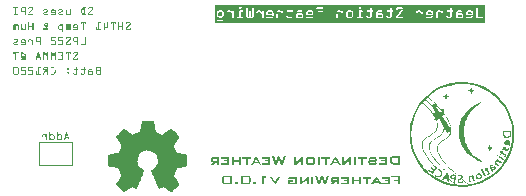
<source format=gbr>
%TF.GenerationSoftware,KiCad,Pcbnew,7.0.8*%
%TF.CreationDate,2023-11-01T10:58:51-04:00*%
%TF.ProjectId,destinationWeatherStation_v5,64657374-696e-4617-9469-6f6e57656174,01*%
%TF.SameCoordinates,Original*%
%TF.FileFunction,Legend,Bot*%
%TF.FilePolarity,Positive*%
%FSLAX46Y46*%
G04 Gerber Fmt 4.6, Leading zero omitted, Abs format (unit mm)*
G04 Created by KiCad (PCBNEW 7.0.8) date 2023-11-01 10:58:51*
%MOMM*%
%LPD*%
G01*
G04 APERTURE LIST*
%ADD10C,0.150000*%
%ADD11C,0.120000*%
%ADD12C,0.200000*%
%ADD13C,0.010000*%
G04 APERTURE END LIST*
D10*
G36*
X137053623Y-100783784D02*
G01*
X137063243Y-100786448D01*
X137072723Y-100790890D01*
X137082063Y-100797107D01*
X137087337Y-100801458D01*
X137123241Y-100831744D01*
X137130188Y-100839014D01*
X137135429Y-100847358D01*
X137138964Y-100856779D01*
X137140792Y-100867274D01*
X137141071Y-100873754D01*
X137141071Y-101070858D01*
X137139804Y-101080994D01*
X137136003Y-101090886D01*
X137130598Y-101099341D01*
X137123253Y-101107609D01*
X137120799Y-101109937D01*
X137083429Y-101144619D01*
X137075430Y-101150496D01*
X137066286Y-101155101D01*
X137055943Y-101157725D01*
X137050701Y-101158053D01*
X136956667Y-101158053D01*
X136946271Y-101156468D01*
X136936414Y-101152400D01*
X136927312Y-101146787D01*
X136919158Y-101140450D01*
X136916367Y-101138025D01*
X136825265Y-101054738D01*
X136817937Y-101046906D01*
X136812409Y-101038582D01*
X136808295Y-101028469D01*
X136806531Y-101017715D01*
X136806458Y-101014926D01*
X136806458Y-100930662D01*
X136807205Y-100920796D01*
X136809965Y-100910046D01*
X136814758Y-100900113D01*
X136821586Y-100890999D01*
X136827707Y-100884989D01*
X136922229Y-100800237D01*
X136930343Y-100793480D01*
X136939299Y-100788382D01*
X136949097Y-100784945D01*
X136959736Y-100783166D01*
X136966193Y-100782896D01*
X137043862Y-100782896D01*
X137053623Y-100783784D01*
G37*
G36*
X141276755Y-100783725D02*
G01*
X141286559Y-100786215D01*
X141295989Y-100790364D01*
X141305045Y-100796172D01*
X141310052Y-100800237D01*
X141344002Y-100829790D01*
X141351710Y-100837050D01*
X141357526Y-100845151D01*
X141361853Y-100855439D01*
X141363611Y-100865344D01*
X141363785Y-100869846D01*
X141363785Y-100954842D01*
X141028928Y-100954842D01*
X141028928Y-100879127D01*
X141029538Y-100868377D01*
X141031367Y-100858657D01*
X141035042Y-100848619D01*
X141040376Y-100839983D01*
X141046270Y-100833698D01*
X141079731Y-100803168D01*
X141088492Y-100796278D01*
X141096824Y-100790814D01*
X141106002Y-100786241D01*
X141115775Y-100783390D01*
X141121496Y-100782896D01*
X141266577Y-100782896D01*
X141276755Y-100783725D01*
G37*
G36*
X143861779Y-101033962D02*
G01*
X143872031Y-101037343D01*
X143881357Y-101043158D01*
X143887058Y-101048387D01*
X143893469Y-101056371D01*
X143898049Y-101065179D01*
X143900797Y-101074812D01*
X143901713Y-101085268D01*
X143901713Y-101152679D01*
X143900782Y-101162846D01*
X143897988Y-101172341D01*
X143893332Y-101181164D01*
X143886814Y-101189316D01*
X143878952Y-101196154D01*
X143869415Y-101201512D01*
X143859143Y-101204398D01*
X143851887Y-101204947D01*
X143690931Y-101204947D01*
X143571252Y-101145596D01*
X143574427Y-101093084D01*
X143575402Y-101082094D01*
X143577686Y-101071993D01*
X143581279Y-101062780D01*
X143586989Y-101053339D01*
X143589570Y-101050097D01*
X143597142Y-101042617D01*
X143605446Y-101037274D01*
X143615664Y-101033818D01*
X143624253Y-101033000D01*
X143851887Y-101033000D01*
X143861779Y-101033962D01*
G37*
G36*
X144657076Y-100783725D02*
G01*
X144666880Y-100786215D01*
X144676310Y-100790364D01*
X144685366Y-100796172D01*
X144690373Y-100800237D01*
X144724323Y-100829790D01*
X144732031Y-100837050D01*
X144737847Y-100845151D01*
X144742174Y-100855439D01*
X144743932Y-100865344D01*
X144744106Y-100869846D01*
X144744106Y-100954842D01*
X144409249Y-100954842D01*
X144409249Y-100879127D01*
X144409859Y-100868377D01*
X144411688Y-100858657D01*
X144415363Y-100848619D01*
X144420697Y-100839983D01*
X144426591Y-100833698D01*
X144460052Y-100803168D01*
X144468813Y-100796278D01*
X144477145Y-100790814D01*
X144486323Y-100786241D01*
X144496097Y-100783390D01*
X144501817Y-100782896D01*
X144646898Y-100782896D01*
X144657076Y-100783725D01*
G37*
G36*
X148023449Y-100783307D02*
G01*
X148033511Y-100784541D01*
X148044499Y-100787109D01*
X148054302Y-100790861D01*
X148062920Y-100795798D01*
X148068007Y-100799748D01*
X148107086Y-100833942D01*
X148114319Y-100841344D01*
X148119775Y-100849657D01*
X148123455Y-100858882D01*
X148125358Y-100869018D01*
X148125648Y-100875219D01*
X148125648Y-101111891D01*
X148124944Y-101122103D01*
X148122343Y-101132976D01*
X148117825Y-101142726D01*
X148111390Y-101151355D01*
X148105621Y-101156831D01*
X148062390Y-101194445D01*
X148053684Y-101199983D01*
X148044013Y-101203214D01*
X148033957Y-101204691D01*
X148026974Y-101204947D01*
X147893129Y-101204947D01*
X147883318Y-101204260D01*
X147872305Y-101201722D01*
X147863237Y-101198059D01*
X147854513Y-101193021D01*
X147846133Y-101186610D01*
X147844769Y-101185408D01*
X147809598Y-101153656D01*
X147802365Y-101146802D01*
X147796275Y-101137624D01*
X147792849Y-101128416D01*
X147791199Y-101118110D01*
X147791036Y-101113356D01*
X147791036Y-100876685D01*
X147791680Y-100865637D01*
X147793612Y-100855756D01*
X147797494Y-100845705D01*
X147803129Y-100837243D01*
X147809354Y-100831256D01*
X147849898Y-100798527D01*
X147858312Y-100792436D01*
X147867309Y-100787841D01*
X147876891Y-100784743D01*
X147887058Y-100783140D01*
X147893129Y-100782896D01*
X148012564Y-100782896D01*
X148023449Y-100783307D01*
G37*
G36*
X150622421Y-101033962D02*
G01*
X150632673Y-101037343D01*
X150641999Y-101043158D01*
X150647700Y-101048387D01*
X150654112Y-101056371D01*
X150658691Y-101065179D01*
X150661439Y-101074812D01*
X150662355Y-101085268D01*
X150662355Y-101152679D01*
X150661424Y-101162846D01*
X150658630Y-101172341D01*
X150653974Y-101181164D01*
X150647456Y-101189316D01*
X150639594Y-101196154D01*
X150630057Y-101201512D01*
X150619785Y-101204398D01*
X150612529Y-101204947D01*
X150451573Y-101204947D01*
X150331894Y-101145596D01*
X150335069Y-101093084D01*
X150336044Y-101082094D01*
X150338328Y-101071993D01*
X150341921Y-101062780D01*
X150347631Y-101053339D01*
X150350212Y-101050097D01*
X150357784Y-101042617D01*
X150366088Y-101037274D01*
X150376306Y-101033818D01*
X150384895Y-101033000D01*
X150612529Y-101033000D01*
X150622421Y-101033962D01*
G37*
G36*
X154798039Y-100783725D02*
G01*
X154807843Y-100786215D01*
X154817273Y-100790364D01*
X154826329Y-100796172D01*
X154831336Y-100800237D01*
X154865286Y-100829790D01*
X154872994Y-100837050D01*
X154878810Y-100845151D01*
X154883137Y-100855439D01*
X154884895Y-100865344D01*
X154885069Y-100869846D01*
X154885069Y-100954842D01*
X154550212Y-100954842D01*
X154550212Y-100879127D01*
X154550822Y-100868377D01*
X154552651Y-100858657D01*
X154556326Y-100848619D01*
X154561660Y-100839983D01*
X154567554Y-100833698D01*
X154601015Y-100803168D01*
X154609776Y-100796278D01*
X154618108Y-100790814D01*
X154627286Y-100786241D01*
X154637060Y-100783390D01*
X154642780Y-100782896D01*
X154787861Y-100782896D01*
X154798039Y-100783725D01*
G37*
G36*
X157383063Y-101033962D02*
G01*
X157393315Y-101037343D01*
X157402641Y-101043158D01*
X157408342Y-101048387D01*
X157414754Y-101056371D01*
X157419333Y-101065179D01*
X157422081Y-101074812D01*
X157422997Y-101085268D01*
X157422997Y-101152679D01*
X157422066Y-101162846D01*
X157419272Y-101172341D01*
X157414616Y-101181164D01*
X157408098Y-101189316D01*
X157400236Y-101196154D01*
X157390699Y-101201512D01*
X157380427Y-101204398D01*
X157373171Y-101204947D01*
X157212215Y-101204947D01*
X157092536Y-101145596D01*
X157095711Y-101093084D01*
X157096686Y-101082094D01*
X157098970Y-101071993D01*
X157102563Y-101062780D01*
X157108273Y-101053339D01*
X157110854Y-101050097D01*
X157118426Y-101042617D01*
X157126730Y-101037274D01*
X157136948Y-101033818D01*
X157145537Y-101033000D01*
X157373171Y-101033000D01*
X157383063Y-101033962D01*
G37*
G36*
X158178360Y-100783725D02*
G01*
X158188164Y-100786215D01*
X158197594Y-100790364D01*
X158206650Y-100796172D01*
X158211657Y-100800237D01*
X158245607Y-100829790D01*
X158253315Y-100837050D01*
X158259131Y-100845151D01*
X158263458Y-100855439D01*
X158265216Y-100865344D01*
X158265390Y-100869846D01*
X158265390Y-100954842D01*
X157930533Y-100954842D01*
X157930533Y-100879127D01*
X157931143Y-100868377D01*
X157932972Y-100858657D01*
X157936647Y-100848619D01*
X157941981Y-100839983D01*
X157947875Y-100833698D01*
X157981336Y-100803168D01*
X157990097Y-100796278D01*
X157998429Y-100790814D01*
X158007607Y-100786241D01*
X158017381Y-100783390D01*
X158023101Y-100782896D01*
X158168182Y-100782896D01*
X158178360Y-100783725D01*
G37*
G36*
X159386928Y-101722961D02*
G01*
X136532443Y-101722961D01*
X136532443Y-101367613D01*
X136675300Y-101367613D01*
X136675843Y-101381797D01*
X136677472Y-101395591D01*
X136680188Y-101408994D01*
X136683989Y-101422007D01*
X136688877Y-101434628D01*
X136694851Y-101446859D01*
X136701912Y-101458699D01*
X136710058Y-101470149D01*
X136719291Y-101481208D01*
X136726050Y-101488364D01*
X136733291Y-101495345D01*
X136737093Y-101498771D01*
X136783743Y-101539071D01*
X136791337Y-101545219D01*
X136800012Y-101551024D01*
X136809770Y-101556485D01*
X136818727Y-101560774D01*
X136828436Y-101564824D01*
X136836744Y-101567892D01*
X136847246Y-101571410D01*
X136857533Y-101574332D01*
X136867606Y-101576658D01*
X136877464Y-101578387D01*
X136889010Y-101579675D01*
X136900247Y-101580104D01*
X137150352Y-101580104D01*
X137160244Y-101579469D01*
X137171090Y-101577121D01*
X137181188Y-101573044D01*
X137190537Y-101567237D01*
X137196758Y-101562030D01*
X137204181Y-101553797D01*
X137209781Y-101544699D01*
X137213558Y-101534737D01*
X137215511Y-101523909D01*
X137215809Y-101517334D01*
X137214897Y-101506191D01*
X137212163Y-101495842D01*
X137207604Y-101486289D01*
X137201223Y-101477530D01*
X137196758Y-101472882D01*
X137187942Y-101465934D01*
X137178379Y-101460693D01*
X137168067Y-101457159D01*
X137157008Y-101455330D01*
X137150352Y-101455052D01*
X136900247Y-101455052D01*
X136890493Y-101454105D01*
X136881013Y-101451266D01*
X136871808Y-101446534D01*
X136862878Y-101439909D01*
X136823555Y-101405959D01*
X136816075Y-101399105D01*
X136810215Y-101390190D01*
X136807059Y-101380000D01*
X136806458Y-101372498D01*
X136806458Y-101215450D01*
X136815259Y-101223642D01*
X136824139Y-101231306D01*
X136833097Y-101238442D01*
X136842133Y-101245049D01*
X136851247Y-101251127D01*
X136860439Y-101256677D01*
X136869710Y-101261698D01*
X136879059Y-101266191D01*
X136888486Y-101270155D01*
X136897992Y-101273591D01*
X136907575Y-101276498D01*
X136917237Y-101278876D01*
X136926978Y-101280726D01*
X136936796Y-101282048D01*
X136946692Y-101282841D01*
X136956667Y-101283105D01*
X137045083Y-101283105D01*
X137058375Y-101282673D01*
X137071413Y-101281379D01*
X137084198Y-101279222D01*
X137096729Y-101276201D01*
X137109007Y-101272318D01*
X137121032Y-101267572D01*
X137126364Y-101265031D01*
X137518914Y-101265031D01*
X137519659Y-101276232D01*
X137522320Y-101286756D01*
X137526899Y-101296602D01*
X137533393Y-101305770D01*
X137537965Y-101310704D01*
X137545484Y-101317262D01*
X137554973Y-101323197D01*
X137565233Y-101327286D01*
X137576264Y-101329528D01*
X137584616Y-101330000D01*
X137595460Y-101329170D01*
X137605767Y-101326680D01*
X137615536Y-101322531D01*
X137624767Y-101316723D01*
X137629801Y-101312658D01*
X137637449Y-101304369D01*
X137643298Y-101294887D01*
X137647347Y-101284213D01*
X137649385Y-101274115D01*
X137650073Y-101265031D01*
X137667170Y-100835652D01*
X137668410Y-100823287D01*
X137671276Y-100812571D01*
X137675768Y-100803504D01*
X137683669Y-100794488D01*
X137694110Y-100788048D01*
X137704292Y-100784750D01*
X137716099Y-100783102D01*
X137722613Y-100782896D01*
X137778789Y-100782896D01*
X137789590Y-100783597D01*
X137800835Y-100785700D01*
X137810827Y-100788620D01*
X137821145Y-100792570D01*
X137831789Y-100797550D01*
X137984685Y-100873754D01*
X137984685Y-101260879D01*
X137985372Y-101271146D01*
X137987433Y-101280880D01*
X137990868Y-101290082D01*
X137995676Y-101298752D01*
X138001859Y-101306889D01*
X138004225Y-101309483D01*
X138011727Y-101316455D01*
X138021152Y-101322767D01*
X138031302Y-101327114D01*
X138042176Y-101329499D01*
X138050387Y-101330000D01*
X138061600Y-101329076D01*
X138072159Y-101326306D01*
X138082063Y-101321690D01*
X138091313Y-101315227D01*
X138096304Y-101310704D01*
X138102945Y-101303228D01*
X138108955Y-101293898D01*
X138113096Y-101283914D01*
X138115367Y-101273275D01*
X138115713Y-101267473D01*
X138421880Y-101267473D01*
X138422815Y-101278533D01*
X138425620Y-101288845D01*
X138430295Y-101298408D01*
X138436840Y-101307224D01*
X138441420Y-101311926D01*
X138450295Y-101318968D01*
X138459826Y-101324281D01*
X138470010Y-101327864D01*
X138480850Y-101329717D01*
X138487337Y-101330000D01*
X138839047Y-101330000D01*
X138848939Y-101329364D01*
X138859785Y-101327017D01*
X138869883Y-101322939D01*
X138879233Y-101317132D01*
X138885453Y-101311926D01*
X138892876Y-101303537D01*
X138898476Y-101294401D01*
X138902253Y-101284517D01*
X138904206Y-101273885D01*
X138904504Y-101267473D01*
X138903592Y-101256604D01*
X138900858Y-101246436D01*
X138896299Y-101236969D01*
X138889918Y-101228204D01*
X138885453Y-101223510D01*
X138877943Y-101217201D01*
X138868486Y-101211491D01*
X138858281Y-101207558D01*
X138847328Y-101205400D01*
X138839047Y-101204947D01*
X138728649Y-101204947D01*
X138728649Y-101168799D01*
X139207854Y-101168799D01*
X139209380Y-101179242D01*
X139212800Y-101189004D01*
X139217394Y-101198572D01*
X139222523Y-101207537D01*
X139223485Y-101209099D01*
X139276730Y-101296782D01*
X139283084Y-101306352D01*
X139290392Y-101314299D01*
X139298655Y-101320625D01*
X139307871Y-101325328D01*
X139318042Y-101328410D01*
X139329166Y-101329870D01*
X139333883Y-101330000D01*
X139442327Y-101330000D01*
X139452620Y-101329755D01*
X139465029Y-101328667D01*
X139475934Y-101326709D01*
X139485335Y-101323882D01*
X139494973Y-101319123D01*
X139503436Y-101311618D01*
X139508517Y-101302156D01*
X139513783Y-101311618D01*
X139522072Y-101319123D01*
X139531288Y-101323882D01*
X139542604Y-101327280D01*
X139553167Y-101329021D01*
X139565074Y-101329891D01*
X139571531Y-101330000D01*
X139673136Y-101330000D01*
X139684803Y-101329439D01*
X139695622Y-101327756D01*
X139705594Y-101324951D01*
X139714719Y-101321024D01*
X139724933Y-101314537D01*
X139733824Y-101306297D01*
X139739983Y-101298444D01*
X139742745Y-101294096D01*
X139792327Y-101211786D01*
X139797390Y-101202833D01*
X139801973Y-101192909D01*
X139805130Y-101183545D01*
X139806993Y-101173531D01*
X139807226Y-101168799D01*
X139807226Y-100871800D01*
X140054155Y-100871800D01*
X140054825Y-100882041D01*
X140056834Y-100891698D01*
X140060871Y-100902227D01*
X140066732Y-100911961D01*
X140073206Y-100919672D01*
X140080651Y-100926312D01*
X140090096Y-100932323D01*
X140100359Y-100936463D01*
X140111440Y-100938734D01*
X140119856Y-100939211D01*
X140129823Y-100938507D01*
X140140712Y-100935906D01*
X140150807Y-100931388D01*
X140160106Y-100924953D01*
X140166263Y-100919183D01*
X140172737Y-100911289D01*
X140177872Y-100902811D01*
X140181667Y-100893749D01*
X140184123Y-100884104D01*
X140185239Y-100873874D01*
X140185314Y-100870334D01*
X140185314Y-100836140D01*
X140186229Y-100825455D01*
X140188977Y-100815624D01*
X140193557Y-100806648D01*
X140199968Y-100798527D01*
X140207662Y-100791688D01*
X140217193Y-100786330D01*
X140227651Y-100783445D01*
X140235139Y-100782896D01*
X140310122Y-100782896D01*
X140321021Y-100784407D01*
X140331209Y-100788209D01*
X140340425Y-100793309D01*
X140350088Y-100800110D01*
X140358482Y-100807076D01*
X140519926Y-100950446D01*
X140519926Y-101265275D01*
X140520613Y-101275150D01*
X140523151Y-101285932D01*
X140527559Y-101295920D01*
X140533837Y-101305113D01*
X140539466Y-101311193D01*
X140547042Y-101317584D01*
X140556510Y-101323369D01*
X140566657Y-101327355D01*
X140577481Y-101329540D01*
X140585628Y-101330000D01*
X140595519Y-101329338D01*
X140606365Y-101326896D01*
X140616463Y-101322653D01*
X140625813Y-101316611D01*
X140632034Y-101311193D01*
X140638508Y-101303774D01*
X140644368Y-101294424D01*
X140648406Y-101284326D01*
X140650620Y-101273480D01*
X140650960Y-101267473D01*
X140899235Y-101267473D01*
X140900182Y-101278354D01*
X140903022Y-101288557D01*
X140907755Y-101298083D01*
X140914382Y-101306930D01*
X140919019Y-101311681D01*
X140926653Y-101317907D01*
X140936101Y-101323542D01*
X140946134Y-101327424D01*
X140956751Y-101329552D01*
X140964692Y-101330000D01*
X141269019Y-101330000D01*
X141279013Y-101329683D01*
X141289150Y-101328735D01*
X141299430Y-101327155D01*
X141309853Y-101324943D01*
X141320420Y-101322099D01*
X141331129Y-101318622D01*
X141335453Y-101317055D01*
X141345850Y-101312897D01*
X141355365Y-101308668D01*
X141365617Y-101303499D01*
X141374599Y-101298227D01*
X141383471Y-101291946D01*
X141386744Y-101289211D01*
X141414772Y-101264787D01*
X141745781Y-101264787D01*
X141746219Y-101274753D01*
X141748531Y-101285642D01*
X141752784Y-101295737D01*
X141758977Y-101305037D01*
X141764588Y-101311193D01*
X141772190Y-101317584D01*
X141781753Y-101323369D01*
X141792065Y-101327355D01*
X141803125Y-101329540D01*
X141811482Y-101330000D01*
X141821440Y-101329304D01*
X141832298Y-101326734D01*
X141842337Y-101322272D01*
X141851559Y-101315915D01*
X141857644Y-101310216D01*
X141863978Y-101302599D01*
X141869784Y-101293214D01*
X141873883Y-101283292D01*
X141876275Y-101272832D01*
X141876939Y-101265031D01*
X141891350Y-100832721D01*
X141892602Y-100823028D01*
X141896126Y-100812889D01*
X141901892Y-100803562D01*
X141906981Y-100797794D01*
X141914706Y-100791276D01*
X141924344Y-100786169D01*
X141934987Y-100783419D01*
X141942641Y-100782896D01*
X142007121Y-100782896D01*
X142017517Y-100783659D01*
X142028431Y-100785949D01*
X142038407Y-100789204D01*
X142048781Y-100793629D01*
X142051817Y-100795108D01*
X142211552Y-100873754D01*
X142211552Y-101260635D01*
X142212222Y-101271142D01*
X142214231Y-101281048D01*
X142217580Y-101290353D01*
X142222268Y-101299057D01*
X142228296Y-101307160D01*
X142230603Y-101309727D01*
X142238039Y-101316617D01*
X142247453Y-101322853D01*
X142257661Y-101327149D01*
X142268664Y-101329505D01*
X142277009Y-101330000D01*
X142286901Y-101329330D01*
X142297747Y-101326855D01*
X142307845Y-101322558D01*
X142317195Y-101316437D01*
X142323415Y-101310949D01*
X142329890Y-101303521D01*
X142335750Y-101294139D01*
X142339787Y-101283986D01*
X142342001Y-101273062D01*
X142342466Y-101264787D01*
X142342466Y-101174905D01*
X142590861Y-101174905D01*
X142591314Y-101184741D01*
X142592673Y-101194554D01*
X142594938Y-101204347D01*
X142598108Y-101214118D01*
X142602185Y-101223867D01*
X142607167Y-101233595D01*
X142613056Y-101243302D01*
X142619850Y-101252987D01*
X142627550Y-101262650D01*
X142636156Y-101272292D01*
X142642397Y-101278709D01*
X142652260Y-101287875D01*
X142662618Y-101296139D01*
X142673470Y-101303502D01*
X142684815Y-101309964D01*
X142696654Y-101315524D01*
X142708986Y-101320182D01*
X142721812Y-101323939D01*
X142735133Y-101326794D01*
X142748946Y-101328747D01*
X142763254Y-101329799D01*
X142773066Y-101330000D01*
X142888593Y-101330000D01*
X142902381Y-101329534D01*
X142915807Y-101328136D01*
X142928873Y-101325807D01*
X142941579Y-101322546D01*
X142953924Y-101318354D01*
X142965908Y-101313230D01*
X142977531Y-101307174D01*
X142988794Y-101300187D01*
X142999696Y-101292268D01*
X143010238Y-101283417D01*
X143017065Y-101276999D01*
X143026668Y-101266829D01*
X143028345Y-101264787D01*
X143434476Y-101264787D01*
X143435163Y-101274827D01*
X143437701Y-101285760D01*
X143442109Y-101295851D01*
X143448387Y-101305101D01*
X143454016Y-101311193D01*
X143461592Y-101317584D01*
X143471060Y-101323369D01*
X143481207Y-101327355D01*
X143492031Y-101329540D01*
X143500177Y-101330000D01*
X143510410Y-101329278D01*
X143520041Y-101327114D01*
X143530518Y-101322767D01*
X143538847Y-101317477D01*
X143546575Y-101310745D01*
X143547805Y-101309483D01*
X143554362Y-101301987D01*
X143560298Y-101293741D01*
X143564820Y-101284975D01*
X143567081Y-101275005D01*
X143567100Y-101274068D01*
X143654539Y-101330000D01*
X143851887Y-101330000D01*
X143865930Y-101329544D01*
X143879573Y-101328179D01*
X143892818Y-101325904D01*
X143905663Y-101322718D01*
X143918108Y-101318622D01*
X143930155Y-101313616D01*
X143941802Y-101307700D01*
X143953049Y-101300874D01*
X143963898Y-101293137D01*
X143974347Y-101284490D01*
X143981092Y-101278220D01*
X143990563Y-101268270D01*
X143991221Y-101267473D01*
X144279556Y-101267473D01*
X144280503Y-101278354D01*
X144283343Y-101288557D01*
X144288076Y-101298083D01*
X144294703Y-101306930D01*
X144299340Y-101311681D01*
X144306974Y-101317907D01*
X144316422Y-101323542D01*
X144326455Y-101327424D01*
X144337072Y-101329552D01*
X144345013Y-101330000D01*
X144649340Y-101330000D01*
X144659334Y-101329683D01*
X144669471Y-101328735D01*
X144679751Y-101327155D01*
X144690174Y-101324943D01*
X144700741Y-101322099D01*
X144711450Y-101318622D01*
X144715774Y-101317055D01*
X144726171Y-101312897D01*
X144735686Y-101308668D01*
X144745938Y-101303499D01*
X144754920Y-101298227D01*
X144763792Y-101291946D01*
X144767065Y-101289211D01*
X144818356Y-101244515D01*
X144826156Y-101237810D01*
X144833526Y-101230366D01*
X144840467Y-101222182D01*
X144846978Y-101213259D01*
X144853061Y-101203597D01*
X144858713Y-101193195D01*
X144860854Y-101188827D01*
X144865709Y-101177815D01*
X144869742Y-101167065D01*
X144872951Y-101156577D01*
X144875337Y-101146352D01*
X144876901Y-101136389D01*
X144877691Y-101124780D01*
X144877707Y-101122882D01*
X144877707Y-100860809D01*
X144876842Y-100849589D01*
X144874724Y-100838781D01*
X144871988Y-100828935D01*
X144868370Y-100818326D01*
X144863869Y-100806953D01*
X144859633Y-100797306D01*
X144854897Y-100787624D01*
X144849848Y-100778484D01*
X144844486Y-100769886D01*
X144838811Y-100761830D01*
X144831278Y-100752521D01*
X144823255Y-100744060D01*
X144814744Y-100736445D01*
X144812983Y-100735024D01*
X144764867Y-100697655D01*
X144755476Y-100690540D01*
X144745896Y-100684125D01*
X144736127Y-100678410D01*
X144726170Y-100673395D01*
X144716023Y-100669079D01*
X144705688Y-100665463D01*
X144695163Y-100662547D01*
X144684450Y-100660331D01*
X144673548Y-100658815D01*
X144662457Y-100657999D01*
X144654958Y-100657843D01*
X144492780Y-100657843D01*
X144480844Y-100658300D01*
X144469033Y-100659672D01*
X144457345Y-100661958D01*
X144445783Y-100665159D01*
X144434345Y-100669274D01*
X144423031Y-100674304D01*
X144411842Y-100680248D01*
X144400777Y-100687107D01*
X144389837Y-100694880D01*
X144379021Y-100703567D01*
X144371880Y-100709867D01*
X144328649Y-100750167D01*
X144319876Y-100758684D01*
X144311965Y-100767930D01*
X144304918Y-100777906D01*
X144298733Y-100788612D01*
X144293412Y-100800048D01*
X144288953Y-100812214D01*
X144285357Y-100825110D01*
X144282625Y-100838736D01*
X144280755Y-100853091D01*
X144279988Y-100863067D01*
X144279604Y-100873367D01*
X144279556Y-100878639D01*
X144279556Y-100954842D01*
X144279556Y-101015415D01*
X144280491Y-101026521D01*
X144283296Y-101036973D01*
X144287971Y-101046770D01*
X144294516Y-101055913D01*
X144299096Y-101060844D01*
X144306664Y-101067318D01*
X144316100Y-101073179D01*
X144326191Y-101077216D01*
X144336937Y-101079430D01*
X144345013Y-101079895D01*
X144745327Y-101079895D01*
X144745327Y-101107494D01*
X144744529Y-101117561D01*
X144742133Y-101127060D01*
X144738140Y-101135993D01*
X144732551Y-101144360D01*
X144725363Y-101152159D01*
X144722613Y-101154633D01*
X144688907Y-101184431D01*
X144679660Y-101191403D01*
X144670601Y-101196933D01*
X144660271Y-101201561D01*
X144650198Y-101204226D01*
X144641769Y-101204947D01*
X144345013Y-101204947D01*
X144333800Y-101205824D01*
X144323241Y-101208453D01*
X144313337Y-101212836D01*
X144304088Y-101218972D01*
X144299096Y-101223265D01*
X144291482Y-101231558D01*
X144285739Y-101240623D01*
X144281865Y-101250459D01*
X144279862Y-101261066D01*
X144279556Y-101267473D01*
X143991221Y-101267473D01*
X143999104Y-101257930D01*
X144006712Y-101247199D01*
X144013389Y-101236077D01*
X144019134Y-101224564D01*
X144023948Y-101212661D01*
X144027830Y-101200367D01*
X144030780Y-101187682D01*
X144032798Y-101174607D01*
X144033885Y-101161141D01*
X144034092Y-101151946D01*
X144034092Y-101086001D01*
X144033622Y-101072403D01*
X144032212Y-101059179D01*
X144029861Y-101046328D01*
X144026570Y-101033851D01*
X144022339Y-101021748D01*
X144017168Y-101010018D01*
X144011056Y-100998661D01*
X144004005Y-100987678D01*
X143996013Y-100977068D01*
X143987080Y-100966832D01*
X143980603Y-100960216D01*
X143970383Y-100950875D01*
X143959780Y-100942453D01*
X143948796Y-100934950D01*
X143937429Y-100928365D01*
X143925681Y-100922699D01*
X143913550Y-100917952D01*
X143901037Y-100914124D01*
X143888142Y-100911215D01*
X143874865Y-100909224D01*
X143861206Y-100908152D01*
X143851887Y-100907948D01*
X143625718Y-100907948D01*
X143614719Y-100907851D01*
X143603774Y-100907603D01*
X143593295Y-100907261D01*
X143581975Y-100906802D01*
X143580289Y-100906727D01*
X143581510Y-100832477D01*
X143582426Y-100822493D01*
X143585646Y-100812211D01*
X143591185Y-100802933D01*
X143596165Y-100797306D01*
X143603767Y-100791001D01*
X143613268Y-100786062D01*
X143623774Y-100783402D01*
X143631336Y-100782896D01*
X143850422Y-100782896D01*
X143861635Y-100782019D01*
X143872194Y-100779389D01*
X143882098Y-100775007D01*
X143891348Y-100768871D01*
X143896339Y-100764577D01*
X143902980Y-100757367D01*
X143908990Y-100748326D01*
X143913131Y-100738607D01*
X143915402Y-100728211D01*
X143915879Y-100720369D01*
X143914967Y-100709321D01*
X143912232Y-100699045D01*
X143907674Y-100689540D01*
X143901293Y-100680806D01*
X143896828Y-100676161D01*
X143888012Y-100669024D01*
X143878449Y-100663639D01*
X143868137Y-100660008D01*
X143857077Y-100658129D01*
X143850422Y-100657843D01*
X143631092Y-100657843D01*
X143617315Y-100658300D01*
X143603921Y-100659672D01*
X143590908Y-100661958D01*
X143578278Y-100665159D01*
X143566030Y-100669274D01*
X143554164Y-100674304D01*
X143542680Y-100680248D01*
X143531578Y-100687107D01*
X143520858Y-100694880D01*
X143510521Y-100703567D01*
X143503841Y-100709867D01*
X143494352Y-100719782D01*
X143485760Y-100730109D01*
X143478066Y-100740848D01*
X143471269Y-100751999D01*
X143465369Y-100763562D01*
X143460367Y-100775538D01*
X143456262Y-100787925D01*
X143453054Y-100800725D01*
X143450743Y-100813937D01*
X143449330Y-100827561D01*
X143448886Y-100836873D01*
X143438490Y-101145596D01*
X143434476Y-101264787D01*
X143028345Y-101264787D01*
X143035326Y-101256285D01*
X143043040Y-101245368D01*
X143049809Y-101234077D01*
X143055634Y-101222413D01*
X143060514Y-101210375D01*
X143064449Y-101197964D01*
X143067440Y-101185179D01*
X143069487Y-101172020D01*
X143070589Y-101158489D01*
X143070799Y-101149260D01*
X143070799Y-100782896D01*
X143122090Y-100782896D01*
X143131981Y-100782269D01*
X143142827Y-100779953D01*
X143152925Y-100775931D01*
X143162275Y-100770202D01*
X143168496Y-100765066D01*
X143175919Y-100756833D01*
X143181519Y-100747735D01*
X143185295Y-100737772D01*
X143187249Y-100726945D01*
X143187547Y-100720369D01*
X143186635Y-100709321D01*
X143183900Y-100699045D01*
X143179342Y-100689540D01*
X143172961Y-100680806D01*
X143168496Y-100676161D01*
X143159680Y-100669024D01*
X143150116Y-100663639D01*
X143139805Y-100660008D01*
X143128745Y-100658129D01*
X143122090Y-100657843D01*
X143069577Y-100657843D01*
X143069577Y-100521311D01*
X143068908Y-100511245D01*
X143066433Y-100500217D01*
X143062136Y-100489961D01*
X143056015Y-100480475D01*
X143050526Y-100474173D01*
X143045278Y-100469532D01*
X145124637Y-100469532D01*
X145125572Y-100480603D01*
X145128377Y-100490950D01*
X145133052Y-100500572D01*
X145139596Y-100509469D01*
X145144176Y-100514228D01*
X145151744Y-100520537D01*
X145161181Y-100526247D01*
X145171272Y-100530181D01*
X145182017Y-100532338D01*
X145190094Y-100532791D01*
X145590408Y-100532791D01*
X145590408Y-100704738D01*
X145305621Y-100704738D01*
X145295737Y-100705382D01*
X145284923Y-100707761D01*
X145274880Y-100711893D01*
X145265609Y-100717779D01*
X145259459Y-100723056D01*
X145251940Y-100731349D01*
X145246269Y-100740413D01*
X145242443Y-100750249D01*
X145240465Y-100760856D01*
X145240163Y-100767264D01*
X145241087Y-100778324D01*
X145243857Y-100788635D01*
X145248473Y-100798199D01*
X145254936Y-100807015D01*
X145259459Y-100811716D01*
X145268179Y-100818759D01*
X145277671Y-100824071D01*
X145287934Y-100827654D01*
X145298969Y-100829508D01*
X145305621Y-100829790D01*
X145590408Y-100829790D01*
X145590408Y-101264298D01*
X145591086Y-101274273D01*
X145593592Y-101285194D01*
X145597945Y-101295344D01*
X145604144Y-101304722D01*
X145609703Y-101310949D01*
X145617139Y-101317423D01*
X145626552Y-101323283D01*
X145636760Y-101327320D01*
X145647763Y-101329534D01*
X145656109Y-101330000D01*
X145666001Y-101329330D01*
X145676847Y-101326855D01*
X145686945Y-101322558D01*
X145696295Y-101316437D01*
X145702515Y-101310949D01*
X145708990Y-101303521D01*
X145714850Y-101294139D01*
X145718887Y-101283986D01*
X145721101Y-101273062D01*
X145721552Y-101265031D01*
X146814797Y-101265031D01*
X146815542Y-101276232D01*
X146818203Y-101286756D01*
X146822781Y-101296602D01*
X146829276Y-101305770D01*
X146833848Y-101310704D01*
X146841367Y-101317262D01*
X146850856Y-101323197D01*
X146861115Y-101327286D01*
X146872147Y-101329528D01*
X146880498Y-101330000D01*
X146891343Y-101329170D01*
X146901649Y-101326680D01*
X146911418Y-101322531D01*
X146920650Y-101316723D01*
X146925683Y-101312658D01*
X146933332Y-101304369D01*
X146939181Y-101294887D01*
X146943230Y-101284213D01*
X146945267Y-101274115D01*
X146945956Y-101265031D01*
X146963053Y-100835652D01*
X146964293Y-100823287D01*
X146967159Y-100812571D01*
X146971651Y-100803504D01*
X146979552Y-100794488D01*
X146989993Y-100788048D01*
X147000175Y-100784750D01*
X147011982Y-100783102D01*
X147018496Y-100782896D01*
X147074672Y-100782896D01*
X147085472Y-100783597D01*
X147096717Y-100785700D01*
X147106709Y-100788620D01*
X147117028Y-100792570D01*
X147127672Y-100797550D01*
X147280568Y-100873754D01*
X147280568Y-101260879D01*
X147281255Y-101271146D01*
X147283316Y-101280880D01*
X147286751Y-101290082D01*
X147291559Y-101298752D01*
X147297742Y-101306889D01*
X147300108Y-101309483D01*
X147307610Y-101316455D01*
X147317035Y-101322767D01*
X147327184Y-101327114D01*
X147338059Y-101329499D01*
X147346270Y-101330000D01*
X147357483Y-101329076D01*
X147368042Y-101326306D01*
X147377946Y-101321690D01*
X147387196Y-101315227D01*
X147392187Y-101310704D01*
X147398828Y-101303228D01*
X147404838Y-101293898D01*
X147408979Y-101283914D01*
X147411250Y-101273275D01*
X147411727Y-101265275D01*
X147411727Y-101114577D01*
X147659877Y-101114577D01*
X147660173Y-101124572D01*
X147661060Y-101134468D01*
X147662539Y-101144264D01*
X147664610Y-101153961D01*
X147667271Y-101163559D01*
X147670525Y-101173058D01*
X147674370Y-101182458D01*
X147678806Y-101191758D01*
X147683834Y-101200959D01*
X147689454Y-101210061D01*
X147695665Y-101219064D01*
X147702467Y-101227967D01*
X147709861Y-101236771D01*
X147717847Y-101245476D01*
X147726424Y-101254082D01*
X147735593Y-101262588D01*
X147745047Y-101270752D01*
X147754541Y-101278388D01*
X147764075Y-101285498D01*
X147773649Y-101292081D01*
X147783263Y-101298137D01*
X147792917Y-101303667D01*
X147802612Y-101308670D01*
X147812346Y-101313147D01*
X147822120Y-101317097D01*
X147831935Y-101320520D01*
X147841790Y-101323416D01*
X147851684Y-101325786D01*
X147861619Y-101327630D01*
X147871594Y-101328946D01*
X147881609Y-101329736D01*
X147891664Y-101330000D01*
X148026974Y-101330000D01*
X148037174Y-101329732D01*
X148047319Y-101328931D01*
X148057408Y-101327595D01*
X148067442Y-101325725D01*
X148077421Y-101323321D01*
X148087344Y-101320382D01*
X148097212Y-101316910D01*
X148107025Y-101312903D01*
X148116782Y-101308361D01*
X148126484Y-101303285D01*
X148136131Y-101297675D01*
X148145722Y-101291531D01*
X148155258Y-101284853D01*
X148164739Y-101277640D01*
X148174164Y-101269893D01*
X148176902Y-101267473D01*
X148562843Y-101267473D01*
X148563778Y-101278533D01*
X148566583Y-101288845D01*
X148571258Y-101298408D01*
X148577803Y-101307224D01*
X148582383Y-101311926D01*
X148591258Y-101318968D01*
X148600789Y-101324281D01*
X148610973Y-101327864D01*
X148621813Y-101329717D01*
X148628300Y-101330000D01*
X148980010Y-101330000D01*
X148989902Y-101329364D01*
X149000748Y-101327017D01*
X149010846Y-101322939D01*
X149020196Y-101317132D01*
X149026416Y-101311926D01*
X149033839Y-101303537D01*
X149039439Y-101294401D01*
X149043216Y-101284517D01*
X149045169Y-101273885D01*
X149045467Y-101267473D01*
X149044555Y-101256604D01*
X149041821Y-101246436D01*
X149037262Y-101236969D01*
X149030881Y-101228204D01*
X149026416Y-101223510D01*
X149018906Y-101217201D01*
X149009449Y-101211491D01*
X148999244Y-101207558D01*
X148988291Y-101205400D01*
X148980010Y-101204947D01*
X148869612Y-101204947D01*
X148869612Y-101174905D01*
X149351503Y-101174905D01*
X149351956Y-101184741D01*
X149353315Y-101194554D01*
X149355580Y-101204347D01*
X149358750Y-101214118D01*
X149362827Y-101223867D01*
X149367809Y-101233595D01*
X149373698Y-101243302D01*
X149380492Y-101252987D01*
X149388192Y-101262650D01*
X149396798Y-101272292D01*
X149403039Y-101278709D01*
X149412903Y-101287875D01*
X149423260Y-101296139D01*
X149434112Y-101303502D01*
X149445457Y-101309964D01*
X149457296Y-101315524D01*
X149469628Y-101320182D01*
X149482454Y-101323939D01*
X149495775Y-101326794D01*
X149509588Y-101328747D01*
X149523896Y-101329799D01*
X149533709Y-101330000D01*
X149649235Y-101330000D01*
X149663023Y-101329534D01*
X149676449Y-101328136D01*
X149689515Y-101325807D01*
X149702221Y-101322546D01*
X149714566Y-101318354D01*
X149726550Y-101313230D01*
X149738173Y-101307174D01*
X149749436Y-101300187D01*
X149760338Y-101292268D01*
X149770880Y-101283417D01*
X149777707Y-101276999D01*
X149787310Y-101266829D01*
X149788987Y-101264787D01*
X150195118Y-101264787D01*
X150195805Y-101274827D01*
X150198343Y-101285760D01*
X150202751Y-101295851D01*
X150209029Y-101305101D01*
X150214658Y-101311193D01*
X150222234Y-101317584D01*
X150231702Y-101323369D01*
X150241849Y-101327355D01*
X150252673Y-101329540D01*
X150260819Y-101330000D01*
X150271052Y-101329278D01*
X150280683Y-101327114D01*
X150291160Y-101322767D01*
X150299489Y-101317477D01*
X150307217Y-101310745D01*
X150308447Y-101309483D01*
X150315004Y-101301987D01*
X150320940Y-101293741D01*
X150325462Y-101284975D01*
X150327723Y-101275005D01*
X150327742Y-101274068D01*
X150415181Y-101330000D01*
X150612529Y-101330000D01*
X150626572Y-101329544D01*
X150640215Y-101328179D01*
X150653460Y-101325904D01*
X150666305Y-101322718D01*
X150678750Y-101318622D01*
X150690797Y-101313616D01*
X150702444Y-101307700D01*
X150713691Y-101300874D01*
X150724540Y-101293137D01*
X150734989Y-101284490D01*
X150741734Y-101278220D01*
X150751205Y-101268270D01*
X150759746Y-101257930D01*
X150767354Y-101247199D01*
X150774031Y-101236077D01*
X150779776Y-101224564D01*
X150784590Y-101212661D01*
X150788472Y-101200367D01*
X150791422Y-101187682D01*
X150793394Y-101174905D01*
X151041664Y-101174905D01*
X151042117Y-101184741D01*
X151043476Y-101194554D01*
X151045740Y-101204347D01*
X151048911Y-101214118D01*
X151052988Y-101223867D01*
X151057970Y-101233595D01*
X151063858Y-101243302D01*
X151070652Y-101252987D01*
X151078353Y-101262650D01*
X151086958Y-101272292D01*
X151093199Y-101278709D01*
X151103063Y-101287875D01*
X151113421Y-101296139D01*
X151124272Y-101303502D01*
X151135617Y-101309964D01*
X151147456Y-101315524D01*
X151159789Y-101320182D01*
X151172615Y-101323939D01*
X151185935Y-101326794D01*
X151199749Y-101328747D01*
X151214056Y-101329799D01*
X151223869Y-101330000D01*
X151339396Y-101330000D01*
X151353183Y-101329534D01*
X151366610Y-101328136D01*
X151379676Y-101325807D01*
X151392381Y-101322546D01*
X151404726Y-101318354D01*
X151416710Y-101313230D01*
X151428334Y-101307174D01*
X151439596Y-101300187D01*
X151450499Y-101292268D01*
X151461040Y-101283417D01*
X151467868Y-101276999D01*
X151477470Y-101266829D01*
X151486129Y-101256285D01*
X151493842Y-101245368D01*
X151500611Y-101234077D01*
X151506436Y-101222413D01*
X151511316Y-101210375D01*
X151515252Y-101197964D01*
X151515675Y-101196154D01*
X151882592Y-101196154D01*
X151882942Y-101206024D01*
X151884497Y-101218830D01*
X151887296Y-101231231D01*
X151891340Y-101243227D01*
X151896627Y-101254819D01*
X151903159Y-101266007D01*
X151908874Y-101274132D01*
X151915289Y-101282029D01*
X151922404Y-101289699D01*
X151929950Y-101296901D01*
X151937659Y-101303395D01*
X151948192Y-101310951D01*
X151959015Y-101317248D01*
X151970128Y-101322286D01*
X151981531Y-101326064D01*
X151993224Y-101328583D01*
X152005208Y-101329842D01*
X152011308Y-101330000D01*
X152322473Y-101330000D01*
X152334507Y-101329589D01*
X152346244Y-101328359D01*
X152357685Y-101326309D01*
X152368830Y-101323439D01*
X152379678Y-101319749D01*
X152390231Y-101315239D01*
X152400487Y-101309909D01*
X152410447Y-101303759D01*
X152420110Y-101296788D01*
X152429477Y-101288998D01*
X152435558Y-101283349D01*
X152444113Y-101274514D01*
X152451827Y-101265503D01*
X152458699Y-101256316D01*
X152464730Y-101246953D01*
X152469919Y-101237414D01*
X152474266Y-101227699D01*
X152477773Y-101217808D01*
X152480437Y-101207741D01*
X152482261Y-101197498D01*
X152483242Y-101187078D01*
X152483429Y-101180034D01*
X152482830Y-101167725D01*
X152481034Y-101156627D01*
X152478039Y-101146740D01*
X152472183Y-101135440D01*
X152464197Y-101126292D01*
X152454082Y-101119297D01*
X152441838Y-101114454D01*
X152431257Y-101112234D01*
X152419478Y-101111225D01*
X152415286Y-101111158D01*
X152404012Y-101112023D01*
X152393487Y-101114617D01*
X152383710Y-101118942D01*
X152374680Y-101124996D01*
X152369856Y-101129232D01*
X152362528Y-101137455D01*
X152357000Y-101146309D01*
X152353272Y-101155794D01*
X152351344Y-101165910D01*
X152351050Y-101171974D01*
X152349607Y-101181946D01*
X152344789Y-101191276D01*
X152340792Y-101195666D01*
X152332239Y-101201322D01*
X152322891Y-101204213D01*
X152314169Y-101204947D01*
X152027184Y-101204947D01*
X152018211Y-101200900D01*
X152016437Y-101193468D01*
X152019593Y-101183866D01*
X152023764Y-101178080D01*
X152262589Y-100871800D01*
X153575439Y-100871800D01*
X153576109Y-100882041D01*
X153578118Y-100891698D01*
X153582155Y-100902227D01*
X153588016Y-100911961D01*
X153594490Y-100919672D01*
X153601935Y-100926312D01*
X153611380Y-100932323D01*
X153621643Y-100936463D01*
X153632724Y-100938734D01*
X153641140Y-100939211D01*
X153651107Y-100938507D01*
X153661996Y-100935906D01*
X153672091Y-100931388D01*
X153681390Y-100924953D01*
X153687547Y-100919183D01*
X153694021Y-100911289D01*
X153699156Y-100902811D01*
X153702951Y-100893749D01*
X153705407Y-100884104D01*
X153706523Y-100873874D01*
X153706598Y-100870334D01*
X153706598Y-100836140D01*
X153707513Y-100825455D01*
X153710261Y-100815624D01*
X153714841Y-100806648D01*
X153721252Y-100798527D01*
X153728946Y-100791688D01*
X153738477Y-100786330D01*
X153748936Y-100783445D01*
X153756423Y-100782896D01*
X153831406Y-100782896D01*
X153842305Y-100784407D01*
X153852493Y-100788209D01*
X153861709Y-100793309D01*
X153871372Y-100800110D01*
X153879766Y-100807076D01*
X154041210Y-100950446D01*
X154041210Y-101265275D01*
X154041897Y-101275150D01*
X154044435Y-101285932D01*
X154048843Y-101295920D01*
X154055121Y-101305113D01*
X154060750Y-101311193D01*
X154068326Y-101317584D01*
X154077794Y-101323369D01*
X154087941Y-101327355D01*
X154098765Y-101329540D01*
X154106912Y-101330000D01*
X154116803Y-101329338D01*
X154127649Y-101326896D01*
X154137747Y-101322653D01*
X154147097Y-101316611D01*
X154153318Y-101311193D01*
X154159792Y-101303774D01*
X154165652Y-101294424D01*
X154169690Y-101284326D01*
X154171904Y-101273480D01*
X154172244Y-101267473D01*
X154420519Y-101267473D01*
X154421466Y-101278354D01*
X154424306Y-101288557D01*
X154429040Y-101298083D01*
X154435666Y-101306930D01*
X154440303Y-101311681D01*
X154447937Y-101317907D01*
X154457385Y-101323542D01*
X154467418Y-101327424D01*
X154478035Y-101329552D01*
X154485976Y-101330000D01*
X154790303Y-101330000D01*
X154800297Y-101329683D01*
X154810434Y-101328735D01*
X154820714Y-101327155D01*
X154831137Y-101324943D01*
X154841704Y-101322099D01*
X154852413Y-101318622D01*
X154856737Y-101317055D01*
X154867134Y-101312897D01*
X154876649Y-101308668D01*
X154886901Y-101303499D01*
X154895883Y-101298227D01*
X154904755Y-101291946D01*
X154908028Y-101289211D01*
X154936056Y-101264787D01*
X155267065Y-101264787D01*
X155267503Y-101274753D01*
X155269815Y-101285642D01*
X155274068Y-101295737D01*
X155280261Y-101305037D01*
X155285872Y-101311193D01*
X155293474Y-101317584D01*
X155303037Y-101323369D01*
X155313349Y-101327355D01*
X155324409Y-101329540D01*
X155332766Y-101330000D01*
X155342724Y-101329304D01*
X155353582Y-101326734D01*
X155363621Y-101322272D01*
X155372843Y-101315915D01*
X155378928Y-101310216D01*
X155385262Y-101302599D01*
X155391068Y-101293214D01*
X155395167Y-101283292D01*
X155397559Y-101272832D01*
X155398224Y-101265031D01*
X155412634Y-100832721D01*
X155413886Y-100823028D01*
X155417410Y-100812889D01*
X155423176Y-100803562D01*
X155428265Y-100797794D01*
X155435990Y-100791276D01*
X155445628Y-100786169D01*
X155456271Y-100783419D01*
X155463925Y-100782896D01*
X155528405Y-100782896D01*
X155538801Y-100783659D01*
X155549715Y-100785949D01*
X155559691Y-100789204D01*
X155570065Y-100793629D01*
X155573101Y-100795108D01*
X155732836Y-100873754D01*
X155732836Y-101260635D01*
X155733506Y-101271142D01*
X155735515Y-101281048D01*
X155738864Y-101290353D01*
X155743552Y-101299057D01*
X155749580Y-101307160D01*
X155751887Y-101309727D01*
X155759323Y-101316617D01*
X155768737Y-101322853D01*
X155778945Y-101327149D01*
X155789948Y-101329505D01*
X155798293Y-101330000D01*
X155808185Y-101329330D01*
X155819031Y-101326855D01*
X155829129Y-101322558D01*
X155838479Y-101316437D01*
X155844699Y-101310949D01*
X155851174Y-101303521D01*
X155857034Y-101294139D01*
X155861071Y-101283986D01*
X155863285Y-101273062D01*
X155863750Y-101264787D01*
X155863750Y-101174905D01*
X156112145Y-101174905D01*
X156112598Y-101184741D01*
X156113957Y-101194554D01*
X156116222Y-101204347D01*
X156119392Y-101214118D01*
X156123469Y-101223867D01*
X156128451Y-101233595D01*
X156134340Y-101243302D01*
X156141134Y-101252987D01*
X156148834Y-101262650D01*
X156157440Y-101272292D01*
X156163681Y-101278709D01*
X156173545Y-101287875D01*
X156183902Y-101296139D01*
X156194754Y-101303502D01*
X156206099Y-101309964D01*
X156217938Y-101315524D01*
X156230270Y-101320182D01*
X156243096Y-101323939D01*
X156256417Y-101326794D01*
X156270230Y-101328747D01*
X156284538Y-101329799D01*
X156294351Y-101330000D01*
X156409877Y-101330000D01*
X156423665Y-101329534D01*
X156437091Y-101328136D01*
X156450157Y-101325807D01*
X156462863Y-101322546D01*
X156475208Y-101318354D01*
X156487192Y-101313230D01*
X156498815Y-101307174D01*
X156510078Y-101300187D01*
X156520980Y-101292268D01*
X156531522Y-101283417D01*
X156538349Y-101276999D01*
X156547952Y-101266829D01*
X156549629Y-101264787D01*
X156955760Y-101264787D01*
X156956447Y-101274827D01*
X156958985Y-101285760D01*
X156963393Y-101295851D01*
X156969671Y-101305101D01*
X156975300Y-101311193D01*
X156982876Y-101317584D01*
X156992344Y-101323369D01*
X157002491Y-101327355D01*
X157013315Y-101329540D01*
X157021461Y-101330000D01*
X157031694Y-101329278D01*
X157041325Y-101327114D01*
X157051802Y-101322767D01*
X157060131Y-101317477D01*
X157067859Y-101310745D01*
X157069089Y-101309483D01*
X157075646Y-101301987D01*
X157081582Y-101293741D01*
X157086104Y-101284975D01*
X157088365Y-101275005D01*
X157088384Y-101274068D01*
X157175823Y-101330000D01*
X157373171Y-101330000D01*
X157387214Y-101329544D01*
X157400857Y-101328179D01*
X157414102Y-101325904D01*
X157426947Y-101322718D01*
X157439392Y-101318622D01*
X157451439Y-101313616D01*
X157463086Y-101307700D01*
X157474334Y-101300874D01*
X157485182Y-101293137D01*
X157495631Y-101284490D01*
X157502376Y-101278220D01*
X157511847Y-101268270D01*
X157512505Y-101267473D01*
X157800840Y-101267473D01*
X157801787Y-101278354D01*
X157804627Y-101288557D01*
X157809361Y-101298083D01*
X157815987Y-101306930D01*
X157820624Y-101311681D01*
X157828258Y-101317907D01*
X157837706Y-101323542D01*
X157847739Y-101327424D01*
X157858356Y-101329552D01*
X157866297Y-101330000D01*
X158170624Y-101330000D01*
X158180618Y-101329683D01*
X158190755Y-101328735D01*
X158201035Y-101327155D01*
X158211458Y-101324943D01*
X158222025Y-101322099D01*
X158232734Y-101318622D01*
X158237058Y-101317055D01*
X158247455Y-101312897D01*
X158256970Y-101308668D01*
X158267222Y-101303499D01*
X158276204Y-101298227D01*
X158285076Y-101291946D01*
X158288349Y-101289211D01*
X158339640Y-101244515D01*
X158347440Y-101237810D01*
X158354810Y-101230366D01*
X158361751Y-101222182D01*
X158368262Y-101213259D01*
X158374345Y-101203597D01*
X158379997Y-101193195D01*
X158382138Y-101188827D01*
X158386993Y-101177815D01*
X158390375Y-101168799D01*
X158644699Y-101168799D01*
X158646226Y-101179242D01*
X158649645Y-101189004D01*
X158654240Y-101198572D01*
X158659369Y-101207537D01*
X158660331Y-101209099D01*
X158713576Y-101296782D01*
X158719930Y-101306352D01*
X158727238Y-101314299D01*
X158735501Y-101320625D01*
X158744717Y-101325328D01*
X158754887Y-101328410D01*
X158766012Y-101329870D01*
X158770729Y-101330000D01*
X158879173Y-101330000D01*
X158889466Y-101329755D01*
X158901875Y-101328667D01*
X158912780Y-101326709D01*
X158922181Y-101323882D01*
X158931818Y-101319123D01*
X158940282Y-101311618D01*
X158945362Y-101302156D01*
X158950629Y-101311618D01*
X158958918Y-101319123D01*
X158968134Y-101323882D01*
X158979450Y-101327280D01*
X158990013Y-101329021D01*
X159001920Y-101329891D01*
X159008377Y-101330000D01*
X159109982Y-101330000D01*
X159121648Y-101329439D01*
X159132468Y-101327756D01*
X159142440Y-101324951D01*
X159151564Y-101321024D01*
X159161779Y-101314537D01*
X159170670Y-101306297D01*
X159176829Y-101298444D01*
X159179591Y-101294096D01*
X159229173Y-101211786D01*
X159234236Y-101202833D01*
X159238819Y-101192909D01*
X159241976Y-101183545D01*
X159243839Y-101173531D01*
X159244071Y-101168799D01*
X159244071Y-100474173D01*
X159243376Y-100464272D01*
X159240806Y-100453395D01*
X159236343Y-100443241D01*
X159229987Y-100433813D01*
X159224288Y-100427522D01*
X159216603Y-100420799D01*
X159208385Y-100415467D01*
X159198125Y-100411004D01*
X159187141Y-100408434D01*
X159177149Y-100407739D01*
X159166149Y-100408685D01*
X159155804Y-100411525D01*
X159146114Y-100416259D01*
X159137078Y-100422885D01*
X159132208Y-100427522D01*
X159125734Y-100435207D01*
X159119873Y-100444846D01*
X159115836Y-100455209D01*
X159113622Y-100466297D01*
X159113157Y-100474661D01*
X159113157Y-101155610D01*
X159082871Y-101204947D01*
X159042327Y-101204947D01*
X159009354Y-101152679D01*
X159009354Y-100770439D01*
X159008684Y-100760473D01*
X159006210Y-100749584D01*
X159001912Y-100739489D01*
X158995791Y-100730189D01*
X158990303Y-100724033D01*
X158982793Y-100717476D01*
X158973336Y-100711540D01*
X158963131Y-100707451D01*
X158952178Y-100705209D01*
X158943897Y-100704738D01*
X158933931Y-100705416D01*
X158923041Y-100707922D01*
X158912947Y-100712275D01*
X158903647Y-100718474D01*
X158897491Y-100724033D01*
X158890933Y-100731469D01*
X158884998Y-100740882D01*
X158880909Y-100751091D01*
X158878667Y-100762093D01*
X158878196Y-100770439D01*
X158878196Y-101153900D01*
X158847909Y-101204947D01*
X158808586Y-101204947D01*
X158777079Y-101152923D01*
X158777079Y-100474661D01*
X158776384Y-100464669D01*
X158773814Y-100453685D01*
X158769351Y-100443425D01*
X158764019Y-100435207D01*
X158757295Y-100427522D01*
X158749610Y-100420799D01*
X158741393Y-100415467D01*
X158731133Y-100411004D01*
X158720149Y-100408434D01*
X158710157Y-100407739D01*
X158698943Y-100408674D01*
X158688385Y-100411478D01*
X158678480Y-100416153D01*
X158669231Y-100422698D01*
X158664239Y-100427278D01*
X158657599Y-100434763D01*
X158651588Y-100444124D01*
X158647447Y-100454164D01*
X158645176Y-100464881D01*
X158644699Y-100472951D01*
X158644699Y-101168799D01*
X158390375Y-101168799D01*
X158391026Y-101167065D01*
X158394235Y-101156577D01*
X158396621Y-101146352D01*
X158398185Y-101136389D01*
X158398975Y-101124780D01*
X158398991Y-101122882D01*
X158398991Y-100860809D01*
X158398126Y-100849589D01*
X158396008Y-100838781D01*
X158393272Y-100828935D01*
X158389654Y-100818326D01*
X158385153Y-100806953D01*
X158380917Y-100797306D01*
X158376181Y-100787624D01*
X158371132Y-100778484D01*
X158365770Y-100769886D01*
X158360095Y-100761830D01*
X158352562Y-100752521D01*
X158344539Y-100744060D01*
X158336028Y-100736445D01*
X158334267Y-100735024D01*
X158286151Y-100697655D01*
X158276760Y-100690540D01*
X158267180Y-100684125D01*
X158257411Y-100678410D01*
X158247454Y-100673395D01*
X158237307Y-100669079D01*
X158226972Y-100665463D01*
X158216447Y-100662547D01*
X158205734Y-100660331D01*
X158194832Y-100658815D01*
X158183741Y-100657999D01*
X158176242Y-100657843D01*
X158014064Y-100657843D01*
X158002128Y-100658300D01*
X157990317Y-100659672D01*
X157978629Y-100661958D01*
X157967067Y-100665159D01*
X157955629Y-100669274D01*
X157944315Y-100674304D01*
X157933126Y-100680248D01*
X157922061Y-100687107D01*
X157911121Y-100694880D01*
X157900305Y-100703567D01*
X157893164Y-100709867D01*
X157849933Y-100750167D01*
X157841160Y-100758684D01*
X157833249Y-100767930D01*
X157826202Y-100777906D01*
X157820017Y-100788612D01*
X157814696Y-100800048D01*
X157810237Y-100812214D01*
X157806641Y-100825110D01*
X157803909Y-100838736D01*
X157802039Y-100853091D01*
X157801272Y-100863067D01*
X157800888Y-100873367D01*
X157800840Y-100878639D01*
X157800840Y-100954842D01*
X157800840Y-101015415D01*
X157801775Y-101026521D01*
X157804580Y-101036973D01*
X157809255Y-101046770D01*
X157815800Y-101055913D01*
X157820380Y-101060844D01*
X157827948Y-101067318D01*
X157837384Y-101073179D01*
X157847476Y-101077216D01*
X157858221Y-101079430D01*
X157866297Y-101079895D01*
X158266612Y-101079895D01*
X158266612Y-101107494D01*
X158265813Y-101117561D01*
X158263417Y-101127060D01*
X158259424Y-101135993D01*
X158253835Y-101144360D01*
X158246648Y-101152159D01*
X158243897Y-101154633D01*
X158210191Y-101184431D01*
X158200944Y-101191403D01*
X158191885Y-101196933D01*
X158181555Y-101201561D01*
X158171482Y-101204226D01*
X158163053Y-101204947D01*
X157866297Y-101204947D01*
X157855084Y-101205824D01*
X157844526Y-101208453D01*
X157834621Y-101212836D01*
X157825372Y-101218972D01*
X157820380Y-101223265D01*
X157812766Y-101231558D01*
X157807023Y-101240623D01*
X157803149Y-101250459D01*
X157801146Y-101261066D01*
X157800840Y-101267473D01*
X157512505Y-101267473D01*
X157520388Y-101257930D01*
X157527996Y-101247199D01*
X157534673Y-101236077D01*
X157540418Y-101224564D01*
X157545232Y-101212661D01*
X157549114Y-101200367D01*
X157552064Y-101187682D01*
X157554082Y-101174607D01*
X157555169Y-101161141D01*
X157555376Y-101151946D01*
X157555376Y-101086001D01*
X157554906Y-101072403D01*
X157553496Y-101059179D01*
X157551145Y-101046328D01*
X157547854Y-101033851D01*
X157543623Y-101021748D01*
X157538452Y-101010018D01*
X157532340Y-100998661D01*
X157525289Y-100987678D01*
X157517297Y-100977068D01*
X157508364Y-100966832D01*
X157501887Y-100960216D01*
X157491667Y-100950875D01*
X157481064Y-100942453D01*
X157470080Y-100934950D01*
X157458713Y-100928365D01*
X157446965Y-100922699D01*
X157434834Y-100917952D01*
X157422321Y-100914124D01*
X157409426Y-100911215D01*
X157396149Y-100909224D01*
X157382490Y-100908152D01*
X157373171Y-100907948D01*
X157147002Y-100907948D01*
X157136003Y-100907851D01*
X157125058Y-100907603D01*
X157114579Y-100907261D01*
X157103259Y-100906802D01*
X157101573Y-100906727D01*
X157102794Y-100832477D01*
X157103710Y-100822493D01*
X157106930Y-100812211D01*
X157112469Y-100802933D01*
X157117449Y-100797306D01*
X157125051Y-100791001D01*
X157134552Y-100786062D01*
X157145058Y-100783402D01*
X157152620Y-100782896D01*
X157371706Y-100782896D01*
X157382919Y-100782019D01*
X157393478Y-100779389D01*
X157403382Y-100775007D01*
X157412632Y-100768871D01*
X157417623Y-100764577D01*
X157424264Y-100757367D01*
X157430274Y-100748326D01*
X157434415Y-100738607D01*
X157436686Y-100728211D01*
X157437163Y-100720369D01*
X157436251Y-100709321D01*
X157433516Y-100699045D01*
X157428958Y-100689540D01*
X157422577Y-100680806D01*
X157418112Y-100676161D01*
X157409296Y-100669024D01*
X157399733Y-100663639D01*
X157389421Y-100660008D01*
X157378361Y-100658129D01*
X157371706Y-100657843D01*
X157152376Y-100657843D01*
X157138599Y-100658300D01*
X157125205Y-100659672D01*
X157112192Y-100661958D01*
X157099562Y-100665159D01*
X157087314Y-100669274D01*
X157075448Y-100674304D01*
X157063964Y-100680248D01*
X157052862Y-100687107D01*
X157042142Y-100694880D01*
X157031805Y-100703567D01*
X157025125Y-100709867D01*
X157015636Y-100719782D01*
X157007044Y-100730109D01*
X156999350Y-100740848D01*
X156992553Y-100751999D01*
X156986653Y-100763562D01*
X156981651Y-100775538D01*
X156977546Y-100787925D01*
X156974338Y-100800725D01*
X156972027Y-100813937D01*
X156970614Y-100827561D01*
X156970170Y-100836873D01*
X156959774Y-101145596D01*
X156955760Y-101264787D01*
X156549629Y-101264787D01*
X156556610Y-101256285D01*
X156564324Y-101245368D01*
X156571093Y-101234077D01*
X156576918Y-101222413D01*
X156581798Y-101210375D01*
X156585733Y-101197964D01*
X156588724Y-101185179D01*
X156590771Y-101172020D01*
X156591873Y-101158489D01*
X156592083Y-101149260D01*
X156592083Y-100782896D01*
X156643374Y-100782896D01*
X156653265Y-100782269D01*
X156664111Y-100779953D01*
X156674209Y-100775931D01*
X156683559Y-100770202D01*
X156689780Y-100765066D01*
X156697203Y-100756833D01*
X156702803Y-100747735D01*
X156706579Y-100737772D01*
X156708533Y-100726945D01*
X156708831Y-100720369D01*
X156707919Y-100709321D01*
X156705184Y-100699045D01*
X156700626Y-100689540D01*
X156694245Y-100680806D01*
X156689780Y-100676161D01*
X156680964Y-100669024D01*
X156671400Y-100663639D01*
X156661089Y-100660008D01*
X156650029Y-100658129D01*
X156643374Y-100657843D01*
X156590861Y-100657843D01*
X156590861Y-100521311D01*
X156590192Y-100511245D01*
X156587717Y-100500217D01*
X156583420Y-100489961D01*
X156577299Y-100480475D01*
X156571810Y-100474173D01*
X156564300Y-100467532D01*
X156554843Y-100461522D01*
X156544638Y-100457381D01*
X156533686Y-100455110D01*
X156525404Y-100454633D01*
X156514370Y-100455580D01*
X156503919Y-100458420D01*
X156494054Y-100463153D01*
X156484772Y-100469780D01*
X156479731Y-100474417D01*
X156472924Y-100482093D01*
X156467526Y-100490285D01*
X156463008Y-100500493D01*
X156460407Y-100511402D01*
X156459703Y-100521311D01*
X156459703Y-100657843D01*
X156235244Y-100657843D01*
X156224031Y-100658731D01*
X156213472Y-100661396D01*
X156203568Y-100665837D01*
X156194318Y-100672055D01*
X156189326Y-100676406D01*
X156181713Y-100684770D01*
X156175969Y-100693837D01*
X156172096Y-100703604D01*
X156170092Y-100714072D01*
X156169787Y-100720369D01*
X156170722Y-100731429D01*
X156173527Y-100741741D01*
X156178202Y-100751304D01*
X156184747Y-100760120D01*
X156189326Y-100764822D01*
X156198202Y-100771864D01*
X156207732Y-100777177D01*
X156217917Y-100780760D01*
X156228756Y-100782613D01*
X156235244Y-100782896D01*
X156461168Y-100782896D01*
X156461168Y-101154389D01*
X156460222Y-101164311D01*
X156456895Y-101174671D01*
X156451926Y-101183166D01*
X156446025Y-101190048D01*
X156437996Y-101196567D01*
X156429295Y-101201222D01*
X156419922Y-101204016D01*
X156409877Y-101204947D01*
X156297037Y-101204947D01*
X156285058Y-101203802D01*
X156274306Y-101200368D01*
X156264784Y-101194643D01*
X156256489Y-101186629D01*
X156250738Y-101178569D01*
X156245773Y-101169043D01*
X156241594Y-101158053D01*
X156237282Y-101147062D01*
X156231916Y-101137536D01*
X156225497Y-101129476D01*
X156218025Y-101122882D01*
X156209499Y-101117752D01*
X156199920Y-101114089D01*
X156189288Y-101111891D01*
X156177602Y-101111158D01*
X156167247Y-101111802D01*
X156157613Y-101113734D01*
X156147284Y-101117616D01*
X156137938Y-101123251D01*
X156130708Y-101129476D01*
X156123475Y-101137828D01*
X156118019Y-101147067D01*
X156114339Y-101157195D01*
X156112435Y-101168212D01*
X156112145Y-101174905D01*
X155863750Y-101174905D01*
X155863750Y-100471486D01*
X155862839Y-100460224D01*
X155860104Y-100449734D01*
X155855546Y-100440015D01*
X155849164Y-100431068D01*
X155844699Y-100426301D01*
X155837189Y-100419993D01*
X155827732Y-100414283D01*
X155817527Y-100410349D01*
X155806575Y-100408192D01*
X155798293Y-100407739D01*
X155788410Y-100408408D01*
X155777596Y-100410883D01*
X155767553Y-100415180D01*
X155758282Y-100421301D01*
X155752131Y-100426789D01*
X155745574Y-100434125D01*
X155739639Y-100443400D01*
X155735550Y-100453446D01*
X155733307Y-100464264D01*
X155732836Y-100472463D01*
X155732836Y-100745526D01*
X155651748Y-100696434D01*
X155639684Y-100689537D01*
X155627857Y-100683319D01*
X155616265Y-100677779D01*
X155604910Y-100672918D01*
X155593791Y-100668734D01*
X155582908Y-100665230D01*
X155572262Y-100662403D01*
X155561851Y-100660255D01*
X155551676Y-100658785D01*
X155541738Y-100657994D01*
X155535244Y-100657843D01*
X155463681Y-100657843D01*
X155450031Y-100658303D01*
X155436741Y-100659681D01*
X155423813Y-100661978D01*
X155411245Y-100665193D01*
X155399037Y-100669328D01*
X155387191Y-100674381D01*
X155375705Y-100680353D01*
X155364579Y-100687244D01*
X155353814Y-100695053D01*
X155343410Y-100703782D01*
X155336674Y-100710111D01*
X155327142Y-100720065D01*
X155318511Y-100730419D01*
X155310781Y-100741171D01*
X155303953Y-100752323D01*
X155298027Y-100763874D01*
X155293003Y-100775825D01*
X155288880Y-100788175D01*
X155285658Y-100800924D01*
X155283338Y-100814072D01*
X155281920Y-100827620D01*
X155281475Y-100836873D01*
X155267065Y-101264787D01*
X154936056Y-101264787D01*
X154959319Y-101244515D01*
X154967119Y-101237810D01*
X154974489Y-101230366D01*
X154981430Y-101222182D01*
X154987941Y-101213259D01*
X154994024Y-101203597D01*
X154999676Y-101193195D01*
X155001817Y-101188827D01*
X155006672Y-101177815D01*
X155010705Y-101167065D01*
X155013914Y-101156577D01*
X155016300Y-101146352D01*
X155017864Y-101136389D01*
X155018654Y-101124780D01*
X155018670Y-101122882D01*
X155018670Y-100860809D01*
X155017805Y-100849589D01*
X155015687Y-100838781D01*
X155012951Y-100828935D01*
X155009333Y-100818326D01*
X155004832Y-100806953D01*
X155000596Y-100797306D01*
X154995860Y-100787624D01*
X154990811Y-100778484D01*
X154985449Y-100769886D01*
X154979774Y-100761830D01*
X154972241Y-100752521D01*
X154964218Y-100744060D01*
X154955707Y-100736445D01*
X154953946Y-100735024D01*
X154905830Y-100697655D01*
X154896439Y-100690540D01*
X154886859Y-100684125D01*
X154877090Y-100678410D01*
X154867133Y-100673395D01*
X154856986Y-100669079D01*
X154846651Y-100665463D01*
X154836126Y-100662547D01*
X154825413Y-100660331D01*
X154814511Y-100658815D01*
X154803420Y-100657999D01*
X154795921Y-100657843D01*
X154633743Y-100657843D01*
X154621807Y-100658300D01*
X154609996Y-100659672D01*
X154598308Y-100661958D01*
X154586746Y-100665159D01*
X154575308Y-100669274D01*
X154563994Y-100674304D01*
X154552805Y-100680248D01*
X154541740Y-100687107D01*
X154530800Y-100694880D01*
X154519984Y-100703567D01*
X154512843Y-100709867D01*
X154469612Y-100750167D01*
X154460839Y-100758684D01*
X154452928Y-100767930D01*
X154445881Y-100777906D01*
X154439696Y-100788612D01*
X154434375Y-100800048D01*
X154429916Y-100812214D01*
X154426320Y-100825110D01*
X154423588Y-100838736D01*
X154421718Y-100853091D01*
X154420951Y-100863067D01*
X154420567Y-100873367D01*
X154420519Y-100878639D01*
X154420519Y-100954842D01*
X154420519Y-101015415D01*
X154421454Y-101026521D01*
X154424259Y-101036973D01*
X154428934Y-101046770D01*
X154435479Y-101055913D01*
X154440059Y-101060844D01*
X154447627Y-101067318D01*
X154457063Y-101073179D01*
X154467155Y-101077216D01*
X154477900Y-101079430D01*
X154485976Y-101079895D01*
X154886290Y-101079895D01*
X154886290Y-101107494D01*
X154885492Y-101117561D01*
X154883096Y-101127060D01*
X154879103Y-101135993D01*
X154873514Y-101144360D01*
X154866327Y-101152159D01*
X154863576Y-101154633D01*
X154829870Y-101184431D01*
X154820623Y-101191403D01*
X154811564Y-101196933D01*
X154801234Y-101201561D01*
X154791161Y-101204226D01*
X154782732Y-101204947D01*
X154485976Y-101204947D01*
X154474763Y-101205824D01*
X154464205Y-101208453D01*
X154454300Y-101212836D01*
X154445051Y-101218972D01*
X154440059Y-101223265D01*
X154432445Y-101231558D01*
X154426702Y-101240623D01*
X154422828Y-101250459D01*
X154420825Y-101261066D01*
X154420519Y-101267473D01*
X154172244Y-101267473D01*
X154172369Y-101265275D01*
X154172369Y-100724033D01*
X154171699Y-100714216D01*
X154169225Y-100703413D01*
X154164927Y-100693312D01*
X154158806Y-100683912D01*
X154153318Y-100677627D01*
X154145882Y-100670903D01*
X154136468Y-100664818D01*
X154126260Y-100660625D01*
X154115257Y-100658326D01*
X154106912Y-100657843D01*
X154096945Y-100658496D01*
X154086056Y-100660907D01*
X154075961Y-100665094D01*
X154066662Y-100671058D01*
X154060505Y-100676406D01*
X154053948Y-100683667D01*
X154048013Y-100692898D01*
X154043924Y-100702948D01*
X154041681Y-100713816D01*
X154041210Y-100722079D01*
X154041210Y-100774103D01*
X153959877Y-100707180D01*
X153948539Y-100698363D01*
X153937240Y-100690413D01*
X153925979Y-100683331D01*
X153914757Y-100677115D01*
X153903574Y-100671767D01*
X153892429Y-100667287D01*
X153881323Y-100663673D01*
X153870256Y-100660927D01*
X153859227Y-100659048D01*
X153848236Y-100658036D01*
X153840931Y-100657843D01*
X153756423Y-100657843D01*
X153742601Y-100658315D01*
X153729160Y-100659732D01*
X153716102Y-100662094D01*
X153703426Y-100665399D01*
X153691132Y-100669650D01*
X153679220Y-100674845D01*
X153667691Y-100680984D01*
X153656543Y-100688068D01*
X153645777Y-100696097D01*
X153635394Y-100705070D01*
X153628684Y-100711577D01*
X153619169Y-100721799D01*
X153610589Y-100732408D01*
X153602946Y-100743403D01*
X153596238Y-100754785D01*
X153590466Y-100766553D01*
X153585631Y-100778707D01*
X153581731Y-100791248D01*
X153578767Y-100804175D01*
X153576739Y-100817489D01*
X153575647Y-100831189D01*
X153575439Y-100840537D01*
X153575439Y-100871800D01*
X152262589Y-100871800D01*
X152450945Y-100630244D01*
X152458444Y-100619841D01*
X152464943Y-100609269D01*
X152470443Y-100598530D01*
X152474942Y-100587623D01*
X152478441Y-100576548D01*
X152480941Y-100565306D01*
X152482441Y-100553895D01*
X152482941Y-100542316D01*
X152482582Y-100532231D01*
X152481507Y-100522398D01*
X152478958Y-100509682D01*
X152475134Y-100497417D01*
X152470035Y-100485601D01*
X152463662Y-100474236D01*
X152458046Y-100466008D01*
X152451712Y-100458033D01*
X152444662Y-100450312D01*
X152442152Y-100447794D01*
X152434358Y-100440636D01*
X152426273Y-100434182D01*
X152417895Y-100428431D01*
X152409225Y-100423385D01*
X152400264Y-100419043D01*
X152391010Y-100415405D01*
X152381465Y-100412472D01*
X152371627Y-100410242D01*
X152361498Y-100408716D01*
X152351076Y-100407895D01*
X152343967Y-100407739D01*
X152043548Y-100407739D01*
X152032750Y-100408138D01*
X152022064Y-100409336D01*
X152011490Y-100411332D01*
X152001027Y-100414127D01*
X151990676Y-100417721D01*
X151980436Y-100422113D01*
X151970308Y-100427303D01*
X151960292Y-100433292D01*
X151950387Y-100440080D01*
X151940594Y-100447666D01*
X151934127Y-100453168D01*
X151924917Y-100461857D01*
X151916613Y-100470891D01*
X151909215Y-100480267D01*
X151902723Y-100489987D01*
X151897137Y-100500051D01*
X151892456Y-100510458D01*
X151888682Y-100521208D01*
X151885813Y-100532302D01*
X151883850Y-100543740D01*
X151882793Y-100555521D01*
X151882592Y-100563565D01*
X151883550Y-100574815D01*
X151886425Y-100585271D01*
X151891217Y-100594931D01*
X151897926Y-100603797D01*
X151902620Y-100608506D01*
X151910276Y-100614648D01*
X151919578Y-100620208D01*
X151929277Y-100624038D01*
X151939373Y-100626139D01*
X151946828Y-100626580D01*
X151956707Y-100626228D01*
X151967240Y-100624877D01*
X151977705Y-100622021D01*
X151987261Y-100617067D01*
X151992745Y-100612170D01*
X151998897Y-100603743D01*
X152003955Y-100594567D01*
X152008048Y-100585362D01*
X152011917Y-100574921D01*
X152014972Y-100565275D01*
X152018337Y-100555917D01*
X152023604Y-100546781D01*
X152031441Y-100539009D01*
X152041101Y-100534345D01*
X152050833Y-100532823D01*
X152052585Y-100532791D01*
X152337616Y-100532791D01*
X152347526Y-100534721D01*
X152350317Y-100539630D01*
X152347161Y-100549232D01*
X152342990Y-100555017D01*
X151915321Y-101107250D01*
X151909472Y-101115211D01*
X151902568Y-101125947D01*
X151896687Y-101136819D01*
X151891829Y-101147829D01*
X151887993Y-101158977D01*
X151885181Y-101170261D01*
X151883391Y-101181684D01*
X151882624Y-101193243D01*
X151882592Y-101196154D01*
X151515675Y-101196154D01*
X151518243Y-101185179D01*
X151520289Y-101172020D01*
X151521391Y-101158489D01*
X151521601Y-101149260D01*
X151521601Y-100782896D01*
X151572892Y-100782896D01*
X151582784Y-100782269D01*
X151593630Y-100779953D01*
X151603728Y-100775931D01*
X151613078Y-100770202D01*
X151619298Y-100765066D01*
X151626721Y-100756833D01*
X151632321Y-100747735D01*
X151636098Y-100737772D01*
X151638051Y-100726945D01*
X151638349Y-100720369D01*
X151637437Y-100709321D01*
X151634703Y-100699045D01*
X151630145Y-100689540D01*
X151623763Y-100680806D01*
X151619298Y-100676161D01*
X151610483Y-100669024D01*
X151600919Y-100663639D01*
X151590607Y-100660008D01*
X151579548Y-100658129D01*
X151572892Y-100657843D01*
X151520380Y-100657843D01*
X151520380Y-100521311D01*
X151519710Y-100511245D01*
X151517236Y-100500217D01*
X151512938Y-100489961D01*
X151506817Y-100480475D01*
X151501329Y-100474173D01*
X151493818Y-100467532D01*
X151484362Y-100461522D01*
X151474157Y-100457381D01*
X151463204Y-100455110D01*
X151454923Y-100454633D01*
X151443888Y-100455580D01*
X151433438Y-100458420D01*
X151423572Y-100463153D01*
X151414291Y-100469780D01*
X151409249Y-100474417D01*
X151402443Y-100482093D01*
X151397045Y-100490285D01*
X151392527Y-100500493D01*
X151389926Y-100511402D01*
X151389221Y-100521311D01*
X151389221Y-100657843D01*
X151164762Y-100657843D01*
X151153549Y-100658731D01*
X151142990Y-100661396D01*
X151133086Y-100665837D01*
X151123836Y-100672055D01*
X151118845Y-100676406D01*
X151111231Y-100684770D01*
X151105488Y-100693837D01*
X151101614Y-100703604D01*
X151099610Y-100714072D01*
X151099305Y-100720369D01*
X151100240Y-100731429D01*
X151103045Y-100741741D01*
X151107720Y-100751304D01*
X151114265Y-100760120D01*
X151118845Y-100764822D01*
X151127720Y-100771864D01*
X151137251Y-100777177D01*
X151147435Y-100780760D01*
X151158275Y-100782613D01*
X151164762Y-100782896D01*
X151390687Y-100782896D01*
X151390687Y-101154389D01*
X151389740Y-101164311D01*
X151386413Y-101174671D01*
X151381444Y-101183166D01*
X151375544Y-101190048D01*
X151367514Y-101196567D01*
X151358813Y-101201222D01*
X151349440Y-101204016D01*
X151339396Y-101204947D01*
X151226556Y-101204947D01*
X151214576Y-101203802D01*
X151203825Y-101200368D01*
X151194302Y-101194643D01*
X151186008Y-101186629D01*
X151180256Y-101178569D01*
X151175291Y-101169043D01*
X151171113Y-101158053D01*
X151166800Y-101147062D01*
X151161434Y-101137536D01*
X151155015Y-101129476D01*
X151147543Y-101122882D01*
X151139018Y-101117752D01*
X151129439Y-101114089D01*
X151118806Y-101111891D01*
X151107121Y-101111158D01*
X151096765Y-101111802D01*
X151087131Y-101113734D01*
X151076803Y-101117616D01*
X151067456Y-101123251D01*
X151060226Y-101129476D01*
X151052993Y-101137828D01*
X151047537Y-101147067D01*
X151043857Y-101157195D01*
X151041954Y-101168212D01*
X151041664Y-101174905D01*
X150793394Y-101174905D01*
X150793440Y-101174607D01*
X150794527Y-101161141D01*
X150794734Y-101151946D01*
X150794734Y-101086001D01*
X150794264Y-101072403D01*
X150792854Y-101059179D01*
X150790503Y-101046328D01*
X150787212Y-101033851D01*
X150782981Y-101021748D01*
X150777810Y-101010018D01*
X150771698Y-100998661D01*
X150764647Y-100987678D01*
X150756655Y-100977068D01*
X150747722Y-100966832D01*
X150741245Y-100960216D01*
X150731025Y-100950875D01*
X150720422Y-100942453D01*
X150709438Y-100934950D01*
X150698071Y-100928365D01*
X150686323Y-100922699D01*
X150674192Y-100917952D01*
X150661679Y-100914124D01*
X150648784Y-100911215D01*
X150635507Y-100909224D01*
X150621848Y-100908152D01*
X150612529Y-100907948D01*
X150386360Y-100907948D01*
X150375361Y-100907851D01*
X150364416Y-100907603D01*
X150353937Y-100907261D01*
X150342617Y-100906802D01*
X150340931Y-100906727D01*
X150342152Y-100832477D01*
X150343068Y-100822493D01*
X150346288Y-100812211D01*
X150351827Y-100802933D01*
X150356807Y-100797306D01*
X150364409Y-100791001D01*
X150373910Y-100786062D01*
X150384416Y-100783402D01*
X150391978Y-100782896D01*
X150611064Y-100782896D01*
X150622277Y-100782019D01*
X150632836Y-100779389D01*
X150642740Y-100775007D01*
X150651990Y-100768871D01*
X150656981Y-100764577D01*
X150663622Y-100757367D01*
X150669632Y-100748326D01*
X150673773Y-100738607D01*
X150676044Y-100728211D01*
X150676521Y-100720369D01*
X150675609Y-100709321D01*
X150672874Y-100699045D01*
X150668316Y-100689540D01*
X150661935Y-100680806D01*
X150657470Y-100676161D01*
X150648654Y-100669024D01*
X150639091Y-100663639D01*
X150628779Y-100660008D01*
X150617719Y-100658129D01*
X150611064Y-100657843D01*
X150391734Y-100657843D01*
X150377957Y-100658300D01*
X150364563Y-100659672D01*
X150351550Y-100661958D01*
X150338920Y-100665159D01*
X150326672Y-100669274D01*
X150314806Y-100674304D01*
X150303322Y-100680248D01*
X150292220Y-100687107D01*
X150281500Y-100694880D01*
X150271163Y-100703567D01*
X150264483Y-100709867D01*
X150254994Y-100719782D01*
X150246402Y-100730109D01*
X150238708Y-100740848D01*
X150231911Y-100751999D01*
X150226011Y-100763562D01*
X150221009Y-100775538D01*
X150216904Y-100787925D01*
X150213696Y-100800725D01*
X150211385Y-100813937D01*
X150209972Y-100827561D01*
X150209528Y-100836873D01*
X150199132Y-101145596D01*
X150195118Y-101264787D01*
X149788987Y-101264787D01*
X149795968Y-101256285D01*
X149803682Y-101245368D01*
X149810451Y-101234077D01*
X149816276Y-101222413D01*
X149821156Y-101210375D01*
X149825091Y-101197964D01*
X149828082Y-101185179D01*
X149830129Y-101172020D01*
X149831231Y-101158489D01*
X149831441Y-101149260D01*
X149831441Y-100782896D01*
X149882732Y-100782896D01*
X149892623Y-100782269D01*
X149903469Y-100779953D01*
X149913567Y-100775931D01*
X149922917Y-100770202D01*
X149929138Y-100765066D01*
X149936561Y-100756833D01*
X149942161Y-100747735D01*
X149945937Y-100737772D01*
X149947891Y-100726945D01*
X149948189Y-100720369D01*
X149947277Y-100709321D01*
X149944542Y-100699045D01*
X149939984Y-100689540D01*
X149933603Y-100680806D01*
X149929138Y-100676161D01*
X149920322Y-100669024D01*
X149910758Y-100663639D01*
X149900447Y-100660008D01*
X149889387Y-100658129D01*
X149882732Y-100657843D01*
X149830219Y-100657843D01*
X149830219Y-100521311D01*
X149829550Y-100511245D01*
X149827075Y-100500217D01*
X149822778Y-100489961D01*
X149816657Y-100480475D01*
X149811168Y-100474173D01*
X149803658Y-100467532D01*
X149794201Y-100461522D01*
X149783996Y-100457381D01*
X149773044Y-100455110D01*
X149764762Y-100454633D01*
X149753728Y-100455580D01*
X149743277Y-100458420D01*
X149733412Y-100463153D01*
X149724130Y-100469780D01*
X149719089Y-100474417D01*
X149712282Y-100482093D01*
X149706884Y-100490285D01*
X149702366Y-100500493D01*
X149699765Y-100511402D01*
X149699061Y-100521311D01*
X149699061Y-100657843D01*
X149474602Y-100657843D01*
X149463389Y-100658731D01*
X149452830Y-100661396D01*
X149442926Y-100665837D01*
X149433676Y-100672055D01*
X149428684Y-100676406D01*
X149421071Y-100684770D01*
X149415327Y-100693837D01*
X149411454Y-100703604D01*
X149409450Y-100714072D01*
X149409145Y-100720369D01*
X149410080Y-100731429D01*
X149412885Y-100741741D01*
X149417560Y-100751304D01*
X149424105Y-100760120D01*
X149428684Y-100764822D01*
X149437560Y-100771864D01*
X149447090Y-100777177D01*
X149457275Y-100780760D01*
X149468114Y-100782613D01*
X149474602Y-100782896D01*
X149700526Y-100782896D01*
X149700526Y-101154389D01*
X149699580Y-101164311D01*
X149696253Y-101174671D01*
X149691284Y-101183166D01*
X149685383Y-101190048D01*
X149677354Y-101196567D01*
X149668653Y-101201222D01*
X149659280Y-101204016D01*
X149649235Y-101204947D01*
X149536395Y-101204947D01*
X149524416Y-101203802D01*
X149513664Y-101200368D01*
X149504142Y-101194643D01*
X149495847Y-101186629D01*
X149490096Y-101178569D01*
X149485131Y-101169043D01*
X149480952Y-101158053D01*
X149476640Y-101147062D01*
X149471274Y-101137536D01*
X149464855Y-101129476D01*
X149457383Y-101122882D01*
X149448857Y-101117752D01*
X149439278Y-101114089D01*
X149428646Y-101111891D01*
X149416960Y-101111158D01*
X149406605Y-101111802D01*
X149396971Y-101113734D01*
X149386642Y-101117616D01*
X149377296Y-101123251D01*
X149370066Y-101129476D01*
X149362833Y-101137828D01*
X149357377Y-101147067D01*
X149353697Y-101157195D01*
X149351793Y-101168212D01*
X149351503Y-101174905D01*
X148869612Y-101174905D01*
X148869612Y-100782896D01*
X148978789Y-100782896D01*
X148988681Y-100782252D01*
X148999526Y-100779872D01*
X149009624Y-100775740D01*
X149018974Y-100769855D01*
X149025195Y-100764577D01*
X149032618Y-100756236D01*
X149038218Y-100747240D01*
X149041995Y-100737589D01*
X149043948Y-100727284D01*
X149044246Y-100721102D01*
X149043334Y-100710031D01*
X149040599Y-100699684D01*
X149036041Y-100690062D01*
X149029660Y-100681165D01*
X149025195Y-100676406D01*
X149017684Y-100670097D01*
X149008228Y-100664387D01*
X148998023Y-100660454D01*
X148987070Y-100658296D01*
X148978789Y-100657843D01*
X148802690Y-100657843D01*
X148792723Y-100658539D01*
X148781834Y-100661108D01*
X148771740Y-100665571D01*
X148762440Y-100671927D01*
X148756284Y-100677627D01*
X148749809Y-100685312D01*
X148743949Y-100694951D01*
X148739912Y-100705314D01*
X148737698Y-100716402D01*
X148737233Y-100724766D01*
X148737233Y-101204947D01*
X148629766Y-101204947D01*
X148619857Y-101205591D01*
X148608947Y-101207970D01*
X148598739Y-101212103D01*
X148589232Y-101217988D01*
X148582871Y-101223265D01*
X148576065Y-101230326D01*
X148569904Y-101239281D01*
X148565660Y-101249006D01*
X148563332Y-101259503D01*
X148562843Y-101267473D01*
X148176902Y-101267473D01*
X148183534Y-101261612D01*
X148192555Y-101252994D01*
X148200994Y-101244301D01*
X148208850Y-101235531D01*
X148216125Y-101226685D01*
X148222818Y-101217762D01*
X148228929Y-101208763D01*
X148234458Y-101199688D01*
X148239405Y-101190537D01*
X148243769Y-101181309D01*
X148247552Y-101172005D01*
X148250753Y-101162624D01*
X148253372Y-101153168D01*
X148256209Y-101138839D01*
X148257737Y-101124339D01*
X148258028Y-101114577D01*
X148258028Y-100873265D01*
X148257388Y-100858653D01*
X148255469Y-100844217D01*
X148252271Y-100829956D01*
X148249428Y-100820547D01*
X148246016Y-100811216D01*
X148242035Y-100801964D01*
X148237486Y-100792790D01*
X148232369Y-100783693D01*
X148226682Y-100774675D01*
X148220428Y-100765736D01*
X148213604Y-100756874D01*
X148206212Y-100748091D01*
X148198251Y-100739386D01*
X148189722Y-100730759D01*
X148185244Y-100726475D01*
X148176096Y-100718164D01*
X148166849Y-100710390D01*
X148157503Y-100703151D01*
X148148058Y-100696449D01*
X148138513Y-100690283D01*
X148128869Y-100684653D01*
X148119126Y-100679559D01*
X148109284Y-100675001D01*
X148099343Y-100670980D01*
X148089302Y-100667495D01*
X148079162Y-100664546D01*
X148068923Y-100662133D01*
X148058585Y-100660256D01*
X148048147Y-100658916D01*
X148037610Y-100658111D01*
X148026974Y-100657843D01*
X147891664Y-100657843D01*
X147881609Y-100657959D01*
X147871594Y-100658610D01*
X147861619Y-100659798D01*
X147851684Y-100661522D01*
X147841790Y-100663782D01*
X147831935Y-100666579D01*
X147822120Y-100669911D01*
X147812346Y-100673780D01*
X147802612Y-100678185D01*
X147792917Y-100683126D01*
X147783263Y-100688603D01*
X147773649Y-100694617D01*
X147764075Y-100701167D01*
X147754541Y-100708253D01*
X147745047Y-100715875D01*
X147735593Y-100724033D01*
X147726424Y-100732516D01*
X147717847Y-100741111D01*
X147709861Y-100749819D01*
X147702467Y-100758639D01*
X147695665Y-100767572D01*
X147689454Y-100776618D01*
X147683834Y-100785776D01*
X147678806Y-100795047D01*
X147674370Y-100804430D01*
X147670525Y-100813926D01*
X147667271Y-100823534D01*
X147664610Y-100833255D01*
X147662539Y-100843089D01*
X147661060Y-100853035D01*
X147660173Y-100863094D01*
X147659877Y-100873265D01*
X147659877Y-101113356D01*
X147659877Y-101114577D01*
X147411727Y-101114577D01*
X147411727Y-100724033D01*
X147411057Y-100714216D01*
X147408582Y-100703413D01*
X147404285Y-100693312D01*
X147398164Y-100683912D01*
X147392676Y-100677627D01*
X147385240Y-100670903D01*
X147375826Y-100664818D01*
X147365618Y-100660625D01*
X147354615Y-100658326D01*
X147346270Y-100657843D01*
X147334961Y-100658766D01*
X147324331Y-100661536D01*
X147314378Y-100666153D01*
X147305103Y-100672616D01*
X147300108Y-100677138D01*
X147293467Y-100684540D01*
X147287457Y-100693827D01*
X147283316Y-100703814D01*
X147281045Y-100714503D01*
X147280568Y-100722568D01*
X147280568Y-100745771D01*
X147187267Y-100691549D01*
X147176887Y-100685525D01*
X147166262Y-100680094D01*
X147155392Y-100675256D01*
X147144277Y-100671009D01*
X147132917Y-100667356D01*
X147121313Y-100664295D01*
X147109464Y-100661826D01*
X147097371Y-100659950D01*
X147085033Y-100658666D01*
X147072449Y-100657975D01*
X147063925Y-100657843D01*
X147010191Y-100657843D01*
X146996899Y-100658288D01*
X146983951Y-100659621D01*
X146971345Y-100661842D01*
X146959084Y-100664953D01*
X146947165Y-100668952D01*
X146935590Y-100673840D01*
X146924359Y-100679617D01*
X146913471Y-100686282D01*
X146902927Y-100693836D01*
X146892726Y-100702279D01*
X146886116Y-100708401D01*
X146876706Y-100718041D01*
X146868167Y-100728094D01*
X146860500Y-100738558D01*
X146853704Y-100749434D01*
X146847780Y-100760723D01*
X146842728Y-100772424D01*
X146838547Y-100784537D01*
X146835237Y-100797062D01*
X146832799Y-100809999D01*
X146831233Y-100823348D01*
X146830673Y-100832477D01*
X146814797Y-101265031D01*
X145721552Y-101265031D01*
X145721566Y-101264787D01*
X145721566Y-100463914D01*
X148737233Y-100463914D01*
X148737902Y-100474181D01*
X148739912Y-100483916D01*
X148743260Y-100493118D01*
X148747949Y-100501787D01*
X148753977Y-100509925D01*
X148756284Y-100512519D01*
X148763720Y-100519408D01*
X148773133Y-100525644D01*
X148783341Y-100529940D01*
X148794344Y-100532296D01*
X148802690Y-100532791D01*
X148864727Y-100532791D01*
X148874943Y-100532061D01*
X148884522Y-100529871D01*
X148894896Y-100525472D01*
X148903099Y-100520120D01*
X148910667Y-100513307D01*
X148911866Y-100512030D01*
X148918240Y-100503982D01*
X148923258Y-100495590D01*
X148927397Y-100485365D01*
X148929689Y-100474672D01*
X148930184Y-100465136D01*
X148928719Y-100412623D01*
X148928049Y-100402465D01*
X148926040Y-100392874D01*
X148922003Y-100382400D01*
X148916142Y-100372698D01*
X148909668Y-100364996D01*
X148902232Y-100358273D01*
X148892819Y-100352187D01*
X148882610Y-100347994D01*
X148871608Y-100345695D01*
X148863262Y-100345212D01*
X148802690Y-100345212D01*
X148792723Y-100345908D01*
X148781834Y-100348477D01*
X148771740Y-100352940D01*
X148762440Y-100359297D01*
X148756284Y-100364996D01*
X148749809Y-100372698D01*
X148743949Y-100382400D01*
X148739912Y-100392874D01*
X148737902Y-100402465D01*
X148737233Y-100412623D01*
X148737233Y-100463914D01*
X145721566Y-100463914D01*
X145721566Y-100407739D01*
X145190094Y-100407739D01*
X145179059Y-100408615D01*
X145168609Y-100411245D01*
X145158743Y-100415628D01*
X145149462Y-100421763D01*
X145144420Y-100426057D01*
X145137697Y-100433166D01*
X145131611Y-100442069D01*
X145127419Y-100451626D01*
X145125120Y-100461837D01*
X145124637Y-100469532D01*
X143045278Y-100469532D01*
X143043016Y-100467532D01*
X143033559Y-100461522D01*
X143023354Y-100457381D01*
X143012402Y-100455110D01*
X143004120Y-100454633D01*
X142993086Y-100455580D01*
X142982635Y-100458420D01*
X142972770Y-100463153D01*
X142963488Y-100469780D01*
X142958447Y-100474417D01*
X142951640Y-100482093D01*
X142946242Y-100490285D01*
X142941724Y-100500493D01*
X142939123Y-100511402D01*
X142938419Y-100521311D01*
X142938419Y-100657843D01*
X142713960Y-100657843D01*
X142702746Y-100658731D01*
X142692188Y-100661396D01*
X142682284Y-100665837D01*
X142673034Y-100672055D01*
X142668042Y-100676406D01*
X142660429Y-100684770D01*
X142654685Y-100693837D01*
X142650811Y-100703604D01*
X142648808Y-100714072D01*
X142648503Y-100720369D01*
X142649438Y-100731429D01*
X142652243Y-100741741D01*
X142656918Y-100751304D01*
X142663463Y-100760120D01*
X142668042Y-100764822D01*
X142676918Y-100771864D01*
X142686448Y-100777177D01*
X142696633Y-100780760D01*
X142707472Y-100782613D01*
X142713960Y-100782896D01*
X142939884Y-100782896D01*
X142939884Y-101154389D01*
X142938938Y-101164311D01*
X142935611Y-101174671D01*
X142930642Y-101183166D01*
X142924741Y-101190048D01*
X142916712Y-101196567D01*
X142908011Y-101201222D01*
X142898638Y-101204016D01*
X142888593Y-101204947D01*
X142775753Y-101204947D01*
X142763774Y-101203802D01*
X142753022Y-101200368D01*
X142743500Y-101194643D01*
X142735205Y-101186629D01*
X142729454Y-101178569D01*
X142724489Y-101169043D01*
X142720310Y-101158053D01*
X142715998Y-101147062D01*
X142710632Y-101137536D01*
X142704213Y-101129476D01*
X142696741Y-101122882D01*
X142688215Y-101117752D01*
X142678636Y-101114089D01*
X142668004Y-101111891D01*
X142656318Y-101111158D01*
X142645963Y-101111802D01*
X142636329Y-101113734D01*
X142626000Y-101117616D01*
X142616654Y-101123251D01*
X142609424Y-101129476D01*
X142602191Y-101137828D01*
X142596735Y-101147067D01*
X142593055Y-101157195D01*
X142591151Y-101168212D01*
X142590861Y-101174905D01*
X142342466Y-101174905D01*
X142342466Y-100471486D01*
X142341555Y-100460224D01*
X142338820Y-100449734D01*
X142334262Y-100440015D01*
X142327880Y-100431068D01*
X142323415Y-100426301D01*
X142315905Y-100419993D01*
X142306448Y-100414283D01*
X142296243Y-100410349D01*
X142285291Y-100408192D01*
X142277009Y-100407739D01*
X142267126Y-100408408D01*
X142256312Y-100410883D01*
X142246269Y-100415180D01*
X142236998Y-100421301D01*
X142230847Y-100426789D01*
X142224290Y-100434125D01*
X142218354Y-100443400D01*
X142214266Y-100453446D01*
X142212023Y-100464264D01*
X142211552Y-100472463D01*
X142211552Y-100745526D01*
X142130464Y-100696434D01*
X142118400Y-100689537D01*
X142106573Y-100683319D01*
X142094981Y-100677779D01*
X142083626Y-100672918D01*
X142072507Y-100668734D01*
X142061624Y-100665230D01*
X142050978Y-100662403D01*
X142040567Y-100660255D01*
X142030392Y-100658785D01*
X142020454Y-100657994D01*
X142013960Y-100657843D01*
X141942397Y-100657843D01*
X141928747Y-100658303D01*
X141915457Y-100659681D01*
X141902529Y-100661978D01*
X141889961Y-100665193D01*
X141877753Y-100669328D01*
X141865907Y-100674381D01*
X141854420Y-100680353D01*
X141843295Y-100687244D01*
X141832530Y-100695053D01*
X141822126Y-100703782D01*
X141815390Y-100710111D01*
X141805858Y-100720065D01*
X141797227Y-100730419D01*
X141789497Y-100741171D01*
X141782669Y-100752323D01*
X141776743Y-100763874D01*
X141771719Y-100775825D01*
X141767595Y-100788175D01*
X141764374Y-100800924D01*
X141762054Y-100814072D01*
X141760636Y-100827620D01*
X141760191Y-100836873D01*
X141745781Y-101264787D01*
X141414772Y-101264787D01*
X141438035Y-101244515D01*
X141445835Y-101237810D01*
X141453205Y-101230366D01*
X141460146Y-101222182D01*
X141466657Y-101213259D01*
X141472740Y-101203597D01*
X141478392Y-101193195D01*
X141480533Y-101188827D01*
X141485388Y-101177815D01*
X141489421Y-101167065D01*
X141492630Y-101156577D01*
X141495016Y-101146352D01*
X141496580Y-101136389D01*
X141497370Y-101124780D01*
X141497386Y-101122882D01*
X141497386Y-100860809D01*
X141496521Y-100849589D01*
X141494403Y-100838781D01*
X141491667Y-100828935D01*
X141488049Y-100818326D01*
X141483548Y-100806953D01*
X141479312Y-100797306D01*
X141474576Y-100787624D01*
X141469527Y-100778484D01*
X141464165Y-100769886D01*
X141458490Y-100761830D01*
X141450957Y-100752521D01*
X141442934Y-100744060D01*
X141434423Y-100736445D01*
X141432662Y-100735024D01*
X141384546Y-100697655D01*
X141375155Y-100690540D01*
X141365575Y-100684125D01*
X141355806Y-100678410D01*
X141345849Y-100673395D01*
X141335702Y-100669079D01*
X141325367Y-100665463D01*
X141314842Y-100662547D01*
X141304129Y-100660331D01*
X141293227Y-100658815D01*
X141282136Y-100657999D01*
X141274637Y-100657843D01*
X141112459Y-100657843D01*
X141100523Y-100658300D01*
X141088712Y-100659672D01*
X141077024Y-100661958D01*
X141065462Y-100665159D01*
X141054024Y-100669274D01*
X141042710Y-100674304D01*
X141031521Y-100680248D01*
X141020456Y-100687107D01*
X141009516Y-100694880D01*
X140998700Y-100703567D01*
X140991559Y-100709867D01*
X140948328Y-100750167D01*
X140939555Y-100758684D01*
X140931644Y-100767930D01*
X140924597Y-100777906D01*
X140918412Y-100788612D01*
X140913091Y-100800048D01*
X140908632Y-100812214D01*
X140905036Y-100825110D01*
X140902304Y-100838736D01*
X140900434Y-100853091D01*
X140899667Y-100863067D01*
X140899283Y-100873367D01*
X140899235Y-100878639D01*
X140899235Y-100954842D01*
X140899235Y-101015415D01*
X140900170Y-101026521D01*
X140902975Y-101036973D01*
X140907650Y-101046770D01*
X140914195Y-101055913D01*
X140918775Y-101060844D01*
X140926343Y-101067318D01*
X140935779Y-101073179D01*
X140945870Y-101077216D01*
X140956616Y-101079430D01*
X140964692Y-101079895D01*
X141365006Y-101079895D01*
X141365006Y-101107494D01*
X141364208Y-101117561D01*
X141361812Y-101127060D01*
X141357819Y-101135993D01*
X141352230Y-101144360D01*
X141345042Y-101152159D01*
X141342292Y-101154633D01*
X141308586Y-101184431D01*
X141299339Y-101191403D01*
X141290280Y-101196933D01*
X141279950Y-101201561D01*
X141269877Y-101204226D01*
X141261448Y-101204947D01*
X140964692Y-101204947D01*
X140953479Y-101205824D01*
X140942920Y-101208453D01*
X140933016Y-101212836D01*
X140923767Y-101218972D01*
X140918775Y-101223265D01*
X140911161Y-101231558D01*
X140905418Y-101240623D01*
X140901544Y-101250459D01*
X140899541Y-101261066D01*
X140899235Y-101267473D01*
X140650960Y-101267473D01*
X140651085Y-101265275D01*
X140651085Y-100724033D01*
X140650415Y-100714216D01*
X140647940Y-100703413D01*
X140643643Y-100693312D01*
X140637522Y-100683912D01*
X140632034Y-100677627D01*
X140624598Y-100670903D01*
X140615184Y-100664818D01*
X140604976Y-100660625D01*
X140593973Y-100658326D01*
X140585628Y-100657843D01*
X140575661Y-100658496D01*
X140564772Y-100660907D01*
X140554677Y-100665094D01*
X140545378Y-100671058D01*
X140539221Y-100676406D01*
X140532664Y-100683667D01*
X140526729Y-100692898D01*
X140522640Y-100702948D01*
X140520397Y-100713816D01*
X140519926Y-100722079D01*
X140519926Y-100774103D01*
X140438593Y-100707180D01*
X140427255Y-100698363D01*
X140415956Y-100690413D01*
X140404695Y-100683331D01*
X140393473Y-100677115D01*
X140382290Y-100671767D01*
X140371145Y-100667287D01*
X140360039Y-100663673D01*
X140348971Y-100660927D01*
X140337943Y-100659048D01*
X140326952Y-100658036D01*
X140319647Y-100657843D01*
X140235139Y-100657843D01*
X140221317Y-100658315D01*
X140207876Y-100659732D01*
X140194818Y-100662094D01*
X140182142Y-100665399D01*
X140169848Y-100669650D01*
X140157936Y-100674845D01*
X140146407Y-100680984D01*
X140135259Y-100688068D01*
X140124493Y-100696097D01*
X140114110Y-100705070D01*
X140107400Y-100711577D01*
X140097885Y-100721799D01*
X140089305Y-100732408D01*
X140081662Y-100743403D01*
X140074954Y-100754785D01*
X140069182Y-100766553D01*
X140064347Y-100778707D01*
X140060447Y-100791248D01*
X140057483Y-100804175D01*
X140055455Y-100817489D01*
X140054363Y-100831189D01*
X140054155Y-100840537D01*
X140054155Y-100871800D01*
X139807226Y-100871800D01*
X139807226Y-100474173D01*
X139806530Y-100464272D01*
X139803961Y-100453395D01*
X139799498Y-100443241D01*
X139793141Y-100433813D01*
X139787442Y-100427522D01*
X139779757Y-100420799D01*
X139771539Y-100415467D01*
X139761280Y-100411004D01*
X139750295Y-100408434D01*
X139740303Y-100407739D01*
X139729304Y-100408685D01*
X139718959Y-100411525D01*
X139709268Y-100416259D01*
X139700232Y-100422885D01*
X139695362Y-100427522D01*
X139688888Y-100435207D01*
X139683028Y-100444846D01*
X139678990Y-100455209D01*
X139676777Y-100466297D01*
X139676311Y-100474661D01*
X139676311Y-101155610D01*
X139646025Y-101204947D01*
X139605481Y-101204947D01*
X139572508Y-101152679D01*
X139572508Y-100770439D01*
X139571838Y-100760473D01*
X139569364Y-100749584D01*
X139565066Y-100739489D01*
X139558946Y-100730189D01*
X139553457Y-100724033D01*
X139545947Y-100717476D01*
X139536490Y-100711540D01*
X139526285Y-100707451D01*
X139515332Y-100705209D01*
X139507051Y-100704738D01*
X139497085Y-100705416D01*
X139486196Y-100707922D01*
X139476101Y-100712275D01*
X139466801Y-100718474D01*
X139460645Y-100724033D01*
X139454088Y-100731469D01*
X139448152Y-100740882D01*
X139444063Y-100751091D01*
X139441821Y-100762093D01*
X139441350Y-100770439D01*
X139441350Y-101153900D01*
X139411064Y-101204947D01*
X139371741Y-101204947D01*
X139340233Y-101152923D01*
X139340233Y-100474661D01*
X139339538Y-100464669D01*
X139336968Y-100453685D01*
X139332505Y-100443425D01*
X139327173Y-100435207D01*
X139320450Y-100427522D01*
X139312765Y-100420799D01*
X139304547Y-100415467D01*
X139294287Y-100411004D01*
X139283303Y-100408434D01*
X139273311Y-100407739D01*
X139262098Y-100408674D01*
X139251539Y-100411478D01*
X139241635Y-100416153D01*
X139232385Y-100422698D01*
X139227393Y-100427278D01*
X139220753Y-100434763D01*
X139214742Y-100444124D01*
X139210601Y-100454164D01*
X139208331Y-100464881D01*
X139207854Y-100472951D01*
X139207854Y-101168799D01*
X138728649Y-101168799D01*
X138728649Y-100782896D01*
X138837826Y-100782896D01*
X138847718Y-100782252D01*
X138858563Y-100779872D01*
X138868661Y-100775740D01*
X138878011Y-100769855D01*
X138884232Y-100764577D01*
X138891655Y-100756236D01*
X138897255Y-100747240D01*
X138901032Y-100737589D01*
X138902985Y-100727284D01*
X138903283Y-100721102D01*
X138902371Y-100710031D01*
X138899636Y-100699684D01*
X138895078Y-100690062D01*
X138888697Y-100681165D01*
X138884232Y-100676406D01*
X138876721Y-100670097D01*
X138867265Y-100664387D01*
X138857060Y-100660454D01*
X138846107Y-100658296D01*
X138837826Y-100657843D01*
X138661727Y-100657843D01*
X138651760Y-100658539D01*
X138640871Y-100661108D01*
X138630776Y-100665571D01*
X138621477Y-100671927D01*
X138615321Y-100677627D01*
X138608846Y-100685312D01*
X138602986Y-100694951D01*
X138598949Y-100705314D01*
X138596735Y-100716402D01*
X138596270Y-100724766D01*
X138596270Y-101204947D01*
X138488803Y-101204947D01*
X138478894Y-101205591D01*
X138467984Y-101207970D01*
X138457776Y-101212103D01*
X138448269Y-101217988D01*
X138441908Y-101223265D01*
X138435102Y-101230326D01*
X138428941Y-101239281D01*
X138424697Y-101249006D01*
X138422369Y-101259503D01*
X138421880Y-101267473D01*
X138115713Y-101267473D01*
X138115844Y-101265275D01*
X138115844Y-100724033D01*
X138115174Y-100714216D01*
X138112700Y-100703413D01*
X138108402Y-100693312D01*
X138102281Y-100683912D01*
X138096793Y-100677627D01*
X138089357Y-100670903D01*
X138079944Y-100664818D01*
X138069735Y-100660625D01*
X138058733Y-100658326D01*
X138050387Y-100657843D01*
X138039078Y-100658766D01*
X138028448Y-100661536D01*
X138018495Y-100666153D01*
X138009220Y-100672616D01*
X138004225Y-100677138D01*
X137997585Y-100684540D01*
X137991574Y-100693827D01*
X137987433Y-100703814D01*
X137985163Y-100714503D01*
X137984685Y-100722568D01*
X137984685Y-100745771D01*
X137891385Y-100691549D01*
X137881004Y-100685525D01*
X137870379Y-100680094D01*
X137859509Y-100675256D01*
X137848394Y-100671009D01*
X137837035Y-100667356D01*
X137825431Y-100664295D01*
X137813582Y-100661826D01*
X137801488Y-100659950D01*
X137789150Y-100658666D01*
X137776567Y-100657975D01*
X137768042Y-100657843D01*
X137714309Y-100657843D01*
X137701016Y-100658288D01*
X137688068Y-100659621D01*
X137675463Y-100661842D01*
X137663201Y-100664953D01*
X137651283Y-100668952D01*
X137639708Y-100673840D01*
X137628476Y-100679617D01*
X137617588Y-100686282D01*
X137607044Y-100693836D01*
X137596843Y-100702279D01*
X137590233Y-100708401D01*
X137580823Y-100718041D01*
X137572284Y-100728094D01*
X137564617Y-100738558D01*
X137557821Y-100749434D01*
X137551897Y-100760723D01*
X137546845Y-100772424D01*
X137542664Y-100784537D01*
X137539354Y-100797062D01*
X137536917Y-100809999D01*
X137535350Y-100823348D01*
X137534790Y-100832477D01*
X137518914Y-101265031D01*
X137126364Y-101265031D01*
X137132804Y-101261962D01*
X137144322Y-101255490D01*
X137155587Y-101248155D01*
X137166599Y-101239957D01*
X137173799Y-101234012D01*
X137217030Y-101195666D01*
X137225242Y-101188021D01*
X137233024Y-101179191D01*
X137239182Y-101170928D01*
X137245041Y-101161841D01*
X137250602Y-101151932D01*
X137255865Y-101141200D01*
X137260509Y-101130010D01*
X137264366Y-101118879D01*
X137267435Y-101107808D01*
X137269718Y-101096797D01*
X137271213Y-101085846D01*
X137271922Y-101074954D01*
X137271985Y-101070614D01*
X137271985Y-100880593D01*
X137271733Y-100870098D01*
X137270977Y-100859740D01*
X137269718Y-100849520D01*
X137267955Y-100839438D01*
X137265688Y-100829492D01*
X137262917Y-100819685D01*
X137259643Y-100810014D01*
X137255865Y-100800481D01*
X137251678Y-100791318D01*
X137246177Y-100780712D01*
X137240377Y-100771049D01*
X137234280Y-100762327D01*
X137227884Y-100754548D01*
X137219815Y-100746457D01*
X137217030Y-100744061D01*
X137169647Y-100703517D01*
X137159546Y-100695354D01*
X137149119Y-100687995D01*
X137138366Y-100681438D01*
X137127286Y-100675684D01*
X137115880Y-100670733D01*
X137104148Y-100666585D01*
X137092089Y-100663240D01*
X137079705Y-100660698D01*
X137066994Y-100658958D01*
X137053956Y-100658022D01*
X137045083Y-100657843D01*
X136962041Y-100657843D01*
X136948874Y-100658262D01*
X136935934Y-100659518D01*
X136923223Y-100661611D01*
X136910738Y-100664541D01*
X136898481Y-100668308D01*
X136886452Y-100672913D01*
X136874651Y-100678355D01*
X136863077Y-100684634D01*
X136851730Y-100691750D01*
X136840611Y-100699703D01*
X136833325Y-100705471D01*
X136807435Y-100726475D01*
X136807679Y-100722079D01*
X136806744Y-100710901D01*
X136803939Y-100700447D01*
X136799264Y-100690718D01*
X136792719Y-100681714D01*
X136788140Y-100676894D01*
X136780572Y-100670420D01*
X136771135Y-100664559D01*
X136761044Y-100660522D01*
X136750298Y-100658308D01*
X136742222Y-100657843D01*
X136732230Y-100658513D01*
X136721246Y-100660987D01*
X136710986Y-100665285D01*
X136701450Y-100671406D01*
X136695083Y-100676894D01*
X136688360Y-100684247D01*
X136682274Y-100693585D01*
X136678082Y-100703742D01*
X136675783Y-100714716D01*
X136675300Y-100723056D01*
X136675300Y-101014926D01*
X136675300Y-101367613D01*
X136532443Y-101367613D01*
X136532443Y-100463914D01*
X138596270Y-100463914D01*
X138596939Y-100474181D01*
X138598949Y-100483916D01*
X138602297Y-100493118D01*
X138606986Y-100501787D01*
X138613014Y-100509925D01*
X138615321Y-100512519D01*
X138622757Y-100519408D01*
X138632170Y-100525644D01*
X138642378Y-100529940D01*
X138653381Y-100532296D01*
X138661727Y-100532791D01*
X138723764Y-100532791D01*
X138733980Y-100532061D01*
X138743559Y-100529871D01*
X138753933Y-100525472D01*
X138762136Y-100520120D01*
X138769704Y-100513307D01*
X138770903Y-100512030D01*
X138777277Y-100503982D01*
X138782295Y-100495590D01*
X138786434Y-100485365D01*
X138788726Y-100474672D01*
X138789221Y-100465136D01*
X138787756Y-100412623D01*
X138787086Y-100402465D01*
X138785077Y-100392874D01*
X138781040Y-100382400D01*
X138775179Y-100372698D01*
X138768705Y-100364996D01*
X138761269Y-100358273D01*
X138751856Y-100352187D01*
X138741647Y-100347994D01*
X138730645Y-100345695D01*
X138722299Y-100345212D01*
X138661727Y-100345212D01*
X138651760Y-100345908D01*
X138640871Y-100348477D01*
X138630776Y-100352940D01*
X138621477Y-100359297D01*
X138615321Y-100364996D01*
X138608846Y-100372698D01*
X138602986Y-100382400D01*
X138598949Y-100392874D01*
X138596939Y-100402465D01*
X138596270Y-100412623D01*
X138596270Y-100463914D01*
X136532443Y-100463914D01*
X136532443Y-100202355D01*
X159386928Y-100202355D01*
X159386928Y-101722961D01*
G37*
D11*
G36*
X126147480Y-100400027D02*
G01*
X125922166Y-100400027D01*
X125914477Y-100400312D01*
X125906865Y-100401167D01*
X125899330Y-100402592D01*
X125891872Y-100404587D01*
X125884492Y-100407152D01*
X125877189Y-100410286D01*
X125869964Y-100413991D01*
X125862815Y-100418265D01*
X125855744Y-100423110D01*
X125848750Y-100428524D01*
X125844131Y-100432451D01*
X125837551Y-100438651D01*
X125831618Y-100445092D01*
X125826332Y-100451775D01*
X125821694Y-100458700D01*
X125817702Y-100465866D01*
X125814359Y-100473274D01*
X125811662Y-100480923D01*
X125809612Y-100488814D01*
X125808210Y-100496946D01*
X125807455Y-100505319D01*
X125807311Y-100511036D01*
X125807942Y-100518395D01*
X125810209Y-100526183D01*
X125814125Y-100533307D01*
X125818903Y-100538996D01*
X125820500Y-100540528D01*
X125826402Y-100545168D01*
X125833469Y-100549075D01*
X125840879Y-100551493D01*
X125848633Y-100552423D01*
X125849626Y-100552435D01*
X125857449Y-100552107D01*
X125865338Y-100550893D01*
X125872722Y-100548412D01*
X125878950Y-100544224D01*
X125880034Y-100543093D01*
X125884613Y-100536459D01*
X125888094Y-100529537D01*
X125891022Y-100522376D01*
X125893899Y-100514081D01*
X125895788Y-100507922D01*
X125898578Y-100500481D01*
X125903094Y-100493216D01*
X125908886Y-100487768D01*
X125915953Y-100484136D01*
X125924295Y-100482320D01*
X125928944Y-100482093D01*
X126142718Y-100482093D01*
X126150156Y-100482962D01*
X126156602Y-100487288D01*
X126158105Y-100493084D01*
X126156410Y-100500365D01*
X126152538Y-100506754D01*
X126151327Y-100508288D01*
X125830575Y-100922463D01*
X125825123Y-100930019D01*
X125820397Y-100937667D01*
X125816399Y-100945406D01*
X125813127Y-100953237D01*
X125810583Y-100961160D01*
X125808765Y-100969174D01*
X125807675Y-100977280D01*
X125807311Y-100985478D01*
X125807752Y-100994725D01*
X125809074Y-101003693D01*
X125811278Y-101012380D01*
X125814364Y-101020786D01*
X125818331Y-101028912D01*
X125823179Y-101036757D01*
X125828909Y-101044322D01*
X125833785Y-101049811D01*
X125835521Y-101051606D01*
X125840832Y-101056680D01*
X125848090Y-101062670D01*
X125855547Y-101067772D01*
X125863205Y-101071986D01*
X125871063Y-101075314D01*
X125879122Y-101077754D01*
X125887381Y-101079306D01*
X125895840Y-101079972D01*
X125897986Y-101080000D01*
X126131360Y-101080000D01*
X126139944Y-101079706D01*
X126148315Y-101078827D01*
X126156473Y-101077362D01*
X126164419Y-101075311D01*
X126172152Y-101072674D01*
X126179673Y-101069451D01*
X126186981Y-101065642D01*
X126194077Y-101061246D01*
X126200960Y-101056265D01*
X126207631Y-101050698D01*
X126211960Y-101046660D01*
X126218082Y-101040351D01*
X126223602Y-101033926D01*
X126228519Y-101027385D01*
X126232835Y-101020729D01*
X126236548Y-101013956D01*
X126239659Y-101007067D01*
X126242168Y-101000063D01*
X126244074Y-100992942D01*
X126245379Y-100985706D01*
X126246082Y-100978353D01*
X126246215Y-100973387D01*
X126245818Y-100965203D01*
X126244625Y-100957824D01*
X126241797Y-100949238D01*
X126237555Y-100942082D01*
X126231899Y-100936358D01*
X126224830Y-100932064D01*
X126216346Y-100929202D01*
X126209055Y-100927994D01*
X126200969Y-100927592D01*
X126193530Y-100928162D01*
X126185650Y-100930208D01*
X126178435Y-100933743D01*
X126171883Y-100938766D01*
X126171111Y-100939499D01*
X126165661Y-100945704D01*
X126161768Y-100952413D01*
X126159433Y-100959626D01*
X126158654Y-100967342D01*
X126157724Y-100975156D01*
X126154933Y-100982112D01*
X126150282Y-100988208D01*
X126149129Y-100989324D01*
X126142692Y-100993865D01*
X126135290Y-100996723D01*
X126127802Y-100997858D01*
X126125132Y-100997934D01*
X125909893Y-100997934D01*
X125902551Y-100996521D01*
X125897331Y-100991094D01*
X125895971Y-100983463D01*
X125897666Y-100976181D01*
X125901538Y-100969793D01*
X125902749Y-100968258D01*
X126223134Y-100557381D01*
X126228458Y-100549996D01*
X126233072Y-100542497D01*
X126236976Y-100534884D01*
X126240170Y-100527156D01*
X126242655Y-100519313D01*
X126244429Y-100511356D01*
X126245494Y-100503285D01*
X126245849Y-100495099D01*
X126245400Y-100485642D01*
X126244052Y-100476506D01*
X126241805Y-100467690D01*
X126238659Y-100459195D01*
X126234615Y-100451021D01*
X126229672Y-100443167D01*
X126223830Y-100435633D01*
X126218859Y-100430194D01*
X126217089Y-100428421D01*
X126211560Y-100423346D01*
X126205824Y-100418771D01*
X126197855Y-100413448D01*
X126189521Y-100409011D01*
X126180819Y-100405462D01*
X126171752Y-100402800D01*
X126162318Y-100401026D01*
X126155002Y-100400277D01*
X126147480Y-100400027D01*
G37*
G36*
X125571397Y-100400075D02*
G01*
X125578852Y-100400984D01*
X125586749Y-100403440D01*
X125593982Y-100407407D01*
X125599766Y-100412117D01*
X125605295Y-100418426D01*
X125609245Y-100425261D01*
X125611615Y-100432622D01*
X125612405Y-100440511D01*
X125612393Y-100441571D01*
X125611405Y-100449717D01*
X125608838Y-100457267D01*
X125604691Y-100464222D01*
X125599766Y-100469820D01*
X125598165Y-100471306D01*
X125592236Y-100475753D01*
X125584837Y-100479396D01*
X125576774Y-100481506D01*
X125569174Y-100482093D01*
X125524844Y-100482093D01*
X125524844Y-100997934D01*
X125570273Y-100997934D01*
X125572497Y-100997982D01*
X125579951Y-100998905D01*
X125587848Y-101001398D01*
X125595081Y-101005425D01*
X125600865Y-101010207D01*
X125601642Y-101010979D01*
X125606395Y-101016641D01*
X125610344Y-101023671D01*
X125612714Y-101031296D01*
X125613504Y-101039516D01*
X125613492Y-101040531D01*
X125612505Y-101048354D01*
X125609937Y-101055649D01*
X125605790Y-101062418D01*
X125600865Y-101067909D01*
X125599264Y-101069374D01*
X125593335Y-101073754D01*
X125585936Y-101077343D01*
X125577873Y-101079421D01*
X125570273Y-101080000D01*
X125404860Y-101080000D01*
X125395446Y-101079710D01*
X125386255Y-101078843D01*
X125377288Y-101077398D01*
X125368544Y-101075374D01*
X125360023Y-101072772D01*
X125351726Y-101069592D01*
X125343651Y-101065834D01*
X125335800Y-101061498D01*
X125328287Y-101056601D01*
X125321226Y-101051251D01*
X125314617Y-101045450D01*
X125308460Y-101039196D01*
X125302756Y-101032489D01*
X125297504Y-101025331D01*
X125292704Y-101017720D01*
X125288356Y-101009658D01*
X125202444Y-100837466D01*
X125199316Y-100831179D01*
X125195003Y-100821787D01*
X125191144Y-100812439D01*
X125187738Y-100803137D01*
X125184787Y-100793879D01*
X125182290Y-100784667D01*
X125180247Y-100775499D01*
X125178658Y-100766377D01*
X125177523Y-100757300D01*
X125176842Y-100748268D01*
X125176615Y-100739281D01*
X125176628Y-100738365D01*
X125263260Y-100738365D01*
X125263322Y-100741516D01*
X125264023Y-100749720D01*
X125265501Y-100758389D01*
X125267244Y-100765659D01*
X125269485Y-100773227D01*
X125272225Y-100781092D01*
X125275462Y-100789255D01*
X125279197Y-100797716D01*
X125364560Y-100972105D01*
X125366425Y-100975619D01*
X125371584Y-100983296D01*
X125377448Y-100989390D01*
X125384020Y-100993901D01*
X125391298Y-100996828D01*
X125399283Y-100998173D01*
X125407974Y-100997934D01*
X125438382Y-100997934D01*
X125438382Y-100482093D01*
X125409989Y-100481360D01*
X125406141Y-100481462D01*
X125397117Y-100482605D01*
X125388943Y-100485018D01*
X125381618Y-100488702D01*
X125375144Y-100493655D01*
X125369518Y-100499878D01*
X125364743Y-100507372D01*
X125276083Y-100682311D01*
X125272389Y-100690297D01*
X125269321Y-100698568D01*
X125266879Y-100707127D01*
X125265063Y-100715971D01*
X125264061Y-100723252D01*
X125263460Y-100730717D01*
X125263260Y-100738365D01*
X125176628Y-100738365D01*
X125176709Y-100732888D01*
X125177205Y-100723369D01*
X125178126Y-100713933D01*
X125179472Y-100704581D01*
X125181243Y-100695313D01*
X125183439Y-100686128D01*
X125186060Y-100677027D01*
X125189106Y-100668010D01*
X125192578Y-100659077D01*
X125196474Y-100650227D01*
X125200795Y-100641461D01*
X125286341Y-100469820D01*
X125290357Y-100462555D01*
X125294893Y-100455600D01*
X125299951Y-100448954D01*
X125305529Y-100442617D01*
X125311629Y-100436589D01*
X125318249Y-100430871D01*
X125325390Y-100425461D01*
X125333052Y-100420361D01*
X125341004Y-100415715D01*
X125349012Y-100411671D01*
X125357078Y-100408228D01*
X125365201Y-100405385D01*
X125373381Y-100403144D01*
X125381619Y-100401504D01*
X125389913Y-100400465D01*
X125398265Y-100400027D01*
X125569174Y-100400027D01*
X125571397Y-100400075D01*
G37*
G36*
X124138339Y-100997934D02*
G01*
X123992526Y-100915868D01*
X123992526Y-100633401D01*
X123991921Y-100625472D01*
X123990106Y-100618034D01*
X123987082Y-100611087D01*
X123982848Y-100604630D01*
X123979886Y-100601161D01*
X123974102Y-100595880D01*
X123967810Y-100591895D01*
X123959996Y-100588930D01*
X123952614Y-100587725D01*
X123949295Y-100587606D01*
X123941624Y-100588228D01*
X123934478Y-100590095D01*
X123926956Y-100593753D01*
X123920938Y-100598288D01*
X123918520Y-100600612D01*
X123913595Y-100606530D01*
X123909880Y-100612904D01*
X123907115Y-100620746D01*
X123905992Y-100628097D01*
X123905880Y-100631386D01*
X123905880Y-101037318D01*
X123906503Y-101044641D01*
X123908738Y-101052495D01*
X123912599Y-101059799D01*
X123917311Y-101065740D01*
X123918886Y-101067360D01*
X123924724Y-101072285D01*
X123931954Y-101076432D01*
X123939780Y-101079000D01*
X123947115Y-101079950D01*
X123949295Y-101080000D01*
X123956698Y-101079351D01*
X123964643Y-101077021D01*
X123971145Y-101073592D01*
X123977226Y-101068867D01*
X123979703Y-101066444D01*
X123984699Y-101060197D01*
X123988468Y-101053476D01*
X123991010Y-101046282D01*
X123992325Y-101038615D01*
X123992526Y-101034021D01*
X123992526Y-100997934D01*
X124067813Y-101049958D01*
X124076102Y-101055326D01*
X124084414Y-101060167D01*
X124092748Y-101064480D01*
X124101104Y-101068264D01*
X124109483Y-101071521D01*
X124117884Y-101074249D01*
X124126308Y-101076450D01*
X124134755Y-101078122D01*
X124143224Y-101079266D01*
X124151716Y-101079882D01*
X124157390Y-101080000D01*
X124197506Y-101080000D01*
X124207335Y-101079678D01*
X124216899Y-101078712D01*
X124226200Y-101077102D01*
X124235236Y-101074848D01*
X124244009Y-101071950D01*
X124252517Y-101068408D01*
X124260761Y-101064222D01*
X124268741Y-101059392D01*
X124276458Y-101053918D01*
X124283910Y-101047800D01*
X124288731Y-101043363D01*
X124295563Y-101036316D01*
X124301770Y-101028983D01*
X124307352Y-101021362D01*
X124312310Y-101013456D01*
X124316643Y-101005262D01*
X124320351Y-100996783D01*
X124323435Y-100988016D01*
X124325894Y-100978963D01*
X124327729Y-100969623D01*
X124328938Y-100959997D01*
X124329398Y-100953421D01*
X124341854Y-100630471D01*
X124341442Y-100622285D01*
X124339289Y-100614579D01*
X124335397Y-100607355D01*
X124330563Y-100601428D01*
X124329764Y-100600612D01*
X124323766Y-100595544D01*
X124317312Y-100591721D01*
X124310402Y-100589143D01*
X124303036Y-100587809D01*
X124298623Y-100587606D01*
X124291166Y-100588228D01*
X124283223Y-100590464D01*
X124275899Y-100594325D01*
X124269997Y-100599037D01*
X124268398Y-100600612D01*
X124263447Y-100606450D01*
X124259652Y-100612743D01*
X124256733Y-100620494D01*
X124255418Y-100627765D01*
X124255209Y-100631020D01*
X124243851Y-100951406D01*
X124243136Y-100959721D01*
X124241537Y-100967218D01*
X124238034Y-100975942D01*
X124232962Y-100983212D01*
X124226322Y-100989028D01*
X124218113Y-100993390D01*
X124210927Y-100995707D01*
X124202859Y-100997207D01*
X124193908Y-100997888D01*
X124190729Y-100997934D01*
X124138339Y-100997934D01*
G37*
G36*
X123588975Y-100587606D02*
G01*
X123390589Y-100587606D01*
X123381994Y-100587836D01*
X123373590Y-100588527D01*
X123365375Y-100589678D01*
X123357350Y-100591290D01*
X123349515Y-100593362D01*
X123341871Y-100595894D01*
X123334416Y-100598887D01*
X123327151Y-100602341D01*
X123320076Y-100606255D01*
X123313191Y-100610629D01*
X123308707Y-100613801D01*
X123302356Y-100618669D01*
X123296630Y-100623517D01*
X123289966Y-100629951D01*
X123284414Y-100636351D01*
X123279971Y-100642717D01*
X123275980Y-100650625D01*
X123273725Y-100658480D01*
X123273169Y-100664726D01*
X123273800Y-100672121D01*
X123276067Y-100679843D01*
X123279983Y-100686787D01*
X123285547Y-100692952D01*
X123286358Y-100693668D01*
X123293056Y-100698557D01*
X123300143Y-100702049D01*
X123307619Y-100704144D01*
X123315484Y-100704842D01*
X123323056Y-100704224D01*
X123330382Y-100702370D01*
X123337464Y-100699278D01*
X123344301Y-100694951D01*
X123350894Y-100689386D01*
X123353037Y-100687257D01*
X123358396Y-100682191D01*
X123364922Y-100677245D01*
X123371551Y-100673536D01*
X123379415Y-100670771D01*
X123387419Y-100669689D01*
X123388574Y-100669672D01*
X123584396Y-100669672D01*
X123592681Y-100670333D01*
X123600770Y-100672875D01*
X123606836Y-100677323D01*
X123610880Y-100683677D01*
X123612903Y-100691937D01*
X123613155Y-100696782D01*
X123612244Y-100704670D01*
X123609509Y-100711664D01*
X123604951Y-100717763D01*
X123598570Y-100722969D01*
X123594104Y-100725542D01*
X123363845Y-100823545D01*
X123355295Y-100827683D01*
X123347141Y-100832406D01*
X123339381Y-100837713D01*
X123332017Y-100843603D01*
X123325047Y-100850077D01*
X123318473Y-100857136D01*
X123313801Y-100862812D01*
X123309351Y-100868818D01*
X123306508Y-100873004D01*
X123302482Y-100879422D01*
X123298851Y-100885970D01*
X123295617Y-100892646D01*
X123292778Y-100899451D01*
X123290336Y-100906384D01*
X123288290Y-100913447D01*
X123286639Y-100920638D01*
X123285385Y-100927958D01*
X123284527Y-100935407D01*
X123284065Y-100942985D01*
X123283977Y-100948108D01*
X123284323Y-100958331D01*
X123285362Y-100968255D01*
X123287092Y-100977879D01*
X123289515Y-100987203D01*
X123292631Y-100996229D01*
X123296438Y-101004954D01*
X123300938Y-101013380D01*
X123306131Y-101021507D01*
X123312015Y-101029334D01*
X123318592Y-101036862D01*
X123323361Y-101041714D01*
X123330839Y-101048556D01*
X123338504Y-101054725D01*
X123346355Y-101060221D01*
X123354393Y-101065044D01*
X123362618Y-101069194D01*
X123371030Y-101072671D01*
X123379629Y-101075476D01*
X123388414Y-101077607D01*
X123397386Y-101079065D01*
X123406545Y-101079850D01*
X123412754Y-101080000D01*
X123587876Y-101080000D01*
X123596305Y-101079772D01*
X123604625Y-101079091D01*
X123612834Y-101077956D01*
X123620935Y-101076367D01*
X123628926Y-101074324D01*
X123636807Y-101071827D01*
X123644579Y-101068876D01*
X123652242Y-101065471D01*
X123659795Y-101061612D01*
X123667238Y-101057299D01*
X123672140Y-101054171D01*
X123679080Y-101049308D01*
X123685338Y-101044474D01*
X123690913Y-101039670D01*
X123697284Y-101033308D01*
X123702442Y-101026999D01*
X123706386Y-101020740D01*
X123709609Y-101012990D01*
X123710937Y-101005320D01*
X123710975Y-101003796D01*
X123710185Y-100995965D01*
X123707815Y-100988592D01*
X123703865Y-100981676D01*
X123699113Y-100976001D01*
X123698335Y-100975219D01*
X123692455Y-100970366D01*
X123685873Y-100966704D01*
X123678590Y-100964235D01*
X123670606Y-100962958D01*
X123665729Y-100962763D01*
X123658402Y-100963604D01*
X123650847Y-100966129D01*
X123644190Y-100969632D01*
X123637366Y-100974372D01*
X123631551Y-100979266D01*
X123630375Y-100980348D01*
X123624071Y-100985415D01*
X123616954Y-100989622D01*
X123609023Y-100992971D01*
X123600278Y-100995461D01*
X123592696Y-100996835D01*
X123584593Y-100997659D01*
X123575969Y-100997934D01*
X123414952Y-100997934D01*
X123406916Y-100997163D01*
X123399475Y-100994848D01*
X123392630Y-100990992D01*
X123386382Y-100985592D01*
X123383079Y-100981814D01*
X123378659Y-100975539D01*
X123375153Y-100968942D01*
X123372562Y-100962024D01*
X123370886Y-100954783D01*
X123370124Y-100947220D01*
X123370073Y-100944628D01*
X123370522Y-100936808D01*
X123371870Y-100929561D01*
X123374819Y-100921307D01*
X123379172Y-100913948D01*
X123384930Y-100907483D01*
X123392092Y-100901912D01*
X123398832Y-100898100D01*
X123631107Y-100800097D01*
X123639247Y-100796225D01*
X123646907Y-100791934D01*
X123654085Y-100787226D01*
X123660783Y-100782100D01*
X123666999Y-100776555D01*
X123672735Y-100770593D01*
X123677990Y-100764214D01*
X123682765Y-100757416D01*
X123686972Y-100750395D01*
X123690619Y-100743345D01*
X123693704Y-100736267D01*
X123696228Y-100729160D01*
X123698192Y-100722024D01*
X123699857Y-100713065D01*
X123700646Y-100704060D01*
X123700716Y-100700446D01*
X123700433Y-100691967D01*
X123699583Y-100683704D01*
X123698166Y-100675657D01*
X123696183Y-100667825D01*
X123693632Y-100660210D01*
X123690515Y-100652809D01*
X123686832Y-100645625D01*
X123682581Y-100638656D01*
X123677764Y-100631904D01*
X123672380Y-100625366D01*
X123668476Y-100621128D01*
X123662299Y-100615137D01*
X123655858Y-100609736D01*
X123649153Y-100604924D01*
X123642184Y-100600701D01*
X123634951Y-100597067D01*
X123627454Y-100594022D01*
X123619692Y-100591567D01*
X123611667Y-100589701D01*
X123603378Y-100588424D01*
X123594824Y-100587737D01*
X123588975Y-100587606D01*
G37*
G36*
X122921338Y-100587718D02*
G01*
X122929286Y-100588304D01*
X122937099Y-100589392D01*
X122944776Y-100590983D01*
X122952319Y-100593076D01*
X122959726Y-100595671D01*
X122966998Y-100598769D01*
X122974134Y-100602369D01*
X122981136Y-100606471D01*
X122988002Y-100611075D01*
X122994733Y-100616182D01*
X123030819Y-100644209D01*
X123035748Y-100648391D01*
X123041603Y-100654173D01*
X123047118Y-100660573D01*
X123052294Y-100667590D01*
X123057129Y-100675224D01*
X123060752Y-100681776D01*
X123064159Y-100688722D01*
X123066483Y-100693976D01*
X123069849Y-100702266D01*
X123072579Y-100709976D01*
X123075018Y-100718459D01*
X123076542Y-100726106D01*
X123077164Y-100733968D01*
X123077164Y-100930523D01*
X123076739Y-100938702D01*
X123075464Y-100947164D01*
X123073752Y-100954432D01*
X123071450Y-100961897D01*
X123068557Y-100969559D01*
X123065074Y-100977418D01*
X123064313Y-100978998D01*
X123060328Y-100986573D01*
X123056048Y-100993602D01*
X123051473Y-101000086D01*
X123046603Y-101006025D01*
X123041438Y-101011417D01*
X123034849Y-101017168D01*
X122996198Y-101050874D01*
X122993884Y-101052791D01*
X122987583Y-101057213D01*
X122981177Y-101060949D01*
X122973844Y-101064632D01*
X122967025Y-101067663D01*
X122959562Y-101070657D01*
X122957995Y-101071232D01*
X122950234Y-101073832D01*
X122942589Y-101075976D01*
X122935061Y-101077664D01*
X122927649Y-101078896D01*
X122920353Y-101079671D01*
X122911751Y-101080000D01*
X122683506Y-101080000D01*
X122682445Y-101079988D01*
X122674242Y-101079043D01*
X122666543Y-101076587D01*
X122659347Y-101072620D01*
X122653464Y-101067909D01*
X122652653Y-101067138D01*
X122647694Y-101061498D01*
X122643572Y-101054537D01*
X122641099Y-101047027D01*
X122640275Y-101038967D01*
X122640288Y-101037907D01*
X122641304Y-101029790D01*
X122643946Y-101022314D01*
X122648213Y-101015479D01*
X122653281Y-101010024D01*
X122654902Y-101008560D01*
X122660856Y-101004180D01*
X122668198Y-101000590D01*
X122676112Y-100998512D01*
X122683506Y-100997934D01*
X122906072Y-100997934D01*
X122909592Y-100997786D01*
X122917929Y-100996288D01*
X122925215Y-100993721D01*
X122932629Y-100989968D01*
X122938907Y-100985936D01*
X122945273Y-100981081D01*
X122970552Y-100958733D01*
X122973957Y-100955613D01*
X122978887Y-100950135D01*
X122983576Y-100943100D01*
X122986924Y-100935563D01*
X122988934Y-100927524D01*
X122989603Y-100918982D01*
X122989603Y-100892421D01*
X122683506Y-100892421D01*
X122681349Y-100892372D01*
X122674080Y-100891421D01*
X122666309Y-100888854D01*
X122659110Y-100884706D01*
X122653281Y-100879781D01*
X122651706Y-100878184D01*
X122646994Y-100872309D01*
X122643133Y-100865059D01*
X122640897Y-100857237D01*
X122640275Y-100849923D01*
X122640275Y-100810355D01*
X122725821Y-100810355D01*
X122988687Y-100810355D01*
X122988687Y-100740746D01*
X122988089Y-100733055D01*
X122985876Y-100724781D01*
X122982033Y-100717262D01*
X122977441Y-100711416D01*
X122971652Y-100706125D01*
X122946372Y-100684143D01*
X122945339Y-100683253D01*
X122938993Y-100678504D01*
X122932403Y-100674773D01*
X122925568Y-100672060D01*
X122917284Y-100670180D01*
X122909919Y-100669672D01*
X122801109Y-100669672D01*
X122793072Y-100670713D01*
X122785626Y-100673334D01*
X122778937Y-100676851D01*
X122771965Y-100681539D01*
X122765938Y-100686341D01*
X122740842Y-100709239D01*
X122738158Y-100711849D01*
X122733581Y-100717688D01*
X122730060Y-100724351D01*
X122727596Y-100731839D01*
X122726188Y-100740151D01*
X122725821Y-100747707D01*
X122725821Y-100810355D01*
X122640275Y-100810355D01*
X122640275Y-100747341D01*
X122640412Y-100739812D01*
X122641129Y-100728963D01*
X122642462Y-100718650D01*
X122644409Y-100708871D01*
X122646972Y-100699626D01*
X122650150Y-100690916D01*
X122653942Y-100682740D01*
X122658350Y-100675099D01*
X122663372Y-100667993D01*
X122669010Y-100661421D01*
X122675263Y-100655383D01*
X122707686Y-100624975D01*
X122712812Y-100620450D01*
X122720572Y-100614210D01*
X122728420Y-100608626D01*
X122736355Y-100603699D01*
X122744376Y-100599430D01*
X122752485Y-100595817D01*
X122760680Y-100592861D01*
X122768962Y-100590562D01*
X122777332Y-100588920D01*
X122785788Y-100587934D01*
X122794331Y-100587606D01*
X122915964Y-100587606D01*
X122921338Y-100587718D01*
G37*
G36*
X122321355Y-100587606D02*
G01*
X122122969Y-100587606D01*
X122114374Y-100587836D01*
X122105969Y-100588527D01*
X122097755Y-100589678D01*
X122089730Y-100591290D01*
X122081895Y-100593362D01*
X122074250Y-100595894D01*
X122066795Y-100598887D01*
X122059530Y-100602341D01*
X122052456Y-100606255D01*
X122045571Y-100610629D01*
X122041086Y-100613801D01*
X122034735Y-100618669D01*
X122029009Y-100623517D01*
X122022346Y-100629951D01*
X122016793Y-100636351D01*
X122012351Y-100642717D01*
X122008360Y-100650625D01*
X122006104Y-100658480D01*
X122005549Y-100664726D01*
X122006180Y-100672121D01*
X122008447Y-100679843D01*
X122012362Y-100686787D01*
X122017927Y-100692952D01*
X122018738Y-100693668D01*
X122025436Y-100698557D01*
X122032523Y-100702049D01*
X122039999Y-100704144D01*
X122047864Y-100704842D01*
X122055435Y-100704224D01*
X122062762Y-100702370D01*
X122069844Y-100699278D01*
X122076681Y-100694951D01*
X122083273Y-100689386D01*
X122085416Y-100687257D01*
X122090776Y-100682191D01*
X122097302Y-100677245D01*
X122103931Y-100673536D01*
X122111795Y-100670771D01*
X122119799Y-100669689D01*
X122120954Y-100669672D01*
X122316775Y-100669672D01*
X122325061Y-100670333D01*
X122333149Y-100672875D01*
X122339216Y-100677323D01*
X122343260Y-100683677D01*
X122345282Y-100691937D01*
X122345535Y-100696782D01*
X122344623Y-100704670D01*
X122341889Y-100711664D01*
X122337330Y-100717763D01*
X122330949Y-100722969D01*
X122326484Y-100725542D01*
X122096224Y-100823545D01*
X122087675Y-100827683D01*
X122079520Y-100832406D01*
X122071761Y-100837713D01*
X122064396Y-100843603D01*
X122057427Y-100850077D01*
X122050852Y-100857136D01*
X122046181Y-100862812D01*
X122041731Y-100868818D01*
X122038888Y-100873004D01*
X122034862Y-100879422D01*
X122031231Y-100885970D01*
X122027996Y-100892646D01*
X122025158Y-100899451D01*
X122022716Y-100906384D01*
X122020669Y-100913447D01*
X122019019Y-100920638D01*
X122017765Y-100927958D01*
X122016907Y-100935407D01*
X122016445Y-100942985D01*
X122016357Y-100948108D01*
X122016703Y-100958331D01*
X122017741Y-100968255D01*
X122019472Y-100977879D01*
X122021895Y-100987203D01*
X122025010Y-100996229D01*
X122028818Y-101004954D01*
X122033318Y-101013380D01*
X122038510Y-101021507D01*
X122044395Y-101029334D01*
X122050972Y-101036862D01*
X122055741Y-101041714D01*
X122063219Y-101048556D01*
X122070883Y-101054725D01*
X122078735Y-101060221D01*
X122086773Y-101065044D01*
X122094998Y-101069194D01*
X122103410Y-101072671D01*
X122112008Y-101075476D01*
X122120793Y-101077607D01*
X122129765Y-101079065D01*
X122138924Y-101079850D01*
X122145134Y-101080000D01*
X122320256Y-101080000D01*
X122328685Y-101079772D01*
X122337004Y-101079091D01*
X122345214Y-101077956D01*
X122353315Y-101076367D01*
X122361305Y-101074324D01*
X122369187Y-101071827D01*
X122376959Y-101068876D01*
X122384622Y-101065471D01*
X122392175Y-101061612D01*
X122399618Y-101057299D01*
X122404520Y-101054171D01*
X122411460Y-101049308D01*
X122417717Y-101044474D01*
X122423292Y-101039670D01*
X122429664Y-101033308D01*
X122434821Y-101026999D01*
X122438765Y-101020740D01*
X122441989Y-101012990D01*
X122443316Y-101005320D01*
X122443354Y-101003796D01*
X122442564Y-100995965D01*
X122440194Y-100988592D01*
X122436245Y-100981676D01*
X122431492Y-100976001D01*
X122430715Y-100975219D01*
X122424834Y-100970366D01*
X122418253Y-100966704D01*
X122410970Y-100964235D01*
X122402986Y-100962958D01*
X122398108Y-100962763D01*
X122390782Y-100963604D01*
X122383227Y-100966129D01*
X122376570Y-100969632D01*
X122369746Y-100974372D01*
X122363931Y-100979266D01*
X122362754Y-100980348D01*
X122356451Y-100985415D01*
X122349334Y-100989622D01*
X122341403Y-100992971D01*
X122332658Y-100995461D01*
X122325076Y-100996835D01*
X122316973Y-100997659D01*
X122308349Y-100997934D01*
X122147332Y-100997934D01*
X122139295Y-100997163D01*
X122131854Y-100994848D01*
X122125010Y-100990992D01*
X122118761Y-100985592D01*
X122115458Y-100981814D01*
X122111038Y-100975539D01*
X122107533Y-100968942D01*
X122104942Y-100962024D01*
X122103265Y-100954783D01*
X122102503Y-100947220D01*
X122102452Y-100944628D01*
X122102902Y-100936808D01*
X122104250Y-100929561D01*
X122107199Y-100921307D01*
X122111552Y-100913948D01*
X122117310Y-100907483D01*
X122124471Y-100901912D01*
X122131212Y-100898100D01*
X122363487Y-100800097D01*
X122371627Y-100796225D01*
X122379286Y-100791934D01*
X122386465Y-100787226D01*
X122393162Y-100782100D01*
X122399379Y-100776555D01*
X122405115Y-100770593D01*
X122410370Y-100764214D01*
X122415144Y-100757416D01*
X122419352Y-100750395D01*
X122422998Y-100743345D01*
X122426084Y-100736267D01*
X122428608Y-100729160D01*
X122430572Y-100722024D01*
X122432237Y-100713065D01*
X122433026Y-100704060D01*
X122433096Y-100700446D01*
X122432813Y-100691967D01*
X122431963Y-100683704D01*
X122430546Y-100675657D01*
X122428562Y-100667825D01*
X122426012Y-100660210D01*
X122422895Y-100652809D01*
X122419211Y-100645625D01*
X122414961Y-100638656D01*
X122410144Y-100631904D01*
X122404760Y-100625366D01*
X122400856Y-100621128D01*
X122394679Y-100615137D01*
X122388238Y-100609736D01*
X122381533Y-100604924D01*
X122374564Y-100600701D01*
X122367330Y-100597067D01*
X122359833Y-100594022D01*
X122352072Y-100591567D01*
X122344047Y-100589701D01*
X122335757Y-100588424D01*
X122327204Y-100587737D01*
X122321355Y-100587606D01*
G37*
G36*
X121076999Y-100400027D02*
G01*
X120851685Y-100400027D01*
X120843995Y-100400312D01*
X120836383Y-100401167D01*
X120828848Y-100402592D01*
X120821391Y-100404587D01*
X120814011Y-100407152D01*
X120806708Y-100410286D01*
X120799482Y-100413991D01*
X120792334Y-100418265D01*
X120785263Y-100423110D01*
X120778269Y-100428524D01*
X120773649Y-100432451D01*
X120767069Y-100438651D01*
X120761136Y-100445092D01*
X120755851Y-100451775D01*
X120751212Y-100458700D01*
X120747221Y-100465866D01*
X120743877Y-100473274D01*
X120741180Y-100480923D01*
X120739131Y-100488814D01*
X120737728Y-100496946D01*
X120736973Y-100505319D01*
X120736830Y-100511036D01*
X120737461Y-100518395D01*
X120739728Y-100526183D01*
X120743643Y-100533307D01*
X120748421Y-100538996D01*
X120750019Y-100540528D01*
X120755920Y-100545168D01*
X120762987Y-100549075D01*
X120770397Y-100551493D01*
X120778151Y-100552423D01*
X120779145Y-100552435D01*
X120786967Y-100552107D01*
X120794856Y-100550893D01*
X120802241Y-100548412D01*
X120808468Y-100544224D01*
X120809553Y-100543093D01*
X120814132Y-100536459D01*
X120817613Y-100529537D01*
X120820541Y-100522376D01*
X120823417Y-100514081D01*
X120825306Y-100507922D01*
X120828096Y-100500481D01*
X120832613Y-100493216D01*
X120838405Y-100487768D01*
X120845471Y-100484136D01*
X120853813Y-100482320D01*
X120858462Y-100482093D01*
X121072236Y-100482093D01*
X121079674Y-100482962D01*
X121086121Y-100487288D01*
X121087623Y-100493084D01*
X121085929Y-100500365D01*
X121082057Y-100506754D01*
X121080846Y-100508288D01*
X120760094Y-100922463D01*
X120754641Y-100930019D01*
X120749916Y-100937667D01*
X120745917Y-100945406D01*
X120742646Y-100953237D01*
X120740101Y-100961160D01*
X120738284Y-100969174D01*
X120737193Y-100977280D01*
X120736830Y-100985478D01*
X120737270Y-100994725D01*
X120738593Y-101003693D01*
X120740797Y-101012380D01*
X120743882Y-101020786D01*
X120747849Y-101028912D01*
X120752698Y-101036757D01*
X120758428Y-101044322D01*
X120763304Y-101049811D01*
X120765040Y-101051606D01*
X120770351Y-101056680D01*
X120777608Y-101062670D01*
X120785066Y-101067772D01*
X120792723Y-101071986D01*
X120800582Y-101075314D01*
X120808640Y-101077754D01*
X120816899Y-101079306D01*
X120825359Y-101079972D01*
X120827505Y-101080000D01*
X121060879Y-101080000D01*
X121069462Y-101079706D01*
X121077833Y-101078827D01*
X121085991Y-101077362D01*
X121093937Y-101075311D01*
X121101671Y-101072674D01*
X121109192Y-101069451D01*
X121116500Y-101065642D01*
X121123596Y-101061246D01*
X121130479Y-101056265D01*
X121137150Y-101050698D01*
X121141479Y-101046660D01*
X121147601Y-101040351D01*
X121153120Y-101033926D01*
X121158038Y-101027385D01*
X121162353Y-101020729D01*
X121166066Y-101013956D01*
X121169177Y-101007067D01*
X121171686Y-101000063D01*
X121173593Y-100992942D01*
X121174898Y-100985706D01*
X121175600Y-100978353D01*
X121175734Y-100973387D01*
X121175336Y-100965203D01*
X121174143Y-100957824D01*
X121171315Y-100949238D01*
X121167074Y-100942082D01*
X121161418Y-100936358D01*
X121154348Y-100932064D01*
X121145864Y-100929202D01*
X121138574Y-100927994D01*
X121130488Y-100927592D01*
X121123048Y-100928162D01*
X121115169Y-100930208D01*
X121107953Y-100933743D01*
X121101401Y-100938766D01*
X121100629Y-100939499D01*
X121095180Y-100945704D01*
X121091287Y-100952413D01*
X121088951Y-100959626D01*
X121088173Y-100967342D01*
X121087243Y-100975156D01*
X121084452Y-100982112D01*
X121079801Y-100988208D01*
X121078647Y-100989324D01*
X121072211Y-100993865D01*
X121064809Y-100996723D01*
X121057320Y-100997858D01*
X121054651Y-100997934D01*
X120839412Y-100997934D01*
X120832070Y-100996521D01*
X120826849Y-100991094D01*
X120825490Y-100983463D01*
X120827184Y-100976181D01*
X120831056Y-100969793D01*
X120832267Y-100968258D01*
X121152653Y-100557381D01*
X121157977Y-100549996D01*
X121162591Y-100542497D01*
X121166495Y-100534884D01*
X121169689Y-100527156D01*
X121172173Y-100519313D01*
X121173948Y-100511356D01*
X121175013Y-100503285D01*
X121175368Y-100495099D01*
X121174918Y-100485642D01*
X121173570Y-100476506D01*
X121171323Y-100467690D01*
X121168178Y-100459195D01*
X121164133Y-100451021D01*
X121159190Y-100443167D01*
X121153348Y-100435633D01*
X121148377Y-100430194D01*
X121146608Y-100428421D01*
X121141078Y-100423346D01*
X121135342Y-100418771D01*
X121127374Y-100413448D01*
X121119039Y-100409011D01*
X121110338Y-100405462D01*
X121101270Y-100402800D01*
X121091836Y-100401026D01*
X121084521Y-100400277D01*
X121076999Y-100400027D01*
G37*
G36*
X120541008Y-101036952D02*
G01*
X120540895Y-101040271D01*
X120539756Y-101047653D01*
X120536951Y-101055467D01*
X120533181Y-101061759D01*
X120528185Y-101067543D01*
X120524848Y-101070463D01*
X120518594Y-101074635D01*
X120511815Y-101077615D01*
X120504509Y-101079403D01*
X120496678Y-101080000D01*
X120494454Y-101079951D01*
X120487000Y-101079014D01*
X120479103Y-101076484D01*
X120471870Y-101072397D01*
X120466086Y-101067543D01*
X120464556Y-101065965D01*
X120459976Y-101060116D01*
X120456224Y-101052809D01*
X120454052Y-101044838D01*
X120453447Y-101037318D01*
X120453447Y-100822079D01*
X120233995Y-100822079D01*
X120227346Y-100821931D01*
X120217602Y-100821153D01*
X120208132Y-100819709D01*
X120198935Y-100817598D01*
X120190012Y-100814821D01*
X120181362Y-100811377D01*
X120172986Y-100807267D01*
X120164884Y-100802490D01*
X120157056Y-100797047D01*
X120149501Y-100790937D01*
X120142220Y-100784160D01*
X120137606Y-100779338D01*
X120131244Y-100771878D01*
X120125551Y-100764148D01*
X120120528Y-100756147D01*
X120116174Y-100747876D01*
X120112490Y-100739334D01*
X120109476Y-100730522D01*
X120107132Y-100721440D01*
X120105458Y-100712087D01*
X120104453Y-100702463D01*
X120104205Y-100695134D01*
X120190580Y-100695134D01*
X120190784Y-100699719D01*
X120192117Y-100707330D01*
X120194696Y-100714415D01*
X120198519Y-100720974D01*
X120203586Y-100727008D01*
X120205207Y-100728582D01*
X120211161Y-100733295D01*
X120218503Y-100737156D01*
X120226417Y-100739391D01*
X120233811Y-100740013D01*
X120453447Y-100740013D01*
X120453447Y-100482093D01*
X120233811Y-100482093D01*
X120231654Y-100482145D01*
X120223382Y-100483381D01*
X120215683Y-100486266D01*
X120209415Y-100490143D01*
X120203586Y-100495282D01*
X120200538Y-100498622D01*
X120196182Y-100504895D01*
X120193070Y-100511711D01*
X120191203Y-100519070D01*
X120190580Y-100526973D01*
X120190580Y-100695134D01*
X120104205Y-100695134D01*
X120104118Y-100692569D01*
X120104118Y-100530636D01*
X120104269Y-100524009D01*
X120105058Y-100514288D01*
X120106523Y-100504830D01*
X120108664Y-100495637D01*
X120111481Y-100486708D01*
X120114975Y-100478043D01*
X120119145Y-100469642D01*
X120123991Y-100461505D01*
X120129513Y-100453633D01*
X120135712Y-100446024D01*
X120142587Y-100438679D01*
X120147430Y-100433998D01*
X120154913Y-100427544D01*
X120162657Y-100421769D01*
X120170661Y-100416673D01*
X120178926Y-100412257D01*
X120187452Y-100408520D01*
X120196239Y-100405463D01*
X120205287Y-100403085D01*
X120214595Y-100401386D01*
X120224164Y-100400367D01*
X120233995Y-100400027D01*
X120541008Y-100400027D01*
X120541008Y-101036952D01*
G37*
G36*
X119864883Y-100400027D02*
G01*
X119514455Y-100400027D01*
X119506189Y-100400783D01*
X119498427Y-100403050D01*
X119491168Y-100406828D01*
X119485230Y-100411374D01*
X119484413Y-100412117D01*
X119479274Y-100417608D01*
X119474946Y-100424378D01*
X119472267Y-100431673D01*
X119471237Y-100439496D01*
X119471224Y-100440511D01*
X119472037Y-100448731D01*
X119474476Y-100456356D01*
X119478540Y-100463386D01*
X119483430Y-100469048D01*
X119484230Y-100469820D01*
X119490059Y-100474602D01*
X119497258Y-100478629D01*
X119505029Y-100481122D01*
X119512298Y-100482045D01*
X119514455Y-100482093D01*
X119645430Y-100482093D01*
X119645430Y-100997934D01*
X119514455Y-100997934D01*
X119506855Y-100998512D01*
X119498793Y-101000590D01*
X119491394Y-101004180D01*
X119485464Y-101008560D01*
X119483864Y-101010024D01*
X119478939Y-101015479D01*
X119474791Y-101022314D01*
X119472224Y-101029790D01*
X119471236Y-101037907D01*
X119471224Y-101038967D01*
X119472037Y-101047176D01*
X119474476Y-101054766D01*
X119478540Y-101061739D01*
X119483430Y-101067332D01*
X119484230Y-101068093D01*
X119490059Y-101072732D01*
X119497258Y-101076639D01*
X119505029Y-101079058D01*
X119513372Y-101079988D01*
X119514455Y-101080000D01*
X119864883Y-101080000D01*
X119872482Y-101079430D01*
X119880545Y-101077383D01*
X119887944Y-101073848D01*
X119893873Y-101069535D01*
X119895474Y-101068093D01*
X119900399Y-101062567D01*
X119904546Y-101055672D01*
X119907114Y-101048158D01*
X119908101Y-101040027D01*
X119908114Y-101038967D01*
X119907324Y-101030769D01*
X119904954Y-101023213D01*
X119901004Y-101016298D01*
X119895474Y-101010024D01*
X119889690Y-101005313D01*
X119882457Y-101001346D01*
X119874560Y-100998890D01*
X119867106Y-100997981D01*
X119864883Y-100997934D01*
X119732075Y-100997934D01*
X119732075Y-100482093D01*
X119864883Y-100482093D01*
X119872482Y-100481514D01*
X119880545Y-100479437D01*
X119887944Y-100475847D01*
X119893873Y-100471467D01*
X119895474Y-100470003D01*
X119900399Y-100464512D01*
X119904546Y-100457743D01*
X119907114Y-100450447D01*
X119908101Y-100442625D01*
X119908114Y-100441610D01*
X119907509Y-100434250D01*
X119905336Y-100426462D01*
X119901584Y-100419338D01*
X119896252Y-100412878D01*
X119895474Y-100412117D01*
X119889690Y-100407407D01*
X119882457Y-100403440D01*
X119874560Y-100400984D01*
X119867106Y-100400075D01*
X119864883Y-100400027D01*
G37*
G36*
X129316531Y-101660027D02*
G01*
X129091217Y-101660027D01*
X129083528Y-101660312D01*
X129075916Y-101661167D01*
X129068381Y-101662592D01*
X129060923Y-101664587D01*
X129053543Y-101667152D01*
X129046240Y-101670286D01*
X129039015Y-101673991D01*
X129031866Y-101678265D01*
X129024795Y-101683110D01*
X129017801Y-101688524D01*
X129013182Y-101692451D01*
X129006602Y-101698651D01*
X129000669Y-101705092D01*
X128995383Y-101711775D01*
X128990745Y-101718700D01*
X128986753Y-101725866D01*
X128983410Y-101733274D01*
X128980713Y-101740923D01*
X128978663Y-101748814D01*
X128977261Y-101756946D01*
X128976506Y-101765319D01*
X128976362Y-101771036D01*
X128976993Y-101778395D01*
X128979260Y-101786183D01*
X128983176Y-101793307D01*
X128987954Y-101798996D01*
X128989551Y-101800528D01*
X128995453Y-101805168D01*
X129002520Y-101809075D01*
X129009930Y-101811493D01*
X129017684Y-101812423D01*
X129018677Y-101812435D01*
X129026500Y-101812107D01*
X129034389Y-101810893D01*
X129041773Y-101808412D01*
X129048001Y-101804224D01*
X129049085Y-101803093D01*
X129053664Y-101796459D01*
X129057145Y-101789537D01*
X129060073Y-101782376D01*
X129062950Y-101774081D01*
X129064839Y-101767922D01*
X129067629Y-101760481D01*
X129072145Y-101753216D01*
X129077937Y-101747768D01*
X129085004Y-101744136D01*
X129093346Y-101742320D01*
X129097995Y-101742093D01*
X129311769Y-101742093D01*
X129319207Y-101742962D01*
X129325653Y-101747288D01*
X129327156Y-101753084D01*
X129325461Y-101760365D01*
X129321589Y-101766754D01*
X129320378Y-101768288D01*
X128999626Y-102182463D01*
X128994174Y-102190019D01*
X128989448Y-102197667D01*
X128985450Y-102205406D01*
X128982178Y-102213237D01*
X128979634Y-102221160D01*
X128977816Y-102229174D01*
X128976726Y-102237280D01*
X128976362Y-102245478D01*
X128976803Y-102254725D01*
X128978125Y-102263693D01*
X128980329Y-102272380D01*
X128983415Y-102280786D01*
X128987382Y-102288912D01*
X128992230Y-102296757D01*
X128997960Y-102304322D01*
X129002836Y-102309811D01*
X129004572Y-102311606D01*
X129009883Y-102316680D01*
X129017141Y-102322670D01*
X129024598Y-102327772D01*
X129032256Y-102331986D01*
X129040114Y-102335314D01*
X129048173Y-102337754D01*
X129056432Y-102339306D01*
X129064891Y-102339972D01*
X129067037Y-102340000D01*
X129300411Y-102340000D01*
X129308995Y-102339706D01*
X129317366Y-102338827D01*
X129325524Y-102337362D01*
X129333470Y-102335311D01*
X129341203Y-102332674D01*
X129348724Y-102329451D01*
X129356032Y-102325642D01*
X129363128Y-102321246D01*
X129370011Y-102316265D01*
X129376682Y-102310698D01*
X129381011Y-102306660D01*
X129387133Y-102300351D01*
X129392653Y-102293926D01*
X129397570Y-102287385D01*
X129401886Y-102280729D01*
X129405599Y-102273956D01*
X129408710Y-102267067D01*
X129411219Y-102260063D01*
X129413125Y-102252942D01*
X129414430Y-102245706D01*
X129415133Y-102238353D01*
X129415266Y-102233387D01*
X129414869Y-102225203D01*
X129413676Y-102217824D01*
X129410848Y-102209238D01*
X129406606Y-102202082D01*
X129400950Y-102196358D01*
X129393881Y-102192064D01*
X129385397Y-102189202D01*
X129378106Y-102187994D01*
X129370020Y-102187592D01*
X129362581Y-102188162D01*
X129354701Y-102190208D01*
X129347486Y-102193743D01*
X129340934Y-102198766D01*
X129340162Y-102199499D01*
X129334712Y-102205704D01*
X129330819Y-102212413D01*
X129328484Y-102219626D01*
X129327705Y-102227342D01*
X129326775Y-102235156D01*
X129323984Y-102242112D01*
X129319333Y-102248208D01*
X129318180Y-102249324D01*
X129311743Y-102253865D01*
X129304341Y-102256723D01*
X129296853Y-102257858D01*
X129294183Y-102257934D01*
X129078944Y-102257934D01*
X129071602Y-102256521D01*
X129066382Y-102251094D01*
X129065022Y-102243463D01*
X129066717Y-102236181D01*
X129070589Y-102229793D01*
X129071800Y-102228258D01*
X129392185Y-101817381D01*
X129397509Y-101809996D01*
X129402123Y-101802497D01*
X129406027Y-101794884D01*
X129409221Y-101787156D01*
X129411706Y-101779313D01*
X129413480Y-101771356D01*
X129414545Y-101763285D01*
X129414900Y-101755099D01*
X129414451Y-101745642D01*
X129413103Y-101736506D01*
X129410856Y-101727690D01*
X129407710Y-101719195D01*
X129403666Y-101711021D01*
X129398723Y-101703167D01*
X129392881Y-101695633D01*
X129387910Y-101690194D01*
X129386140Y-101688421D01*
X129380611Y-101683346D01*
X129374875Y-101678771D01*
X129366906Y-101673448D01*
X129358572Y-101669011D01*
X129349870Y-101665462D01*
X129340803Y-101662800D01*
X129331369Y-101661026D01*
X129324053Y-101660277D01*
X129316531Y-101660027D01*
G37*
G36*
X128782555Y-102296952D02*
G01*
X128782555Y-101703075D01*
X128781950Y-101695681D01*
X128779778Y-101687767D01*
X128776026Y-101680425D01*
X128771446Y-101674471D01*
X128769916Y-101672850D01*
X128764132Y-101667854D01*
X128757839Y-101664085D01*
X128750025Y-101661280D01*
X128742644Y-101660140D01*
X128739324Y-101660027D01*
X128731859Y-101660632D01*
X128723884Y-101662805D01*
X128716506Y-101666557D01*
X128710538Y-101671136D01*
X128708916Y-101672667D01*
X128703920Y-101678416D01*
X128699712Y-101685523D01*
X128697108Y-101693202D01*
X128696106Y-101701454D01*
X128696093Y-101702526D01*
X128696093Y-101953119D01*
X128432311Y-101953119D01*
X128432311Y-101702526D01*
X128431706Y-101695211D01*
X128429534Y-101687389D01*
X128425781Y-101680139D01*
X128421202Y-101674265D01*
X128419672Y-101672667D01*
X128413887Y-101667742D01*
X128406655Y-101663595D01*
X128398758Y-101661027D01*
X128391303Y-101660077D01*
X128389080Y-101660027D01*
X128381409Y-101660641D01*
X128374264Y-101662482D01*
X128366742Y-101666088D01*
X128360724Y-101670559D01*
X128358305Y-101672850D01*
X128353380Y-101678723D01*
X128349665Y-101685122D01*
X128347159Y-101692047D01*
X128345863Y-101699497D01*
X128345666Y-101703991D01*
X128345666Y-102296952D01*
X128346297Y-102304346D01*
X128348564Y-102312260D01*
X128352479Y-102319602D01*
X128357258Y-102325556D01*
X128358855Y-102327177D01*
X128364809Y-102332173D01*
X128371132Y-102335942D01*
X128378808Y-102338747D01*
X128386966Y-102339949D01*
X128389080Y-102340000D01*
X128396885Y-102339386D01*
X128404112Y-102337545D01*
X128411662Y-102333939D01*
X128417649Y-102329468D01*
X128420038Y-102327177D01*
X128424820Y-102321304D01*
X128428428Y-102314905D01*
X128430861Y-102307980D01*
X128432119Y-102300529D01*
X128432311Y-102296036D01*
X128432311Y-102035184D01*
X128694994Y-102035184D01*
X128694994Y-102296036D01*
X128695625Y-102303590D01*
X128697519Y-102310707D01*
X128700674Y-102317385D01*
X128705092Y-102323625D01*
X128708183Y-102326994D01*
X128714119Y-102332061D01*
X128720545Y-102335884D01*
X128727463Y-102338463D01*
X128734871Y-102339796D01*
X128739324Y-102340000D01*
X128746727Y-102339403D01*
X128754673Y-102337263D01*
X128762069Y-102333565D01*
X128768090Y-102329052D01*
X128769733Y-102327543D01*
X128774729Y-102321759D01*
X128778498Y-102315467D01*
X128781303Y-102307653D01*
X128782443Y-102300271D01*
X128782555Y-102296952D01*
G37*
G36*
X128147646Y-101771219D02*
G01*
X128147646Y-101660027D01*
X127710757Y-101660027D01*
X127710757Y-101771585D01*
X127711570Y-101779783D01*
X127714008Y-101787339D01*
X127718072Y-101794254D01*
X127722962Y-101799779D01*
X127723763Y-101800528D01*
X127729600Y-101805168D01*
X127736830Y-101809075D01*
X127744656Y-101811493D01*
X127751991Y-101812388D01*
X127754171Y-101812435D01*
X127761797Y-101811856D01*
X127768967Y-101810121D01*
X127776603Y-101806721D01*
X127782797Y-101802506D01*
X127785312Y-101800345D01*
X127790451Y-101794845D01*
X127794779Y-101788045D01*
X127797458Y-101780694D01*
X127798488Y-101772795D01*
X127798501Y-101771769D01*
X127798501Y-101742093D01*
X127886062Y-101742093D01*
X127886062Y-102296585D01*
X127886684Y-102304256D01*
X127888551Y-102311402D01*
X127892209Y-102318924D01*
X127896744Y-102324942D01*
X127899068Y-102327360D01*
X127904897Y-102332285D01*
X127912095Y-102336432D01*
X127919866Y-102339000D01*
X127927136Y-102339950D01*
X127929293Y-102340000D01*
X127937124Y-102339395D01*
X127944430Y-102337580D01*
X127951209Y-102334556D01*
X127957463Y-102330322D01*
X127960800Y-102327360D01*
X127965797Y-102321567D01*
X127969566Y-102315248D01*
X127972371Y-102307383D01*
X127973510Y-102299937D01*
X127973623Y-102296585D01*
X127973623Y-101742093D01*
X128061184Y-101742093D01*
X128061184Y-101771036D01*
X128061974Y-101779325D01*
X128064344Y-101786973D01*
X128068294Y-101793979D01*
X128073046Y-101799584D01*
X128073824Y-101800345D01*
X128079608Y-101805056D01*
X128086840Y-101809023D01*
X128094737Y-101811479D01*
X128102192Y-101812388D01*
X128104415Y-101812435D01*
X128112015Y-101811865D01*
X128120078Y-101809819D01*
X128127476Y-101806284D01*
X128133406Y-101801970D01*
X128135006Y-101800528D01*
X128139931Y-101794993D01*
X128144079Y-101788067D01*
X128146646Y-101780499D01*
X128147634Y-101772290D01*
X128147646Y-101771219D01*
G37*
G36*
X127230087Y-102296952D02*
G01*
X127230087Y-102117250D01*
X127490755Y-102117250D01*
X127490755Y-101703991D01*
X127490133Y-101696374D01*
X127488265Y-101689230D01*
X127485154Y-101682559D01*
X127480797Y-101676362D01*
X127477749Y-101673033D01*
X127471742Y-101667966D01*
X127465262Y-101664143D01*
X127458308Y-101661564D01*
X127450881Y-101660231D01*
X127446425Y-101660027D01*
X127439030Y-101660659D01*
X127431116Y-101662925D01*
X127423775Y-101666841D01*
X127417820Y-101671619D01*
X127416200Y-101673217D01*
X127411132Y-101679223D01*
X127407309Y-101685704D01*
X127404731Y-101692657D01*
X127403397Y-101700084D01*
X127403194Y-101704541D01*
X127403194Y-102035184D01*
X127230087Y-102035184D01*
X127230087Y-101775799D01*
X127229482Y-101767950D01*
X127227667Y-101760592D01*
X127224643Y-101753724D01*
X127220410Y-101747348D01*
X127217447Y-101743925D01*
X127211663Y-101738643D01*
X127205371Y-101734658D01*
X127197557Y-101731693D01*
X127190175Y-101730488D01*
X127186856Y-101730369D01*
X127179185Y-101731018D01*
X127172039Y-101732964D01*
X127165420Y-101736207D01*
X127159327Y-101740748D01*
X127156081Y-101743925D01*
X127151156Y-101750021D01*
X127147441Y-101756607D01*
X127144935Y-101763685D01*
X127143639Y-101771253D01*
X127143442Y-101775799D01*
X127143442Y-102035184D01*
X127135842Y-102035763D01*
X127127779Y-102037841D01*
X127120380Y-102041430D01*
X127114451Y-102045810D01*
X127112850Y-102047274D01*
X127107925Y-102052729D01*
X127103778Y-102059564D01*
X127101210Y-102067040D01*
X127100223Y-102075157D01*
X127100211Y-102076217D01*
X127101001Y-102084426D01*
X127103370Y-102092017D01*
X127107320Y-102098989D01*
X127112073Y-102104583D01*
X127112850Y-102105343D01*
X127118634Y-102109983D01*
X127125867Y-102113890D01*
X127133764Y-102116308D01*
X127141218Y-102117204D01*
X127143442Y-102117250D01*
X127143442Y-102297135D01*
X127144064Y-102304663D01*
X127146299Y-102312666D01*
X127150160Y-102320028D01*
X127154873Y-102325943D01*
X127156447Y-102327543D01*
X127162285Y-102332397D01*
X127169515Y-102336484D01*
X127177341Y-102339014D01*
X127184676Y-102339951D01*
X127186856Y-102340000D01*
X127194455Y-102339403D01*
X127202518Y-102337263D01*
X127209917Y-102333565D01*
X127215846Y-102329052D01*
X127217447Y-102327543D01*
X127222372Y-102321759D01*
X127226519Y-102314526D01*
X127229087Y-102306629D01*
X127230037Y-102299175D01*
X127230087Y-102296952D01*
G37*
G36*
X126838993Y-102257934D02*
G01*
X126706003Y-102257934D01*
X126706003Y-101742093D01*
X126836795Y-101742093D01*
X126844394Y-101741523D01*
X126852457Y-101739477D01*
X126859856Y-101735942D01*
X126865785Y-101731628D01*
X126867386Y-101730186D01*
X126872311Y-101724660D01*
X126876458Y-101717765D01*
X126879026Y-101710252D01*
X126880013Y-101702120D01*
X126880026Y-101701060D01*
X126879236Y-101692863D01*
X126876866Y-101685307D01*
X126872916Y-101678391D01*
X126867386Y-101672117D01*
X126861602Y-101667407D01*
X126854369Y-101663440D01*
X126846472Y-101660984D01*
X126839018Y-101660075D01*
X126836795Y-101660027D01*
X126619357Y-101660027D01*
X126619357Y-102257934D01*
X126532896Y-102257934D01*
X126532896Y-102078232D01*
X126532291Y-102070838D01*
X126530118Y-102062924D01*
X126526366Y-102055582D01*
X126521787Y-102049628D01*
X126520256Y-102048007D01*
X126514472Y-102043011D01*
X126508180Y-102039242D01*
X126500366Y-102036437D01*
X126492984Y-102035297D01*
X126489665Y-102035184D01*
X126481993Y-102035780D01*
X126474848Y-102037569D01*
X126467326Y-102041072D01*
X126461308Y-102045415D01*
X126458890Y-102047641D01*
X126453965Y-102053273D01*
X126449818Y-102060354D01*
X126447250Y-102068123D01*
X126446300Y-102075483D01*
X126446250Y-102077683D01*
X126446250Y-102297501D01*
X126446855Y-102305021D01*
X126449028Y-102312992D01*
X126452780Y-102320299D01*
X126457359Y-102326148D01*
X126458890Y-102327726D01*
X126464674Y-102332509D01*
X126471907Y-102336536D01*
X126479804Y-102339029D01*
X126487258Y-102339952D01*
X126489481Y-102340000D01*
X126838993Y-102340000D01*
X126846593Y-102339403D01*
X126854655Y-102337263D01*
X126862054Y-102333565D01*
X126867984Y-102329052D01*
X126869584Y-102327543D01*
X126874509Y-102321874D01*
X126878657Y-102314859D01*
X126881224Y-102307271D01*
X126882211Y-102299111D01*
X126882224Y-102298051D01*
X126881434Y-102290025D01*
X126879064Y-102282618D01*
X126875114Y-102275829D01*
X126869584Y-102269658D01*
X126863800Y-102265089D01*
X126856567Y-102261243D01*
X126848671Y-102258861D01*
X126841216Y-102257980D01*
X126838993Y-102257934D01*
G37*
G36*
X125612405Y-101771219D02*
G01*
X125612405Y-101660027D01*
X125175516Y-101660027D01*
X125175516Y-101771585D01*
X125176329Y-101779783D01*
X125178767Y-101787339D01*
X125182832Y-101794254D01*
X125187722Y-101799779D01*
X125188522Y-101800528D01*
X125194360Y-101805168D01*
X125201590Y-101809075D01*
X125209415Y-101811493D01*
X125216750Y-101812388D01*
X125218930Y-101812435D01*
X125226556Y-101811856D01*
X125233726Y-101810121D01*
X125241363Y-101806721D01*
X125247556Y-101802506D01*
X125250071Y-101800345D01*
X125255210Y-101794845D01*
X125259538Y-101788045D01*
X125262217Y-101780694D01*
X125263247Y-101772795D01*
X125263260Y-101771769D01*
X125263260Y-101742093D01*
X125350821Y-101742093D01*
X125350821Y-102296585D01*
X125351444Y-102304256D01*
X125353311Y-102311402D01*
X125356969Y-102318924D01*
X125361503Y-102324942D01*
X125363827Y-102327360D01*
X125369656Y-102332285D01*
X125376855Y-102336432D01*
X125384626Y-102339000D01*
X125391895Y-102339950D01*
X125394052Y-102340000D01*
X125401884Y-102339395D01*
X125409189Y-102337580D01*
X125415969Y-102334556D01*
X125422222Y-102330322D01*
X125425559Y-102327360D01*
X125430556Y-102321567D01*
X125434325Y-102315248D01*
X125437130Y-102307383D01*
X125438270Y-102299937D01*
X125438382Y-102296585D01*
X125438382Y-101742093D01*
X125525943Y-101742093D01*
X125525943Y-101771036D01*
X125526733Y-101779325D01*
X125529103Y-101786973D01*
X125533053Y-101793979D01*
X125537805Y-101799584D01*
X125538583Y-101800345D01*
X125544367Y-101805056D01*
X125551600Y-101809023D01*
X125559497Y-101811479D01*
X125566951Y-101812388D01*
X125569174Y-101812435D01*
X125576774Y-101811865D01*
X125584837Y-101809819D01*
X125592236Y-101806284D01*
X125598165Y-101801970D01*
X125599766Y-101800528D01*
X125604691Y-101794993D01*
X125608838Y-101788067D01*
X125611405Y-101780499D01*
X125612393Y-101772290D01*
X125612405Y-101771219D01*
G37*
G36*
X124822769Y-101847718D02*
G01*
X124830717Y-101848304D01*
X124838529Y-101849392D01*
X124846207Y-101850983D01*
X124853749Y-101853076D01*
X124861156Y-101855671D01*
X124868428Y-101858769D01*
X124875565Y-101862369D01*
X124882566Y-101866471D01*
X124889432Y-101871075D01*
X124896163Y-101876182D01*
X124932250Y-101904209D01*
X124937179Y-101908391D01*
X124943034Y-101914173D01*
X124948549Y-101920573D01*
X124953724Y-101927590D01*
X124958560Y-101935224D01*
X124962183Y-101941776D01*
X124965589Y-101948722D01*
X124967913Y-101953976D01*
X124971279Y-101962266D01*
X124974010Y-101969976D01*
X124976449Y-101978459D01*
X124977973Y-101986106D01*
X124978595Y-101993968D01*
X124978595Y-102190523D01*
X124978170Y-102198702D01*
X124976895Y-102207164D01*
X124975183Y-102214432D01*
X124972881Y-102221897D01*
X124969988Y-102229559D01*
X124966505Y-102237418D01*
X124965744Y-102238998D01*
X124961759Y-102246573D01*
X124957479Y-102253602D01*
X124952904Y-102260086D01*
X124948034Y-102266025D01*
X124942868Y-102271417D01*
X124936280Y-102277168D01*
X124897629Y-102310874D01*
X124895314Y-102312791D01*
X124889013Y-102317213D01*
X124882608Y-102320949D01*
X124875275Y-102324632D01*
X124868455Y-102327663D01*
X124860992Y-102330657D01*
X124859426Y-102331232D01*
X124851665Y-102333832D01*
X124844020Y-102335976D01*
X124836492Y-102337664D01*
X124829079Y-102338896D01*
X124821783Y-102339671D01*
X124813182Y-102340000D01*
X124584937Y-102340000D01*
X124583876Y-102339988D01*
X124575673Y-102339043D01*
X124567973Y-102336587D01*
X124560778Y-102332620D01*
X124554895Y-102327909D01*
X124554083Y-102327138D01*
X124549125Y-102321498D01*
X124545003Y-102314537D01*
X124542530Y-102307027D01*
X124541706Y-102298967D01*
X124541718Y-102297907D01*
X124542734Y-102289790D01*
X124545376Y-102282314D01*
X124549644Y-102275479D01*
X124554712Y-102270024D01*
X124556332Y-102268560D01*
X124562287Y-102264180D01*
X124569628Y-102260590D01*
X124577542Y-102258512D01*
X124584937Y-102257934D01*
X124807503Y-102257934D01*
X124811022Y-102257786D01*
X124819360Y-102256288D01*
X124826646Y-102253721D01*
X124834060Y-102249968D01*
X124840337Y-102245936D01*
X124846704Y-102241081D01*
X124871983Y-102218733D01*
X124875388Y-102215613D01*
X124880318Y-102210135D01*
X124885006Y-102203100D01*
X124888355Y-102195563D01*
X124890364Y-102187524D01*
X124891034Y-102178982D01*
X124891034Y-102152421D01*
X124584937Y-102152421D01*
X124582779Y-102152372D01*
X124575510Y-102151421D01*
X124567739Y-102148854D01*
X124560541Y-102144706D01*
X124554712Y-102139781D01*
X124553137Y-102138184D01*
X124548425Y-102132309D01*
X124544563Y-102125059D01*
X124542328Y-102117237D01*
X124541706Y-102109923D01*
X124541706Y-102070355D01*
X124627252Y-102070355D01*
X124890118Y-102070355D01*
X124890118Y-102000746D01*
X124889519Y-101993055D01*
X124887307Y-101984781D01*
X124883463Y-101977262D01*
X124878872Y-101971416D01*
X124873082Y-101966125D01*
X124847803Y-101944143D01*
X124846769Y-101943253D01*
X124840424Y-101938504D01*
X124833833Y-101934773D01*
X124826998Y-101932060D01*
X124818715Y-101930180D01*
X124811350Y-101929672D01*
X124702540Y-101929672D01*
X124694502Y-101930713D01*
X124687057Y-101933334D01*
X124680368Y-101936851D01*
X124673395Y-101941539D01*
X124667369Y-101946341D01*
X124642273Y-101969239D01*
X124639588Y-101971849D01*
X124635012Y-101977688D01*
X124631491Y-101984351D01*
X124629027Y-101991839D01*
X124627618Y-102000151D01*
X124627252Y-102007707D01*
X124627252Y-102070355D01*
X124541706Y-102070355D01*
X124541706Y-102007341D01*
X124541842Y-101999812D01*
X124542560Y-101988963D01*
X124543892Y-101978650D01*
X124545840Y-101968871D01*
X124548403Y-101959626D01*
X124551580Y-101950916D01*
X124555373Y-101942740D01*
X124559780Y-101935099D01*
X124564803Y-101927993D01*
X124570441Y-101921421D01*
X124576693Y-101915383D01*
X124609117Y-101884975D01*
X124614242Y-101880450D01*
X124622003Y-101874210D01*
X124629851Y-101868626D01*
X124637785Y-101863699D01*
X124645807Y-101859430D01*
X124653915Y-101855817D01*
X124662111Y-101852861D01*
X124670393Y-101850562D01*
X124678762Y-101848920D01*
X124687219Y-101847934D01*
X124695762Y-101847606D01*
X124817395Y-101847606D01*
X124822769Y-101847718D01*
G37*
G36*
X124354677Y-102297135D02*
G01*
X124354677Y-101890471D01*
X124354072Y-101882880D01*
X124351899Y-101874848D01*
X124348147Y-101867504D01*
X124343568Y-101861641D01*
X124342037Y-101860062D01*
X124336253Y-101855209D01*
X124329020Y-101851121D01*
X124321123Y-101848591D01*
X124313669Y-101847655D01*
X124311446Y-101847606D01*
X124303452Y-101848104D01*
X124296230Y-101849598D01*
X124288290Y-101852866D01*
X124281558Y-101857691D01*
X124276033Y-101864072D01*
X124271715Y-101872009D01*
X124269131Y-101879480D01*
X124262292Y-101873783D01*
X124255308Y-101868648D01*
X124248180Y-101864072D01*
X124240906Y-101860057D01*
X124233488Y-101856602D01*
X124225925Y-101853707D01*
X124218217Y-101851372D01*
X124210364Y-101849598D01*
X124202366Y-101848384D01*
X124194223Y-101847730D01*
X124188714Y-101847606D01*
X124179122Y-101847971D01*
X124169855Y-101849068D01*
X124160914Y-101850895D01*
X124152298Y-101853453D01*
X124144007Y-101856743D01*
X124136041Y-101860763D01*
X124128400Y-101865514D01*
X124121085Y-101870996D01*
X124114095Y-101877209D01*
X124107430Y-101884153D01*
X124103168Y-101889188D01*
X124095367Y-101881757D01*
X124087422Y-101875057D01*
X124079332Y-101869087D01*
X124071096Y-101863849D01*
X124062716Y-101859342D01*
X124054191Y-101855565D01*
X124045522Y-101852519D01*
X124036707Y-101850205D01*
X124027747Y-101848621D01*
X124018643Y-101847768D01*
X124012493Y-101847606D01*
X124005062Y-101847855D01*
X123995441Y-101848965D01*
X123986146Y-101850961D01*
X123977177Y-101853845D01*
X123968535Y-101857616D01*
X123960219Y-101862274D01*
X123952229Y-101867819D01*
X123946450Y-101872561D01*
X123942700Y-101875999D01*
X123937379Y-101881425D01*
X123932544Y-101887125D01*
X123928196Y-101893099D01*
X123924333Y-101899346D01*
X123920957Y-101905867D01*
X123918067Y-101912662D01*
X123915663Y-101919730D01*
X123913746Y-101927073D01*
X123912315Y-101934688D01*
X123911370Y-101942578D01*
X123911010Y-101947990D01*
X123898736Y-102297318D01*
X123899359Y-102304641D01*
X123901594Y-102312495D01*
X123905455Y-102319799D01*
X123910167Y-102325740D01*
X123911742Y-102327360D01*
X123917571Y-102332285D01*
X123924770Y-102336432D01*
X123932541Y-102339000D01*
X123939810Y-102339950D01*
X123941967Y-102340000D01*
X123949647Y-102339386D01*
X123956819Y-102337545D01*
X123963482Y-102334477D01*
X123969636Y-102330182D01*
X123972925Y-102327177D01*
X123977948Y-102321276D01*
X123981796Y-102314955D01*
X123984755Y-102307216D01*
X123986087Y-102299993D01*
X123986297Y-102296769D01*
X123996556Y-101957515D01*
X123997261Y-101949494D01*
X123999065Y-101941663D01*
X124002487Y-101935001D01*
X124008974Y-101930351D01*
X124013592Y-101929672D01*
X124021355Y-101931144D01*
X124028122Y-101934751D01*
X124031543Y-101937365D01*
X124083201Y-101980779D01*
X124083201Y-102297684D01*
X124083806Y-102305133D01*
X124085978Y-102313044D01*
X124089730Y-102320314D01*
X124094310Y-102326149D01*
X124095840Y-102327726D01*
X124101624Y-102332509D01*
X124108857Y-102336536D01*
X124116754Y-102339029D01*
X124124209Y-102339952D01*
X124126432Y-102340000D01*
X124133898Y-102339395D01*
X124141872Y-102337222D01*
X124149250Y-102333470D01*
X124155219Y-102328891D01*
X124156840Y-102327360D01*
X124161836Y-102321567D01*
X124165606Y-102315248D01*
X124168411Y-102307383D01*
X124169550Y-102299937D01*
X124169663Y-102296585D01*
X124169663Y-101951837D01*
X124170333Y-101944304D01*
X124173309Y-101936685D01*
X124179505Y-101931425D01*
X124187542Y-101929693D01*
X124188714Y-101929672D01*
X124196032Y-101930790D01*
X124202807Y-101934146D01*
X124205750Y-101936449D01*
X124268032Y-101989023D01*
X124268032Y-102296769D01*
X124268628Y-102304234D01*
X124270769Y-102312208D01*
X124274467Y-102319587D01*
X124278980Y-102325555D01*
X124280488Y-102327177D01*
X124286112Y-102332173D01*
X124293161Y-102336381D01*
X124300875Y-102338985D01*
X124308169Y-102339949D01*
X124310347Y-102340000D01*
X124317973Y-102339395D01*
X124325143Y-102337580D01*
X124331857Y-102334556D01*
X124338116Y-102330322D01*
X124341488Y-102327360D01*
X124346627Y-102321531D01*
X124350504Y-102315263D01*
X124353389Y-102307564D01*
X124354625Y-102299292D01*
X124354677Y-102297135D01*
G37*
G36*
X123505977Y-101824433D02*
G01*
X123513665Y-101825258D01*
X123521364Y-101826632D01*
X123529075Y-101828555D01*
X123536797Y-101831028D01*
X123544531Y-101834050D01*
X123552276Y-101837622D01*
X123560033Y-101841744D01*
X123567801Y-101846415D01*
X123575580Y-101851636D01*
X123583371Y-101857406D01*
X123591174Y-101863726D01*
X123598987Y-101870595D01*
X123606813Y-101878014D01*
X123614650Y-101885983D01*
X123622498Y-101894501D01*
X123622498Y-101867023D01*
X123622510Y-101865940D01*
X123623527Y-101857611D01*
X123626168Y-101849877D01*
X123630436Y-101842739D01*
X123635504Y-101836981D01*
X123637124Y-101835429D01*
X123643079Y-101830783D01*
X123650420Y-101826976D01*
X123658334Y-101824772D01*
X123665729Y-101824159D01*
X123670268Y-101824359D01*
X123677799Y-101825674D01*
X123684804Y-101828216D01*
X123691283Y-101831985D01*
X123697236Y-101836981D01*
X123698789Y-101838603D01*
X123703435Y-101844571D01*
X123707241Y-101851950D01*
X123709445Y-101859924D01*
X123710059Y-101867390D01*
X123710059Y-102483431D01*
X123709856Y-102487968D01*
X123708522Y-102495480D01*
X123705944Y-102502448D01*
X123702121Y-102508874D01*
X123697053Y-102514755D01*
X123693678Y-102517761D01*
X123687401Y-102522056D01*
X123680650Y-102525124D01*
X123673426Y-102526964D01*
X123665729Y-102527578D01*
X123662409Y-102527465D01*
X123655028Y-102526326D01*
X123647214Y-102523521D01*
X123640921Y-102519752D01*
X123635137Y-102514755D01*
X123632175Y-102511464D01*
X123627941Y-102505290D01*
X123624917Y-102498591D01*
X123623103Y-102491366D01*
X123622498Y-102483614D01*
X123622498Y-102293105D01*
X123588975Y-102327543D01*
X123584541Y-102331891D01*
X123577662Y-102337886D01*
X123570508Y-102343251D01*
X123563081Y-102347984D01*
X123555381Y-102352087D01*
X123547406Y-102355558D01*
X123539158Y-102358398D01*
X123530637Y-102360607D01*
X123521841Y-102362185D01*
X123512772Y-102363131D01*
X123503429Y-102363447D01*
X123484378Y-102363447D01*
X123477742Y-102363322D01*
X123468062Y-102362664D01*
X123458710Y-102361443D01*
X123449687Y-102359659D01*
X123440991Y-102357311D01*
X123432625Y-102354400D01*
X123424587Y-102350925D01*
X123416877Y-102346886D01*
X123409496Y-102342284D01*
X123402443Y-102337119D01*
X123395718Y-102331390D01*
X123325193Y-102270207D01*
X123319004Y-102264632D01*
X123313215Y-102258898D01*
X123307824Y-102253006D01*
X123302833Y-102246954D01*
X123298242Y-102240744D01*
X123294049Y-102234375D01*
X123290256Y-102227847D01*
X123286862Y-102221160D01*
X123283868Y-102214314D01*
X123281272Y-102207310D01*
X123279076Y-102200146D01*
X123277280Y-102192824D01*
X123275882Y-102185343D01*
X123274884Y-102177703D01*
X123274285Y-102169904D01*
X123274168Y-102165244D01*
X123359631Y-102165244D01*
X123359698Y-102168204D01*
X123360696Y-102176612D01*
X123362892Y-102184313D01*
X123366286Y-102191304D01*
X123370878Y-102197588D01*
X123376667Y-102203162D01*
X123444078Y-102264712D01*
X123449692Y-102269514D01*
X123456286Y-102274202D01*
X123462726Y-102277718D01*
X123470044Y-102280339D01*
X123478150Y-102281381D01*
X123500315Y-102281381D01*
X123501420Y-102281356D01*
X123509451Y-102279755D01*
X123516754Y-102276402D01*
X123523135Y-102272211D01*
X123529785Y-102266750D01*
X123535297Y-102261466D01*
X123540982Y-102255369D01*
X123603447Y-102185577D01*
X123607912Y-102180239D01*
X123612656Y-102173623D01*
X123616470Y-102167069D01*
X123619819Y-102159287D01*
X123621828Y-102151596D01*
X123622498Y-102143995D01*
X123622498Y-102032986D01*
X123622348Y-102029037D01*
X123621150Y-102021352D01*
X123618754Y-102013951D01*
X123615161Y-102006832D01*
X123610370Y-101999997D01*
X123605462Y-101994518D01*
X123540982Y-101930221D01*
X123538130Y-101927315D01*
X123532629Y-101922066D01*
X123526131Y-101916559D01*
X123518888Y-101911497D01*
X123511203Y-101907724D01*
X123503429Y-101906224D01*
X123478150Y-101906224D01*
X123471924Y-101906759D01*
X123464228Y-101909018D01*
X123457680Y-101912510D01*
X123451406Y-101917398D01*
X123378682Y-101982245D01*
X123376375Y-101984325D01*
X123370348Y-101990797D01*
X123365659Y-101997617D01*
X123362310Y-102004785D01*
X123360301Y-102012300D01*
X123359631Y-102020163D01*
X123359631Y-102165244D01*
X123274168Y-102165244D01*
X123274085Y-102161946D01*
X123274085Y-102026209D01*
X123274271Y-102018327D01*
X123274827Y-102010621D01*
X123275753Y-102003089D01*
X123277051Y-101995732D01*
X123278719Y-101988549D01*
X123281915Y-101978102D01*
X123285946Y-101968048D01*
X123290811Y-101958387D01*
X123296510Y-101949119D01*
X123300773Y-101943158D01*
X123305406Y-101937372D01*
X123310410Y-101931761D01*
X123315784Y-101926324D01*
X123321529Y-101921062D01*
X123393703Y-101858414D01*
X123398563Y-101854266D01*
X123405956Y-101848545D01*
X123413475Y-101843427D01*
X123421120Y-101838911D01*
X123428891Y-101834997D01*
X123436787Y-101831685D01*
X123444808Y-101828976D01*
X123452955Y-101826868D01*
X123461228Y-101825363D01*
X123469626Y-101824460D01*
X123478150Y-101824159D01*
X123498300Y-101824159D01*
X123505977Y-101824433D01*
G37*
G36*
X122317175Y-101730520D02*
G01*
X122326900Y-101731313D01*
X122336365Y-101732785D01*
X122345568Y-101734937D01*
X122354510Y-101737767D01*
X122363192Y-101741278D01*
X122371613Y-101745468D01*
X122379773Y-101750337D01*
X122387672Y-101755885D01*
X122395310Y-101762113D01*
X122402688Y-101769021D01*
X122407368Y-101773888D01*
X122413823Y-101781409D01*
X122419598Y-101789194D01*
X122424694Y-101797243D01*
X122429110Y-101805556D01*
X122432847Y-101814133D01*
X122435904Y-101822974D01*
X122438282Y-101832079D01*
X122439980Y-101841448D01*
X122441000Y-101851081D01*
X122441339Y-101860978D01*
X122441339Y-101915017D01*
X122441277Y-101917836D01*
X122440343Y-101926042D01*
X122438289Y-101933875D01*
X122435114Y-101941335D01*
X122430819Y-101948421D01*
X122425402Y-101955134D01*
X122345535Y-102046542D01*
X122424303Y-102113586D01*
X122426366Y-102115399D01*
X122431757Y-102121154D01*
X122435949Y-102127386D01*
X122438944Y-102134094D01*
X122440740Y-102141279D01*
X122441339Y-102148941D01*
X122441339Y-102208841D01*
X122441190Y-102215579D01*
X122440405Y-102225454D01*
X122438947Y-102235048D01*
X122436815Y-102244361D01*
X122434011Y-102253395D01*
X122430534Y-102262149D01*
X122426384Y-102270622D01*
X122421561Y-102278815D01*
X122416065Y-102286729D01*
X122409896Y-102294362D01*
X122403054Y-102301714D01*
X122398185Y-102306351D01*
X122390653Y-102312744D01*
X122382847Y-102318464D01*
X122374767Y-102323511D01*
X122366414Y-102327886D01*
X122357787Y-102331587D01*
X122348887Y-102334616D01*
X122339712Y-102336971D01*
X122330264Y-102338654D01*
X122320543Y-102339663D01*
X122310547Y-102340000D01*
X122220788Y-102340000D01*
X122217525Y-102339917D01*
X122209831Y-102338896D01*
X122202275Y-102335976D01*
X122196608Y-102330657D01*
X122130113Y-102272772D01*
X122078639Y-102322231D01*
X122075479Y-102326395D01*
X122069508Y-102332347D01*
X122062977Y-102336598D01*
X122055884Y-102339149D01*
X122048230Y-102340000D01*
X122046007Y-102339952D01*
X122038553Y-102339029D01*
X122030656Y-102336536D01*
X122023423Y-102332509D01*
X122017639Y-102327726D01*
X122016108Y-102326149D01*
X122011529Y-102320314D01*
X122007777Y-102313044D01*
X122005604Y-102305133D01*
X122004999Y-102297684D01*
X122005191Y-102293388D01*
X122006450Y-102286132D01*
X122008883Y-102279208D01*
X122012490Y-102272618D01*
X122017273Y-102266360D01*
X122062702Y-102217084D01*
X122056399Y-102211772D01*
X122190380Y-102211772D01*
X122239839Y-102257934D01*
X122310547Y-102257934D01*
X122313772Y-102257803D01*
X122321992Y-102256181D01*
X122328734Y-102253239D01*
X122335055Y-102248878D01*
X122340956Y-102243096D01*
X122345313Y-102237307D01*
X122349258Y-102229982D01*
X122351975Y-102222045D01*
X122353327Y-102214752D01*
X122353778Y-102207009D01*
X122353778Y-102157184D01*
X122284169Y-102102779D01*
X122190380Y-102211772D01*
X122056399Y-102211772D01*
X122017273Y-102178799D01*
X122015653Y-102177287D01*
X122010809Y-102171623D01*
X122006839Y-102164442D01*
X122004540Y-102156505D01*
X122003900Y-102148941D01*
X122003948Y-102146761D01*
X122004857Y-102139425D01*
X122007313Y-102131600D01*
X122011280Y-102124370D01*
X122015990Y-102118532D01*
X122017523Y-102116957D01*
X122023226Y-102112245D01*
X122030387Y-102108384D01*
X122038235Y-102106149D01*
X122045666Y-102105526D01*
X122051204Y-102105884D01*
X122058718Y-102107587D01*
X122065950Y-102110693D01*
X122072903Y-102115201D01*
X122078639Y-102120181D01*
X122122969Y-102155901D01*
X122217857Y-102049289D01*
X122114176Y-101962461D01*
X122111492Y-101960060D01*
X122105539Y-101953881D01*
X122100669Y-101947452D01*
X122096881Y-101940772D01*
X122094176Y-101933842D01*
X122092552Y-101926661D01*
X122092011Y-101919230D01*
X122092011Y-101913918D01*
X122178656Y-101913918D01*
X122277025Y-101991770D01*
X122353778Y-101910071D01*
X122353778Y-101861894D01*
X122353581Y-101856942D01*
X122352285Y-101848690D01*
X122349779Y-101840964D01*
X122346064Y-101833764D01*
X122341139Y-101827090D01*
X122337896Y-101823655D01*
X122331821Y-101818746D01*
X122325238Y-101815240D01*
X122318147Y-101813136D01*
X122310547Y-101812435D01*
X122221887Y-101812435D01*
X122217482Y-101812675D01*
X122210173Y-101814253D01*
X122203372Y-101817304D01*
X122197080Y-101821827D01*
X122191296Y-101827822D01*
X122187000Y-101833799D01*
X122183112Y-101841292D01*
X122180434Y-101849346D01*
X122179101Y-101856696D01*
X122178656Y-101864459D01*
X122178656Y-101913918D01*
X122092011Y-101913918D01*
X122092011Y-101861161D01*
X122092162Y-101854512D01*
X122092955Y-101844760D01*
X122094427Y-101835275D01*
X122096578Y-101826058D01*
X122099409Y-101817108D01*
X122102919Y-101808426D01*
X122107109Y-101800010D01*
X122111978Y-101791862D01*
X122117527Y-101783981D01*
X122123755Y-101776367D01*
X122130662Y-101769021D01*
X122135552Y-101764340D01*
X122143103Y-101757886D01*
X122150916Y-101752111D01*
X122158989Y-101747015D01*
X122167322Y-101742599D01*
X122175917Y-101738862D01*
X122184773Y-101735805D01*
X122193889Y-101733427D01*
X122203266Y-101731728D01*
X122212904Y-101730709D01*
X122222803Y-101730369D01*
X122310547Y-101730369D01*
X122317175Y-101730520D01*
G37*
G36*
X121176833Y-102296952D02*
G01*
X121176833Y-101703075D01*
X121176228Y-101695681D01*
X121174056Y-101687767D01*
X121170303Y-101680425D01*
X121165724Y-101674471D01*
X121164193Y-101672850D01*
X121158409Y-101667854D01*
X121152117Y-101664085D01*
X121144303Y-101661280D01*
X121136921Y-101660140D01*
X121133602Y-101660027D01*
X121126136Y-101660632D01*
X121118162Y-101662805D01*
X121110783Y-101666557D01*
X121104815Y-101671136D01*
X121103194Y-101672667D01*
X121098197Y-101678416D01*
X121093990Y-101685523D01*
X121091385Y-101693202D01*
X121090384Y-101701454D01*
X121090371Y-101702526D01*
X121090371Y-101953119D01*
X120826589Y-101953119D01*
X120826589Y-101702526D01*
X120825984Y-101695211D01*
X120823812Y-101687389D01*
X120820059Y-101680139D01*
X120815480Y-101674265D01*
X120813949Y-101672667D01*
X120808165Y-101667742D01*
X120800932Y-101663595D01*
X120793036Y-101661027D01*
X120785581Y-101660077D01*
X120783358Y-101660027D01*
X120775687Y-101660641D01*
X120768542Y-101662482D01*
X120761020Y-101666088D01*
X120755001Y-101670559D01*
X120752583Y-101672850D01*
X120747658Y-101678723D01*
X120743943Y-101685122D01*
X120741437Y-101692047D01*
X120740141Y-101699497D01*
X120739944Y-101703991D01*
X120739944Y-102296952D01*
X120740575Y-102304346D01*
X120742842Y-102312260D01*
X120746757Y-102319602D01*
X120751536Y-102325556D01*
X120753133Y-102327177D01*
X120759087Y-102332173D01*
X120765410Y-102335942D01*
X120773086Y-102338747D01*
X120781243Y-102339949D01*
X120783358Y-102340000D01*
X120791163Y-102339386D01*
X120798389Y-102337545D01*
X120805940Y-102333939D01*
X120811927Y-102329468D01*
X120814316Y-102327177D01*
X120819098Y-102321304D01*
X120822705Y-102314905D01*
X120825139Y-102307980D01*
X120826397Y-102300529D01*
X120826589Y-102296036D01*
X120826589Y-102035184D01*
X121089272Y-102035184D01*
X121089272Y-102296036D01*
X121089903Y-102303590D01*
X121091796Y-102310707D01*
X121094952Y-102317385D01*
X121099370Y-102323625D01*
X121102461Y-102326994D01*
X121108397Y-102332061D01*
X121114823Y-102335884D01*
X121121740Y-102338463D01*
X121129148Y-102339796D01*
X121133602Y-102340000D01*
X121141005Y-102339403D01*
X121148951Y-102337263D01*
X121156347Y-102333565D01*
X121162367Y-102329052D01*
X121164010Y-102327543D01*
X121169007Y-102321759D01*
X121172776Y-102315467D01*
X121175581Y-102307653D01*
X121176720Y-102300271D01*
X121176833Y-102296952D01*
G37*
G36*
X120335478Y-102257934D02*
G01*
X120189665Y-102175868D01*
X120189665Y-101893401D01*
X120189060Y-101885472D01*
X120187245Y-101878034D01*
X120184221Y-101871087D01*
X120179987Y-101864630D01*
X120177025Y-101861161D01*
X120171241Y-101855880D01*
X120164949Y-101851895D01*
X120157135Y-101848930D01*
X120149753Y-101847725D01*
X120146434Y-101847606D01*
X120138762Y-101848228D01*
X120131617Y-101850095D01*
X120124095Y-101853753D01*
X120118077Y-101858288D01*
X120115659Y-101860612D01*
X120110734Y-101866530D01*
X120107019Y-101872904D01*
X120104254Y-101880746D01*
X120103130Y-101888097D01*
X120103019Y-101891386D01*
X120103019Y-102297318D01*
X120103642Y-102304641D01*
X120105877Y-102312495D01*
X120109738Y-102319799D01*
X120114450Y-102325740D01*
X120116025Y-102327360D01*
X120121863Y-102332285D01*
X120129093Y-102336432D01*
X120136918Y-102339000D01*
X120144254Y-102339950D01*
X120146434Y-102340000D01*
X120153837Y-102339351D01*
X120161782Y-102337021D01*
X120168284Y-102333592D01*
X120174365Y-102328867D01*
X120176842Y-102326444D01*
X120181838Y-102320197D01*
X120185607Y-102313476D01*
X120188149Y-102306282D01*
X120189464Y-102298615D01*
X120189665Y-102294021D01*
X120189665Y-102257934D01*
X120264952Y-102309958D01*
X120273241Y-102315326D01*
X120281553Y-102320167D01*
X120289886Y-102324480D01*
X120298243Y-102328264D01*
X120306622Y-102331521D01*
X120315023Y-102334249D01*
X120323447Y-102336450D01*
X120331894Y-102338122D01*
X120340363Y-102339266D01*
X120348855Y-102339882D01*
X120354528Y-102340000D01*
X120394645Y-102340000D01*
X120404474Y-102339678D01*
X120414038Y-102338712D01*
X120423339Y-102337102D01*
X120432375Y-102334848D01*
X120441147Y-102331950D01*
X120449656Y-102328408D01*
X120457900Y-102324222D01*
X120465880Y-102319392D01*
X120473596Y-102313918D01*
X120481049Y-102307800D01*
X120485870Y-102303363D01*
X120492702Y-102296316D01*
X120498909Y-102288983D01*
X120504491Y-102281362D01*
X120509449Y-102273456D01*
X120513782Y-102265262D01*
X120517490Y-102256783D01*
X120520574Y-102248016D01*
X120523033Y-102238963D01*
X120524867Y-102229623D01*
X120526077Y-102219997D01*
X120526536Y-102213421D01*
X120538993Y-101890471D01*
X120538581Y-101882285D01*
X120536428Y-101874579D01*
X120532536Y-101867355D01*
X120527702Y-101861428D01*
X120526903Y-101860612D01*
X120520905Y-101855544D01*
X120514451Y-101851721D01*
X120507541Y-101849143D01*
X120500175Y-101847809D01*
X120495762Y-101847606D01*
X120488305Y-101848228D01*
X120480362Y-101850464D01*
X120473038Y-101854325D01*
X120467136Y-101859037D01*
X120465537Y-101860612D01*
X120460586Y-101866450D01*
X120456791Y-101872743D01*
X120453872Y-101880494D01*
X120452557Y-101887765D01*
X120452348Y-101891020D01*
X120440990Y-102211406D01*
X120440275Y-102219721D01*
X120438676Y-102227218D01*
X120435173Y-102235942D01*
X120430101Y-102243212D01*
X120423461Y-102249028D01*
X120415252Y-102253390D01*
X120408066Y-102255707D01*
X120399998Y-102257207D01*
X120391047Y-102257888D01*
X120387868Y-102257934D01*
X120335478Y-102257934D01*
G37*
G36*
X119918005Y-102297135D02*
G01*
X119918005Y-101890471D01*
X119917401Y-101882880D01*
X119915228Y-101874848D01*
X119911476Y-101867504D01*
X119906896Y-101861641D01*
X119905366Y-101860062D01*
X119899582Y-101855209D01*
X119892349Y-101851121D01*
X119884452Y-101848591D01*
X119876998Y-101847655D01*
X119874774Y-101847606D01*
X119866780Y-101848104D01*
X119859559Y-101849598D01*
X119851619Y-101852866D01*
X119844886Y-101857691D01*
X119839361Y-101864072D01*
X119835044Y-101872009D01*
X119832459Y-101879480D01*
X119825621Y-101873783D01*
X119818637Y-101868648D01*
X119811508Y-101864072D01*
X119804235Y-101860057D01*
X119796817Y-101856602D01*
X119789253Y-101853707D01*
X119781545Y-101851372D01*
X119773692Y-101849598D01*
X119765694Y-101848384D01*
X119757551Y-101847730D01*
X119752042Y-101847606D01*
X119742451Y-101847971D01*
X119733184Y-101849068D01*
X119724243Y-101850895D01*
X119715626Y-101853453D01*
X119707335Y-101856743D01*
X119699370Y-101860763D01*
X119691729Y-101865514D01*
X119684414Y-101870996D01*
X119677424Y-101877209D01*
X119670759Y-101884153D01*
X119666496Y-101889188D01*
X119658696Y-101881757D01*
X119650751Y-101875057D01*
X119642660Y-101869087D01*
X119634425Y-101863849D01*
X119626045Y-101859342D01*
X119617520Y-101855565D01*
X119608850Y-101852519D01*
X119600036Y-101850205D01*
X119591076Y-101848621D01*
X119581971Y-101847768D01*
X119575821Y-101847606D01*
X119568391Y-101847855D01*
X119558770Y-101848965D01*
X119549475Y-101850961D01*
X119540506Y-101853845D01*
X119531863Y-101857616D01*
X119523547Y-101862274D01*
X119515557Y-101867819D01*
X119509779Y-101872561D01*
X119506029Y-101875999D01*
X119500708Y-101881425D01*
X119495873Y-101887125D01*
X119491524Y-101893099D01*
X119487662Y-101899346D01*
X119484286Y-101905867D01*
X119481396Y-101912662D01*
X119478992Y-101919730D01*
X119477075Y-101927073D01*
X119475643Y-101934688D01*
X119474698Y-101942578D01*
X119474338Y-101947990D01*
X119462065Y-102297318D01*
X119462687Y-102304641D01*
X119464923Y-102312495D01*
X119468784Y-102319799D01*
X119473496Y-102325740D01*
X119475071Y-102327360D01*
X119480900Y-102332285D01*
X119488099Y-102336432D01*
X119495870Y-102339000D01*
X119503139Y-102339950D01*
X119505296Y-102340000D01*
X119512976Y-102339386D01*
X119520147Y-102337545D01*
X119526810Y-102334477D01*
X119532965Y-102330182D01*
X119536254Y-102327177D01*
X119541277Y-102321276D01*
X119545125Y-102314955D01*
X119548084Y-102307216D01*
X119549415Y-102299993D01*
X119549626Y-102296769D01*
X119559884Y-101957515D01*
X119560590Y-101949494D01*
X119562393Y-101941663D01*
X119565816Y-101935001D01*
X119572302Y-101930351D01*
X119576920Y-101929672D01*
X119584684Y-101931144D01*
X119591450Y-101934751D01*
X119594872Y-101937365D01*
X119646529Y-101980779D01*
X119646529Y-102297684D01*
X119647134Y-102305133D01*
X119649307Y-102313044D01*
X119653059Y-102320314D01*
X119657638Y-102326149D01*
X119659169Y-102327726D01*
X119664953Y-102332509D01*
X119672186Y-102336536D01*
X119680083Y-102339029D01*
X119687537Y-102339952D01*
X119689760Y-102340000D01*
X119697226Y-102339395D01*
X119705200Y-102337222D01*
X119712579Y-102333470D01*
X119718547Y-102328891D01*
X119720169Y-102327360D01*
X119725165Y-102321567D01*
X119728934Y-102315248D01*
X119731739Y-102307383D01*
X119732879Y-102299937D01*
X119732991Y-102296585D01*
X119732991Y-101951837D01*
X119733661Y-101944304D01*
X119736638Y-101936685D01*
X119742833Y-101931425D01*
X119750870Y-101929693D01*
X119752042Y-101929672D01*
X119759361Y-101930790D01*
X119766135Y-101934146D01*
X119769078Y-101936449D01*
X119831360Y-101989023D01*
X119831360Y-102296769D01*
X119831956Y-102304234D01*
X119834097Y-102312208D01*
X119837795Y-102319587D01*
X119842308Y-102325555D01*
X119843817Y-102327177D01*
X119849440Y-102332173D01*
X119856490Y-102336381D01*
X119864204Y-102338985D01*
X119871498Y-102339949D01*
X119873675Y-102340000D01*
X119881301Y-102339395D01*
X119888472Y-102337580D01*
X119895186Y-102334556D01*
X119901445Y-102330322D01*
X119904816Y-102327360D01*
X119909955Y-102321531D01*
X119913832Y-102315263D01*
X119916717Y-102307564D01*
X119917954Y-102299292D01*
X119918005Y-102297135D01*
G37*
G36*
X125611488Y-103600000D02*
G01*
X125611488Y-102963075D01*
X125610875Y-102955681D01*
X125608671Y-102947767D01*
X125604864Y-102940425D01*
X125600219Y-102934471D01*
X125598666Y-102932850D01*
X125592765Y-102927854D01*
X125586444Y-102924085D01*
X125578705Y-102921280D01*
X125570416Y-102920078D01*
X125568258Y-102920027D01*
X125560792Y-102920650D01*
X125552818Y-102922885D01*
X125545439Y-102926746D01*
X125539471Y-102931458D01*
X125537849Y-102933033D01*
X125532782Y-102938862D01*
X125528959Y-102945130D01*
X125526113Y-102952829D01*
X125524894Y-102961101D01*
X125524843Y-102963258D01*
X125524843Y-103517934D01*
X125218929Y-103517934D01*
X125211241Y-103518512D01*
X125204043Y-103520248D01*
X125196418Y-103523648D01*
X125190272Y-103527863D01*
X125187788Y-103530024D01*
X125182649Y-103535479D01*
X125178321Y-103542314D01*
X125175642Y-103549790D01*
X125174612Y-103557907D01*
X125174599Y-103558967D01*
X125175423Y-103567176D01*
X125177896Y-103574766D01*
X125182018Y-103581739D01*
X125186977Y-103587332D01*
X125187788Y-103588093D01*
X125193724Y-103592732D01*
X125201108Y-103596639D01*
X125209134Y-103599058D01*
X125216682Y-103599953D01*
X125218929Y-103600000D01*
X125611488Y-103600000D01*
G37*
G36*
X124977678Y-103556952D02*
G01*
X124977566Y-103560271D01*
X124976426Y-103567653D01*
X124973621Y-103575467D01*
X124969852Y-103581759D01*
X124964856Y-103587543D01*
X124961518Y-103590463D01*
X124955265Y-103594635D01*
X124948485Y-103597615D01*
X124941180Y-103599403D01*
X124933348Y-103600000D01*
X124931125Y-103599951D01*
X124923671Y-103599014D01*
X124915774Y-103596484D01*
X124908541Y-103592397D01*
X124902757Y-103587543D01*
X124901226Y-103585965D01*
X124896647Y-103580116D01*
X124892894Y-103572809D01*
X124890722Y-103564838D01*
X124890117Y-103557318D01*
X124890117Y-103342079D01*
X124670665Y-103342079D01*
X124664017Y-103341931D01*
X124654273Y-103341153D01*
X124644802Y-103339709D01*
X124635605Y-103337598D01*
X124626682Y-103334821D01*
X124618033Y-103331377D01*
X124609657Y-103327267D01*
X124601555Y-103322490D01*
X124593726Y-103317047D01*
X124586172Y-103310937D01*
X124578891Y-103304160D01*
X124574277Y-103299338D01*
X124567914Y-103291878D01*
X124562221Y-103284148D01*
X124557198Y-103276147D01*
X124552845Y-103267876D01*
X124549161Y-103259334D01*
X124546147Y-103250522D01*
X124543803Y-103241440D01*
X124542128Y-103232087D01*
X124541124Y-103222463D01*
X124540876Y-103215134D01*
X124627251Y-103215134D01*
X124627454Y-103219719D01*
X124628788Y-103227330D01*
X124631366Y-103234415D01*
X124635189Y-103240974D01*
X124640257Y-103247008D01*
X124641878Y-103248582D01*
X124647832Y-103253295D01*
X124655173Y-103257156D01*
X124663087Y-103259391D01*
X124670482Y-103260013D01*
X124890117Y-103260013D01*
X124890117Y-103002093D01*
X124670482Y-103002093D01*
X124668324Y-103002145D01*
X124660053Y-103003381D01*
X124652353Y-103006266D01*
X124646086Y-103010143D01*
X124640257Y-103015282D01*
X124637209Y-103018622D01*
X124632852Y-103024895D01*
X124629740Y-103031711D01*
X124627873Y-103039070D01*
X124627251Y-103046973D01*
X124627251Y-103215134D01*
X124540876Y-103215134D01*
X124540789Y-103212569D01*
X124540789Y-103050636D01*
X124540939Y-103044009D01*
X124541728Y-103034288D01*
X124543193Y-103024830D01*
X124545334Y-103015637D01*
X124548152Y-103006708D01*
X124551646Y-102998043D01*
X124555816Y-102989642D01*
X124560662Y-102981505D01*
X124566184Y-102973633D01*
X124572382Y-102966024D01*
X124579257Y-102958679D01*
X124584101Y-102953998D01*
X124591583Y-102947544D01*
X124599327Y-102941769D01*
X124607331Y-102936673D01*
X124615597Y-102932257D01*
X124624123Y-102928520D01*
X124632909Y-102925463D01*
X124641957Y-102923085D01*
X124651266Y-102921386D01*
X124660835Y-102920367D01*
X124670665Y-102920027D01*
X124977678Y-102920027D01*
X124977678Y-103556952D01*
G37*
G36*
X124246049Y-102920027D02*
G01*
X124020735Y-102920027D01*
X124013045Y-102920312D01*
X124005433Y-102921167D01*
X123997899Y-102922592D01*
X123990441Y-102924587D01*
X123983061Y-102927152D01*
X123975758Y-102930286D01*
X123968532Y-102933991D01*
X123961384Y-102938265D01*
X123954313Y-102943110D01*
X123947319Y-102948524D01*
X123942699Y-102952451D01*
X123936119Y-102958651D01*
X123930186Y-102965092D01*
X123924901Y-102971775D01*
X123920262Y-102978700D01*
X123916271Y-102985866D01*
X123912927Y-102993274D01*
X123910230Y-103000923D01*
X123908181Y-103008814D01*
X123906779Y-103016946D01*
X123906023Y-103025319D01*
X123905880Y-103031036D01*
X123906511Y-103038395D01*
X123908778Y-103046183D01*
X123912693Y-103053307D01*
X123917472Y-103058996D01*
X123919069Y-103060528D01*
X123924970Y-103065168D01*
X123932037Y-103069075D01*
X123939448Y-103071493D01*
X123947201Y-103072423D01*
X123948195Y-103072435D01*
X123956017Y-103072107D01*
X123963906Y-103070893D01*
X123971291Y-103068412D01*
X123977518Y-103064224D01*
X123978603Y-103063093D01*
X123983182Y-103056459D01*
X123986663Y-103049537D01*
X123989591Y-103042376D01*
X123992468Y-103034081D01*
X123994357Y-103027922D01*
X123997146Y-103020481D01*
X124001663Y-103013216D01*
X124007455Y-103007768D01*
X124014521Y-103004136D01*
X124022863Y-103002320D01*
X124027513Y-103002093D01*
X124241286Y-103002093D01*
X124248724Y-103002962D01*
X124255171Y-103007288D01*
X124256673Y-103013084D01*
X124254979Y-103020365D01*
X124251107Y-103026754D01*
X124249896Y-103028288D01*
X123929144Y-103442463D01*
X123923691Y-103450019D01*
X123918966Y-103457667D01*
X123914967Y-103465406D01*
X123911696Y-103473237D01*
X123909151Y-103481160D01*
X123907334Y-103489174D01*
X123906243Y-103497280D01*
X123905880Y-103505478D01*
X123906320Y-103514725D01*
X123907643Y-103523693D01*
X123909847Y-103532380D01*
X123912932Y-103540786D01*
X123916899Y-103548912D01*
X123921748Y-103556757D01*
X123927478Y-103564322D01*
X123932354Y-103569811D01*
X123934090Y-103571606D01*
X123939401Y-103576680D01*
X123946658Y-103582670D01*
X123954116Y-103587772D01*
X123961774Y-103591986D01*
X123969632Y-103595314D01*
X123977690Y-103597754D01*
X123985949Y-103599306D01*
X123994409Y-103599972D01*
X123996555Y-103600000D01*
X124229929Y-103600000D01*
X124238512Y-103599706D01*
X124246883Y-103598827D01*
X124255042Y-103597362D01*
X124262987Y-103595311D01*
X124270721Y-103592674D01*
X124278242Y-103589451D01*
X124285550Y-103585642D01*
X124292646Y-103581246D01*
X124299529Y-103576265D01*
X124306200Y-103570698D01*
X124310529Y-103566660D01*
X124316651Y-103560351D01*
X124322170Y-103553926D01*
X124327088Y-103547385D01*
X124331403Y-103540729D01*
X124335116Y-103533956D01*
X124338227Y-103527067D01*
X124340736Y-103520063D01*
X124342643Y-103512942D01*
X124343948Y-103505706D01*
X124344650Y-103498353D01*
X124344784Y-103493387D01*
X124344386Y-103485203D01*
X124343193Y-103477824D01*
X124340365Y-103469238D01*
X124336124Y-103462082D01*
X124330468Y-103456358D01*
X124323398Y-103452064D01*
X124314915Y-103449202D01*
X124307624Y-103447994D01*
X124299538Y-103447592D01*
X124292099Y-103448162D01*
X124284219Y-103450208D01*
X124277003Y-103453743D01*
X124270452Y-103458766D01*
X124269679Y-103459499D01*
X124264230Y-103465704D01*
X124260337Y-103472413D01*
X124258001Y-103479626D01*
X124257223Y-103487342D01*
X124256293Y-103495156D01*
X124253502Y-103502112D01*
X124248851Y-103508208D01*
X124247697Y-103509324D01*
X124241261Y-103513865D01*
X124233859Y-103516723D01*
X124226371Y-103517858D01*
X124223701Y-103517934D01*
X124008462Y-103517934D01*
X124001120Y-103516521D01*
X123995899Y-103511094D01*
X123994540Y-103503463D01*
X123996234Y-103496181D01*
X124000106Y-103489793D01*
X124001318Y-103488258D01*
X124321703Y-103077381D01*
X124327027Y-103069996D01*
X124331641Y-103062497D01*
X124335545Y-103054884D01*
X124338739Y-103047156D01*
X124341223Y-103039313D01*
X124342998Y-103031356D01*
X124344063Y-103023285D01*
X124344418Y-103015099D01*
X124343968Y-103005642D01*
X124342620Y-102996506D01*
X124340373Y-102987690D01*
X124337228Y-102979195D01*
X124333183Y-102971021D01*
X124328240Y-102963167D01*
X124322399Y-102955633D01*
X124317427Y-102950194D01*
X124315658Y-102948421D01*
X124310128Y-102943346D01*
X124304392Y-102938771D01*
X124296424Y-102933448D01*
X124288089Y-102929011D01*
X124279388Y-102925462D01*
X124270320Y-102922800D01*
X124260887Y-102921026D01*
X124253571Y-102920277D01*
X124246049Y-102920027D01*
G37*
G36*
X123317315Y-103600000D02*
G01*
X123710974Y-103600000D01*
X123710974Y-103300863D01*
X123710576Y-103292002D01*
X123709382Y-103283461D01*
X123707393Y-103275240D01*
X123704608Y-103267341D01*
X123701028Y-103259762D01*
X123696651Y-103252503D01*
X123691479Y-103245565D01*
X123685512Y-103238948D01*
X123678989Y-103232894D01*
X123672151Y-103227647D01*
X123664998Y-103223208D01*
X123657530Y-103219576D01*
X123649748Y-103216751D01*
X123641651Y-103214733D01*
X123633239Y-103213522D01*
X123624512Y-103213119D01*
X123361829Y-103213119D01*
X123361829Y-103002093D01*
X123670857Y-103002093D01*
X123678662Y-103001523D01*
X123685889Y-102999814D01*
X123693439Y-102996465D01*
X123700234Y-102991628D01*
X123701815Y-102990186D01*
X123707184Y-102983832D01*
X123711020Y-102976860D01*
X123713321Y-102969269D01*
X123714088Y-102961060D01*
X123713321Y-102952863D01*
X123711020Y-102945307D01*
X123707184Y-102938391D01*
X123701815Y-102932117D01*
X123696076Y-102927407D01*
X123688809Y-102923440D01*
X123680786Y-102920984D01*
X123673146Y-102920075D01*
X123670857Y-102920027D01*
X123361646Y-102920027D01*
X123352787Y-102920417D01*
X123344255Y-102921584D01*
X123336049Y-102923531D01*
X123328169Y-102926256D01*
X123320616Y-102929759D01*
X123313388Y-102934041D01*
X123306488Y-102939101D01*
X123299913Y-102944940D01*
X123293860Y-102951280D01*
X123288613Y-102957935D01*
X123284174Y-102964904D01*
X123280542Y-102972189D01*
X123277717Y-102979788D01*
X123275699Y-102987702D01*
X123274488Y-102995931D01*
X123274084Y-103004474D01*
X123274084Y-103209822D01*
X123274488Y-103218583D01*
X123275699Y-103227006D01*
X123277717Y-103235092D01*
X123280542Y-103242840D01*
X123284174Y-103250250D01*
X123288613Y-103257323D01*
X123293860Y-103264058D01*
X123299913Y-103270455D01*
X123306488Y-103276251D01*
X123313388Y-103281274D01*
X123320616Y-103285524D01*
X123328169Y-103289002D01*
X123336049Y-103291707D01*
X123344255Y-103293639D01*
X123352787Y-103294798D01*
X123361646Y-103295184D01*
X123624512Y-103295184D01*
X123624512Y-103517934D01*
X123317315Y-103517934D01*
X123309921Y-103518512D01*
X123302007Y-103520590D01*
X123294665Y-103524180D01*
X123288711Y-103528560D01*
X123287090Y-103530024D01*
X123282023Y-103535479D01*
X123277755Y-103542314D01*
X123275113Y-103549790D01*
X123274097Y-103557907D01*
X123274084Y-103558967D01*
X123274897Y-103567176D01*
X123277336Y-103574766D01*
X123281400Y-103581739D01*
X123286290Y-103587332D01*
X123287090Y-103588093D01*
X123292919Y-103592732D01*
X123300118Y-103596639D01*
X123307889Y-103599058D01*
X123316232Y-103599988D01*
X123317315Y-103600000D01*
G37*
G36*
X122683505Y-103600000D02*
G01*
X123077164Y-103600000D01*
X123077164Y-103300863D01*
X123076766Y-103292002D01*
X123075572Y-103283461D01*
X123073583Y-103275240D01*
X123070798Y-103267341D01*
X123067217Y-103259762D01*
X123062841Y-103252503D01*
X123057669Y-103245565D01*
X123051701Y-103238948D01*
X123045178Y-103232894D01*
X123038340Y-103227647D01*
X123031188Y-103223208D01*
X123023720Y-103219576D01*
X123015938Y-103216751D01*
X123007841Y-103214733D01*
X122999429Y-103213522D01*
X122990702Y-103213119D01*
X122728019Y-103213119D01*
X122728019Y-103002093D01*
X123037047Y-103002093D01*
X123044852Y-103001523D01*
X123052078Y-102999814D01*
X123059629Y-102996465D01*
X123066424Y-102991628D01*
X123068005Y-102990186D01*
X123073374Y-102983832D01*
X123077209Y-102976860D01*
X123079511Y-102969269D01*
X123080278Y-102961060D01*
X123079511Y-102952863D01*
X123077209Y-102945307D01*
X123073374Y-102938391D01*
X123068005Y-102932117D01*
X123062266Y-102927407D01*
X123054998Y-102923440D01*
X123046976Y-102920984D01*
X123039336Y-102920075D01*
X123037047Y-102920027D01*
X122727835Y-102920027D01*
X122718977Y-102920417D01*
X122710444Y-102921584D01*
X122702238Y-102923531D01*
X122694359Y-102926256D01*
X122686805Y-102929759D01*
X122679578Y-102934041D01*
X122672677Y-102939101D01*
X122666103Y-102944940D01*
X122660049Y-102951280D01*
X122654803Y-102957935D01*
X122650364Y-102964904D01*
X122646731Y-102972189D01*
X122643906Y-102979788D01*
X122641889Y-102987702D01*
X122640678Y-102995931D01*
X122640274Y-103004474D01*
X122640274Y-103209822D01*
X122640678Y-103218583D01*
X122641889Y-103227006D01*
X122643906Y-103235092D01*
X122646731Y-103242840D01*
X122650364Y-103250250D01*
X122654803Y-103257323D01*
X122660049Y-103264058D01*
X122666103Y-103270455D01*
X122672677Y-103276251D01*
X122679578Y-103281274D01*
X122686805Y-103285524D01*
X122694359Y-103289002D01*
X122702238Y-103291707D01*
X122710444Y-103293639D01*
X122718977Y-103294798D01*
X122727835Y-103295184D01*
X122990702Y-103295184D01*
X122990702Y-103517934D01*
X122683505Y-103517934D01*
X122676111Y-103518512D01*
X122668197Y-103520590D01*
X122660855Y-103524180D01*
X122654901Y-103528560D01*
X122653280Y-103530024D01*
X122648212Y-103535479D01*
X122643945Y-103542314D01*
X122641303Y-103549790D01*
X122640287Y-103557907D01*
X122640274Y-103558967D01*
X122641087Y-103567176D01*
X122643526Y-103574766D01*
X122647590Y-103581739D01*
X122652480Y-103587332D01*
X122653280Y-103588093D01*
X122659109Y-103592732D01*
X122666308Y-103596639D01*
X122674079Y-103599058D01*
X122682422Y-103599988D01*
X122683505Y-103600000D01*
G37*
G36*
X121808627Y-103556952D02*
G01*
X121808515Y-103560271D01*
X121807375Y-103567653D01*
X121804570Y-103575467D01*
X121800801Y-103581759D01*
X121795805Y-103587543D01*
X121792467Y-103590463D01*
X121786214Y-103594635D01*
X121779434Y-103597615D01*
X121772129Y-103599403D01*
X121764297Y-103600000D01*
X121762074Y-103599951D01*
X121754620Y-103599014D01*
X121746723Y-103596484D01*
X121739490Y-103592397D01*
X121733706Y-103587543D01*
X121732175Y-103585965D01*
X121727596Y-103580116D01*
X121723844Y-103572809D01*
X121721671Y-103564838D01*
X121721066Y-103557318D01*
X121721066Y-103342079D01*
X121501614Y-103342079D01*
X121494966Y-103341931D01*
X121485222Y-103341153D01*
X121475751Y-103339709D01*
X121466554Y-103337598D01*
X121457631Y-103334821D01*
X121448982Y-103331377D01*
X121440606Y-103327267D01*
X121432504Y-103322490D01*
X121424675Y-103317047D01*
X121417121Y-103310937D01*
X121409840Y-103304160D01*
X121405226Y-103299338D01*
X121398863Y-103291878D01*
X121393170Y-103284148D01*
X121388147Y-103276147D01*
X121383794Y-103267876D01*
X121380110Y-103259334D01*
X121377096Y-103250522D01*
X121374752Y-103241440D01*
X121373077Y-103232087D01*
X121372073Y-103222463D01*
X121371825Y-103215134D01*
X121458200Y-103215134D01*
X121458403Y-103219719D01*
X121459737Y-103227330D01*
X121462315Y-103234415D01*
X121466138Y-103240974D01*
X121471206Y-103247008D01*
X121472827Y-103248582D01*
X121478781Y-103253295D01*
X121486123Y-103257156D01*
X121494037Y-103259391D01*
X121501431Y-103260013D01*
X121721066Y-103260013D01*
X121721066Y-103002093D01*
X121501431Y-103002093D01*
X121499274Y-103002145D01*
X121491002Y-103003381D01*
X121483302Y-103006266D01*
X121477035Y-103010143D01*
X121471206Y-103015282D01*
X121468158Y-103018622D01*
X121463801Y-103024895D01*
X121460689Y-103031711D01*
X121458822Y-103039070D01*
X121458200Y-103046973D01*
X121458200Y-103215134D01*
X121371825Y-103215134D01*
X121371738Y-103212569D01*
X121371738Y-103050636D01*
X121371888Y-103044009D01*
X121372677Y-103034288D01*
X121374142Y-103024830D01*
X121376284Y-103015637D01*
X121379101Y-103006708D01*
X121382595Y-102998043D01*
X121386765Y-102989642D01*
X121391611Y-102981505D01*
X121397133Y-102973633D01*
X121403332Y-102966024D01*
X121410206Y-102958679D01*
X121415050Y-102953998D01*
X121422533Y-102947544D01*
X121430276Y-102941769D01*
X121438280Y-102936673D01*
X121446546Y-102932257D01*
X121455072Y-102928520D01*
X121463859Y-102925463D01*
X121472906Y-102923085D01*
X121482215Y-102921386D01*
X121491784Y-102920367D01*
X121501614Y-102920027D01*
X121808627Y-102920027D01*
X121808627Y-103556952D01*
G37*
G36*
X121174817Y-103557318D02*
G01*
X121174817Y-103151386D01*
X121174212Y-103143841D01*
X121172040Y-103135775D01*
X121168288Y-103128304D01*
X121163708Y-103122256D01*
X121162178Y-103120612D01*
X121156394Y-103115544D01*
X121150101Y-103111721D01*
X121142287Y-103108876D01*
X121134905Y-103107720D01*
X121131586Y-103107606D01*
X121123915Y-103108193D01*
X121116770Y-103109955D01*
X121109248Y-103113407D01*
X121103230Y-103117686D01*
X121100812Y-103119879D01*
X121095887Y-103125512D01*
X121091739Y-103132593D01*
X121089172Y-103140361D01*
X121088221Y-103147721D01*
X121088172Y-103149921D01*
X121088172Y-103201395D01*
X121017647Y-103143326D01*
X121009456Y-103136943D01*
X121001300Y-103131187D01*
X120993180Y-103126059D01*
X120985095Y-103121559D01*
X120977045Y-103117687D01*
X120969031Y-103114443D01*
X120961053Y-103111827D01*
X120953110Y-103109838D01*
X120945202Y-103108478D01*
X120937329Y-103107745D01*
X120932101Y-103107606D01*
X120868720Y-103107606D01*
X120858793Y-103107944D01*
X120849140Y-103108958D01*
X120839761Y-103110649D01*
X120830655Y-103113016D01*
X120821823Y-103116058D01*
X120813265Y-103119778D01*
X120804980Y-103124173D01*
X120796970Y-103129244D01*
X120789233Y-103134992D01*
X120781769Y-103141416D01*
X120776946Y-103146074D01*
X120770136Y-103153425D01*
X120763997Y-103161054D01*
X120758527Y-103168959D01*
X120753727Y-103177141D01*
X120749597Y-103185600D01*
X120746137Y-103194336D01*
X120743346Y-103203348D01*
X120741225Y-103212638D01*
X120739774Y-103222205D01*
X120738993Y-103232048D01*
X120738844Y-103238764D01*
X120738844Y-103262212D01*
X120739449Y-103270114D01*
X120741263Y-103277474D01*
X120744287Y-103284290D01*
X120748521Y-103290562D01*
X120751483Y-103293902D01*
X120757276Y-103298970D01*
X120763595Y-103302793D01*
X120771460Y-103305638D01*
X120778906Y-103306794D01*
X120782258Y-103306908D01*
X120789858Y-103306268D01*
X120796949Y-103304349D01*
X120804431Y-103300588D01*
X120810433Y-103295926D01*
X120812849Y-103293536D01*
X120817774Y-103287414D01*
X120821490Y-103280748D01*
X120823995Y-103273539D01*
X120825291Y-103265787D01*
X120825489Y-103261113D01*
X120825489Y-103235467D01*
X120826094Y-103227404D01*
X120827908Y-103219884D01*
X120830932Y-103212908D01*
X120835166Y-103206476D01*
X120838128Y-103203044D01*
X120843912Y-103197833D01*
X120850205Y-103193903D01*
X120858019Y-103190977D01*
X120865401Y-103189789D01*
X120868720Y-103189672D01*
X120924957Y-103189672D01*
X120933012Y-103190609D01*
X120940238Y-103192906D01*
X120947760Y-103196581D01*
X120954254Y-103200697D01*
X120960955Y-103205769D01*
X120965074Y-103209272D01*
X121088172Y-103318632D01*
X121088172Y-103557318D01*
X121088794Y-103564838D01*
X121091030Y-103572809D01*
X121094891Y-103580116D01*
X121099603Y-103585965D01*
X121101178Y-103587543D01*
X121107016Y-103592397D01*
X121114246Y-103596484D01*
X121122071Y-103599014D01*
X121129407Y-103599951D01*
X121131586Y-103600000D01*
X121139186Y-103599403D01*
X121147249Y-103597263D01*
X121154648Y-103593565D01*
X121160577Y-103589052D01*
X121162178Y-103587543D01*
X121167103Y-103581839D01*
X121171250Y-103574698D01*
X121173817Y-103566893D01*
X121174768Y-103559518D01*
X121174817Y-103557318D01*
G37*
G36*
X120386096Y-103107718D02*
G01*
X120394044Y-103108304D01*
X120401857Y-103109392D01*
X120409535Y-103110983D01*
X120417077Y-103113076D01*
X120424484Y-103115671D01*
X120431756Y-103118769D01*
X120438893Y-103122369D01*
X120445894Y-103126471D01*
X120452760Y-103131075D01*
X120459491Y-103136182D01*
X120495578Y-103164209D01*
X120500507Y-103168391D01*
X120506362Y-103174173D01*
X120511877Y-103180573D01*
X120517052Y-103187590D01*
X120521887Y-103195224D01*
X120525511Y-103201776D01*
X120528917Y-103208722D01*
X120531241Y-103213976D01*
X120534607Y-103222266D01*
X120537338Y-103229976D01*
X120539776Y-103238459D01*
X120541301Y-103246106D01*
X120541923Y-103253968D01*
X120541923Y-103450523D01*
X120541498Y-103458702D01*
X120540223Y-103467164D01*
X120538511Y-103474432D01*
X120536208Y-103481897D01*
X120533316Y-103489559D01*
X120529833Y-103497418D01*
X120529071Y-103498998D01*
X120525087Y-103506573D01*
X120520807Y-103513602D01*
X120516232Y-103520086D01*
X120511361Y-103526025D01*
X120506196Y-103531417D01*
X120499608Y-103537168D01*
X120460956Y-103570874D01*
X120458642Y-103572791D01*
X120452341Y-103577213D01*
X120445935Y-103580949D01*
X120438602Y-103584632D01*
X120431783Y-103587663D01*
X120424320Y-103590657D01*
X120422754Y-103591232D01*
X120414993Y-103593832D01*
X120407348Y-103595976D01*
X120399819Y-103597664D01*
X120392407Y-103598896D01*
X120385111Y-103599671D01*
X120376509Y-103600000D01*
X120148264Y-103600000D01*
X120147204Y-103599988D01*
X120139001Y-103599043D01*
X120131301Y-103596587D01*
X120124106Y-103592620D01*
X120118223Y-103587909D01*
X120117411Y-103587138D01*
X120112452Y-103581498D01*
X120108331Y-103574537D01*
X120105858Y-103567027D01*
X120105034Y-103558967D01*
X120105046Y-103557907D01*
X120106062Y-103549790D01*
X120108704Y-103542314D01*
X120112972Y-103535479D01*
X120118039Y-103530024D01*
X120119660Y-103528560D01*
X120125614Y-103524180D01*
X120132956Y-103520590D01*
X120140870Y-103518512D01*
X120148264Y-103517934D01*
X120370831Y-103517934D01*
X120374350Y-103517786D01*
X120382688Y-103516288D01*
X120389973Y-103513721D01*
X120397388Y-103509968D01*
X120403665Y-103505936D01*
X120410032Y-103501081D01*
X120435311Y-103478733D01*
X120438716Y-103475613D01*
X120443646Y-103470135D01*
X120448334Y-103463100D01*
X120451683Y-103455563D01*
X120453692Y-103447524D01*
X120454362Y-103438982D01*
X120454362Y-103412421D01*
X120148264Y-103412421D01*
X120146107Y-103412372D01*
X120138838Y-103411421D01*
X120131067Y-103408854D01*
X120123869Y-103404706D01*
X120118039Y-103399781D01*
X120116465Y-103398184D01*
X120111752Y-103392309D01*
X120107891Y-103385059D01*
X120105656Y-103377237D01*
X120105034Y-103369923D01*
X120105034Y-103330355D01*
X120190580Y-103330355D01*
X120453446Y-103330355D01*
X120453446Y-103260746D01*
X120452847Y-103253055D01*
X120450634Y-103244781D01*
X120446791Y-103237262D01*
X120442200Y-103231416D01*
X120436410Y-103226125D01*
X120411131Y-103204143D01*
X120410097Y-103203253D01*
X120403752Y-103198504D01*
X120397161Y-103194773D01*
X120390326Y-103192060D01*
X120382043Y-103190180D01*
X120374678Y-103189672D01*
X120265867Y-103189672D01*
X120257830Y-103190713D01*
X120250385Y-103193334D01*
X120243696Y-103196851D01*
X120236723Y-103201539D01*
X120230696Y-103206341D01*
X120205601Y-103229239D01*
X120202916Y-103231849D01*
X120198339Y-103237688D01*
X120194819Y-103244351D01*
X120192354Y-103251839D01*
X120190946Y-103260151D01*
X120190580Y-103267707D01*
X120190580Y-103330355D01*
X120105034Y-103330355D01*
X120105034Y-103267341D01*
X120105170Y-103259812D01*
X120105888Y-103248963D01*
X120107220Y-103238650D01*
X120109168Y-103228871D01*
X120111730Y-103219626D01*
X120114908Y-103210916D01*
X120118701Y-103202740D01*
X120123108Y-103195099D01*
X120128131Y-103187993D01*
X120133769Y-103181421D01*
X120140021Y-103175383D01*
X120172445Y-103144975D01*
X120177570Y-103140450D01*
X120185331Y-103134210D01*
X120193178Y-103128626D01*
X120201113Y-103123699D01*
X120209135Y-103119430D01*
X120217243Y-103115817D01*
X120225439Y-103112861D01*
X120233721Y-103110562D01*
X120242090Y-103108920D01*
X120250546Y-103107934D01*
X120259090Y-103107606D01*
X120380723Y-103107606D01*
X120386096Y-103107718D01*
G37*
G36*
X119786113Y-103107606D02*
G01*
X119587727Y-103107606D01*
X119579132Y-103107836D01*
X119570728Y-103108527D01*
X119562513Y-103109678D01*
X119554488Y-103111290D01*
X119546653Y-103113362D01*
X119539009Y-103115894D01*
X119531554Y-103118887D01*
X119524289Y-103122341D01*
X119517214Y-103126255D01*
X119510329Y-103130629D01*
X119505845Y-103133801D01*
X119499494Y-103138669D01*
X119493768Y-103143517D01*
X119487104Y-103149951D01*
X119481552Y-103156351D01*
X119477109Y-103162717D01*
X119473118Y-103170625D01*
X119470863Y-103178480D01*
X119470307Y-103184726D01*
X119470939Y-103192121D01*
X119473205Y-103199843D01*
X119477121Y-103206787D01*
X119482685Y-103212952D01*
X119483497Y-103213668D01*
X119490194Y-103218557D01*
X119497281Y-103222049D01*
X119504757Y-103224144D01*
X119512622Y-103224842D01*
X119520194Y-103224224D01*
X119527520Y-103222370D01*
X119534602Y-103219278D01*
X119541439Y-103214951D01*
X119548032Y-103209386D01*
X119550175Y-103207257D01*
X119555534Y-103202191D01*
X119562060Y-103197245D01*
X119568689Y-103193536D01*
X119576553Y-103190771D01*
X119584557Y-103189689D01*
X119585712Y-103189672D01*
X119781534Y-103189672D01*
X119789819Y-103190333D01*
X119797908Y-103192875D01*
X119803974Y-103197323D01*
X119808019Y-103203677D01*
X119810041Y-103211937D01*
X119810293Y-103216782D01*
X119809382Y-103224670D01*
X119806647Y-103231664D01*
X119802089Y-103237763D01*
X119795708Y-103242969D01*
X119791243Y-103245542D01*
X119560983Y-103343545D01*
X119552433Y-103347683D01*
X119544279Y-103352406D01*
X119536519Y-103357713D01*
X119529155Y-103363603D01*
X119522185Y-103370077D01*
X119515611Y-103377136D01*
X119510939Y-103382812D01*
X119506489Y-103388818D01*
X119503647Y-103393004D01*
X119499620Y-103399422D01*
X119495989Y-103405970D01*
X119492755Y-103412646D01*
X119489916Y-103419451D01*
X119487474Y-103426384D01*
X119485428Y-103433447D01*
X119483778Y-103440638D01*
X119482523Y-103447958D01*
X119481665Y-103455407D01*
X119481203Y-103462985D01*
X119481115Y-103468108D01*
X119481461Y-103478331D01*
X119482500Y-103488255D01*
X119484231Y-103497879D01*
X119486654Y-103507203D01*
X119489769Y-103516229D01*
X119493577Y-103524954D01*
X119498076Y-103533380D01*
X119503269Y-103541507D01*
X119509153Y-103549334D01*
X119515730Y-103556862D01*
X119520499Y-103561714D01*
X119527977Y-103568556D01*
X119535642Y-103574725D01*
X119543493Y-103580221D01*
X119551532Y-103585044D01*
X119559756Y-103589194D01*
X119568168Y-103592671D01*
X119576767Y-103595476D01*
X119585552Y-103597607D01*
X119594524Y-103599065D01*
X119603683Y-103599850D01*
X119609892Y-103600000D01*
X119785014Y-103600000D01*
X119793443Y-103599772D01*
X119801763Y-103599091D01*
X119809973Y-103597956D01*
X119818073Y-103596367D01*
X119826064Y-103594324D01*
X119833945Y-103591827D01*
X119841717Y-103588876D01*
X119849380Y-103585471D01*
X119856933Y-103581612D01*
X119864377Y-103577299D01*
X119869278Y-103574171D01*
X119876218Y-103569308D01*
X119882476Y-103564474D01*
X119888051Y-103559670D01*
X119894422Y-103553308D01*
X119899580Y-103546999D01*
X119903524Y-103540740D01*
X119906747Y-103532990D01*
X119908075Y-103525320D01*
X119908113Y-103523796D01*
X119907323Y-103515965D01*
X119904953Y-103508592D01*
X119901003Y-103501676D01*
X119896251Y-103496001D01*
X119895473Y-103495219D01*
X119889593Y-103490366D01*
X119883011Y-103486704D01*
X119875728Y-103484235D01*
X119867744Y-103482958D01*
X119862867Y-103482763D01*
X119855540Y-103483604D01*
X119847985Y-103486129D01*
X119841329Y-103489632D01*
X119834504Y-103494372D01*
X119828689Y-103499266D01*
X119827513Y-103500348D01*
X119821209Y-103505415D01*
X119814092Y-103509622D01*
X119806161Y-103512971D01*
X119797416Y-103515461D01*
X119789834Y-103516835D01*
X119781731Y-103517659D01*
X119773107Y-103517934D01*
X119612090Y-103517934D01*
X119604054Y-103517163D01*
X119596613Y-103514848D01*
X119589768Y-103510992D01*
X119583520Y-103505592D01*
X119580217Y-103501814D01*
X119575797Y-103495539D01*
X119572291Y-103488942D01*
X119569700Y-103482024D01*
X119568024Y-103474783D01*
X119567262Y-103467220D01*
X119567211Y-103464628D01*
X119567660Y-103456808D01*
X119569008Y-103449561D01*
X119571957Y-103441307D01*
X119576310Y-103433948D01*
X119582068Y-103427483D01*
X119589230Y-103421912D01*
X119595970Y-103418100D01*
X119828245Y-103320097D01*
X119836385Y-103316225D01*
X119844045Y-103311934D01*
X119851223Y-103307226D01*
X119857921Y-103302100D01*
X119864138Y-103296555D01*
X119869873Y-103290593D01*
X119875128Y-103284214D01*
X119879903Y-103277416D01*
X119884110Y-103270395D01*
X119887757Y-103263345D01*
X119890842Y-103256267D01*
X119893367Y-103249160D01*
X119895330Y-103242024D01*
X119896995Y-103233065D01*
X119897784Y-103224060D01*
X119897855Y-103220446D01*
X119897571Y-103211967D01*
X119896721Y-103203704D01*
X119895304Y-103195657D01*
X119893321Y-103187825D01*
X119890771Y-103180210D01*
X119887654Y-103172809D01*
X119883970Y-103165625D01*
X119879719Y-103158656D01*
X119874902Y-103151904D01*
X119869519Y-103145366D01*
X119865614Y-103141128D01*
X119859437Y-103135137D01*
X119852996Y-103129736D01*
X119846291Y-103124924D01*
X119839322Y-103120701D01*
X119832089Y-103117067D01*
X119824592Y-103114022D01*
X119816830Y-103111567D01*
X119808805Y-103109701D01*
X119800516Y-103108424D01*
X119791962Y-103107737D01*
X119786113Y-103107606D01*
G37*
G36*
X124879859Y-104180027D02*
G01*
X124654545Y-104180027D01*
X124646856Y-104180312D01*
X124639244Y-104181167D01*
X124631709Y-104182592D01*
X124624251Y-104184587D01*
X124616871Y-104187152D01*
X124609568Y-104190286D01*
X124602343Y-104193991D01*
X124595194Y-104198265D01*
X124588123Y-104203110D01*
X124581129Y-104208524D01*
X124576510Y-104212451D01*
X124569930Y-104218651D01*
X124563997Y-104225092D01*
X124558711Y-104231775D01*
X124554073Y-104238700D01*
X124550081Y-104245866D01*
X124546738Y-104253274D01*
X124544041Y-104260923D01*
X124541991Y-104268814D01*
X124540589Y-104276946D01*
X124539834Y-104285319D01*
X124539690Y-104291036D01*
X124540321Y-104298395D01*
X124542588Y-104306183D01*
X124546504Y-104313307D01*
X124551282Y-104318996D01*
X124552879Y-104320528D01*
X124558781Y-104325168D01*
X124565848Y-104329075D01*
X124573258Y-104331493D01*
X124581012Y-104332423D01*
X124582005Y-104332435D01*
X124589828Y-104332107D01*
X124597717Y-104330893D01*
X124605101Y-104328412D01*
X124611329Y-104324224D01*
X124612413Y-104323093D01*
X124616992Y-104316459D01*
X124620473Y-104309537D01*
X124623401Y-104302376D01*
X124626278Y-104294081D01*
X124628167Y-104287922D01*
X124630957Y-104280481D01*
X124635473Y-104273216D01*
X124641265Y-104267768D01*
X124648332Y-104264136D01*
X124656674Y-104262320D01*
X124661323Y-104262093D01*
X124875097Y-104262093D01*
X124882535Y-104262962D01*
X124888981Y-104267288D01*
X124890484Y-104273084D01*
X124888789Y-104280365D01*
X124884917Y-104286754D01*
X124883706Y-104288288D01*
X124562954Y-104702463D01*
X124557502Y-104710019D01*
X124552776Y-104717667D01*
X124548778Y-104725406D01*
X124545506Y-104733237D01*
X124542962Y-104741160D01*
X124541144Y-104749174D01*
X124540054Y-104757280D01*
X124539690Y-104765478D01*
X124540131Y-104774725D01*
X124541453Y-104783693D01*
X1
... [169008 chars truncated]
</source>
